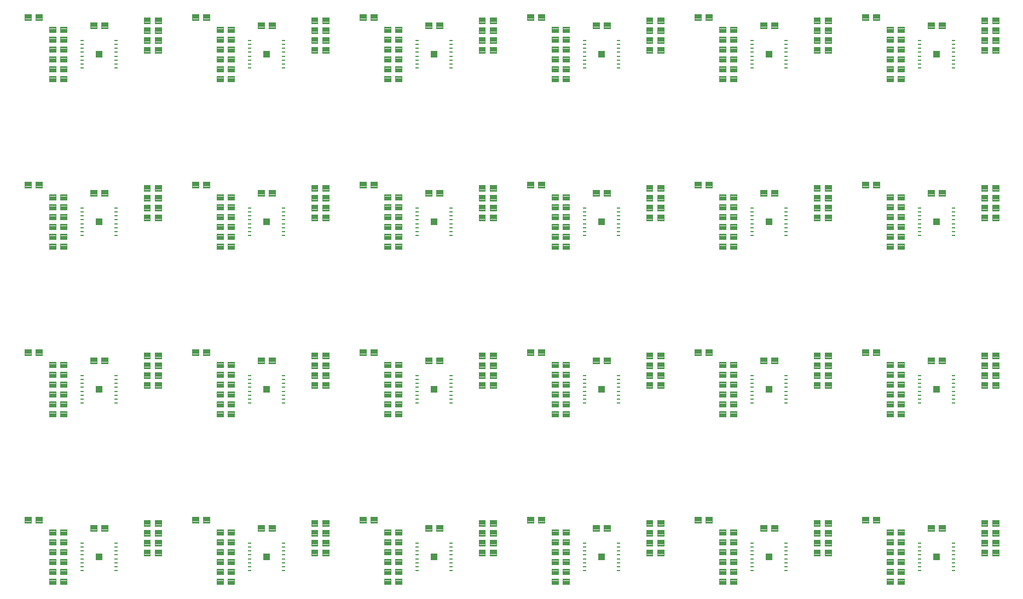
<source format=gbp>
G04 EAGLE Gerber RS-274X export*
G75*
%MOMM*%
%FSLAX34Y34*%
%LPD*%
%INSolderpaste Bottom*%
%IPPOS*%
%AMOC8*
5,1,8,0,0,1.08239X$1,22.5*%
G01*
%ADD10R,1.000000X1.000000*%
%ADD11R,0.630000X0.250000*%
%ADD12C,0.100000*%


D10*
X127000Y127000D03*
D11*
X153350Y148000D03*
X153350Y142000D03*
X153350Y136000D03*
X153350Y130000D03*
X153350Y124000D03*
X153350Y118000D03*
X153350Y112000D03*
X153350Y106000D03*
X100650Y106000D03*
X100650Y112000D03*
X100650Y118000D03*
X100650Y124000D03*
X100650Y130000D03*
X100650Y136000D03*
X100650Y142000D03*
X100650Y148000D03*
D12*
X21900Y179650D02*
X11900Y179650D01*
X11900Y188650D01*
X21900Y188650D01*
X21900Y179650D01*
X21900Y180600D02*
X11900Y180600D01*
X11900Y181550D02*
X21900Y181550D01*
X21900Y182500D02*
X11900Y182500D01*
X11900Y183450D02*
X21900Y183450D01*
X21900Y184400D02*
X11900Y184400D01*
X11900Y185350D02*
X21900Y185350D01*
X21900Y186300D02*
X11900Y186300D01*
X11900Y187250D02*
X21900Y187250D01*
X21900Y188200D02*
X11900Y188200D01*
X28900Y179650D02*
X38900Y179650D01*
X28900Y179650D02*
X28900Y188650D01*
X38900Y188650D01*
X38900Y179650D01*
X38900Y180600D02*
X28900Y180600D01*
X28900Y181550D02*
X38900Y181550D01*
X38900Y182500D02*
X28900Y182500D01*
X28900Y183450D02*
X38900Y183450D01*
X38900Y184400D02*
X28900Y184400D01*
X28900Y185350D02*
X38900Y185350D01*
X38900Y186300D02*
X28900Y186300D01*
X28900Y187250D02*
X38900Y187250D01*
X38900Y188200D02*
X28900Y188200D01*
X130500Y175950D02*
X140500Y175950D01*
X140500Y166950D01*
X130500Y166950D01*
X130500Y175950D01*
X130500Y167900D02*
X140500Y167900D01*
X140500Y168850D02*
X130500Y168850D01*
X130500Y169800D02*
X140500Y169800D01*
X140500Y170750D02*
X130500Y170750D01*
X130500Y171700D02*
X140500Y171700D01*
X140500Y172650D02*
X130500Y172650D01*
X130500Y173600D02*
X140500Y173600D01*
X140500Y174550D02*
X130500Y174550D01*
X130500Y175500D02*
X140500Y175500D01*
X123500Y175950D02*
X113500Y175950D01*
X123500Y175950D02*
X123500Y166950D01*
X113500Y166950D01*
X113500Y175950D01*
X113500Y167900D02*
X123500Y167900D01*
X123500Y168850D02*
X113500Y168850D01*
X113500Y169800D02*
X123500Y169800D01*
X123500Y170750D02*
X113500Y170750D01*
X113500Y171700D02*
X123500Y171700D01*
X123500Y172650D02*
X113500Y172650D01*
X113500Y173600D02*
X123500Y173600D01*
X123500Y174550D02*
X113500Y174550D01*
X113500Y175500D02*
X123500Y175500D01*
X77000Y154360D02*
X67000Y154360D01*
X77000Y154360D02*
X77000Y145360D01*
X67000Y145360D01*
X67000Y154360D01*
X67000Y146310D02*
X77000Y146310D01*
X77000Y147260D02*
X67000Y147260D01*
X67000Y148210D02*
X77000Y148210D01*
X77000Y149160D02*
X67000Y149160D01*
X67000Y150110D02*
X77000Y150110D01*
X77000Y151060D02*
X67000Y151060D01*
X67000Y152010D02*
X77000Y152010D01*
X77000Y152960D02*
X67000Y152960D01*
X67000Y153910D02*
X77000Y153910D01*
X60000Y154360D02*
X50000Y154360D01*
X60000Y154360D02*
X60000Y145360D01*
X50000Y145360D01*
X50000Y154360D01*
X50000Y146310D02*
X60000Y146310D01*
X60000Y147260D02*
X50000Y147260D01*
X50000Y148210D02*
X60000Y148210D01*
X60000Y149160D02*
X50000Y149160D01*
X50000Y150110D02*
X60000Y150110D01*
X60000Y151060D02*
X50000Y151060D01*
X50000Y152010D02*
X60000Y152010D01*
X60000Y152960D02*
X50000Y152960D01*
X50000Y153910D02*
X60000Y153910D01*
X67000Y139120D02*
X77000Y139120D01*
X77000Y130120D01*
X67000Y130120D01*
X67000Y139120D01*
X67000Y131070D02*
X77000Y131070D01*
X77000Y132020D02*
X67000Y132020D01*
X67000Y132970D02*
X77000Y132970D01*
X77000Y133920D02*
X67000Y133920D01*
X67000Y134870D02*
X77000Y134870D01*
X77000Y135820D02*
X67000Y135820D01*
X67000Y136770D02*
X77000Y136770D01*
X77000Y137720D02*
X67000Y137720D01*
X67000Y138670D02*
X77000Y138670D01*
X60000Y139120D02*
X50000Y139120D01*
X60000Y139120D02*
X60000Y130120D01*
X50000Y130120D01*
X50000Y139120D01*
X50000Y131070D02*
X60000Y131070D01*
X60000Y132020D02*
X50000Y132020D01*
X50000Y132970D02*
X60000Y132970D01*
X60000Y133920D02*
X50000Y133920D01*
X50000Y134870D02*
X60000Y134870D01*
X60000Y135820D02*
X50000Y135820D01*
X50000Y136770D02*
X60000Y136770D01*
X60000Y137720D02*
X50000Y137720D01*
X50000Y138670D02*
X60000Y138670D01*
X196050Y174570D02*
X206050Y174570D01*
X196050Y174570D02*
X196050Y183570D01*
X206050Y183570D01*
X206050Y174570D01*
X206050Y175520D02*
X196050Y175520D01*
X196050Y176470D02*
X206050Y176470D01*
X206050Y177420D02*
X196050Y177420D01*
X196050Y178370D02*
X206050Y178370D01*
X206050Y179320D02*
X196050Y179320D01*
X196050Y180270D02*
X206050Y180270D01*
X206050Y181220D02*
X196050Y181220D01*
X196050Y182170D02*
X206050Y182170D01*
X206050Y183120D02*
X196050Y183120D01*
X213050Y174570D02*
X223050Y174570D01*
X213050Y174570D02*
X213050Y183570D01*
X223050Y183570D01*
X223050Y174570D01*
X223050Y175520D02*
X213050Y175520D01*
X213050Y176470D02*
X223050Y176470D01*
X223050Y177420D02*
X213050Y177420D01*
X213050Y178370D02*
X223050Y178370D01*
X223050Y179320D02*
X213050Y179320D01*
X213050Y180270D02*
X223050Y180270D01*
X223050Y181220D02*
X213050Y181220D01*
X213050Y182170D02*
X223050Y182170D01*
X223050Y183120D02*
X213050Y183120D01*
X206050Y159330D02*
X196050Y159330D01*
X196050Y168330D01*
X206050Y168330D01*
X206050Y159330D01*
X206050Y160280D02*
X196050Y160280D01*
X196050Y161230D02*
X206050Y161230D01*
X206050Y162180D02*
X196050Y162180D01*
X196050Y163130D02*
X206050Y163130D01*
X206050Y164080D02*
X196050Y164080D01*
X196050Y165030D02*
X206050Y165030D01*
X206050Y165980D02*
X196050Y165980D01*
X196050Y166930D02*
X206050Y166930D01*
X206050Y167880D02*
X196050Y167880D01*
X213050Y159330D02*
X223050Y159330D01*
X213050Y159330D02*
X213050Y168330D01*
X223050Y168330D01*
X223050Y159330D01*
X223050Y160280D02*
X213050Y160280D01*
X213050Y161230D02*
X223050Y161230D01*
X223050Y162180D02*
X213050Y162180D01*
X213050Y163130D02*
X223050Y163130D01*
X223050Y164080D02*
X213050Y164080D01*
X213050Y165030D02*
X223050Y165030D01*
X223050Y165980D02*
X213050Y165980D01*
X213050Y166930D02*
X223050Y166930D01*
X223050Y167880D02*
X213050Y167880D01*
X213050Y153090D02*
X223050Y153090D01*
X223050Y144090D01*
X213050Y144090D01*
X213050Y153090D01*
X213050Y145040D02*
X223050Y145040D01*
X223050Y145990D02*
X213050Y145990D01*
X213050Y146940D02*
X223050Y146940D01*
X223050Y147890D02*
X213050Y147890D01*
X213050Y148840D02*
X223050Y148840D01*
X223050Y149790D02*
X213050Y149790D01*
X213050Y150740D02*
X223050Y150740D01*
X223050Y151690D02*
X213050Y151690D01*
X213050Y152640D02*
X223050Y152640D01*
X206050Y153090D02*
X196050Y153090D01*
X206050Y153090D02*
X206050Y144090D01*
X196050Y144090D01*
X196050Y153090D01*
X196050Y145040D02*
X206050Y145040D01*
X206050Y145990D02*
X196050Y145990D01*
X196050Y146940D02*
X206050Y146940D01*
X206050Y147890D02*
X196050Y147890D01*
X196050Y148840D02*
X206050Y148840D01*
X206050Y149790D02*
X196050Y149790D01*
X196050Y150740D02*
X206050Y150740D01*
X206050Y151690D02*
X196050Y151690D01*
X196050Y152640D02*
X206050Y152640D01*
X213050Y137850D02*
X223050Y137850D01*
X223050Y128850D01*
X213050Y128850D01*
X213050Y137850D01*
X213050Y129800D02*
X223050Y129800D01*
X223050Y130750D02*
X213050Y130750D01*
X213050Y131700D02*
X223050Y131700D01*
X223050Y132650D02*
X213050Y132650D01*
X213050Y133600D02*
X223050Y133600D01*
X223050Y134550D02*
X213050Y134550D01*
X213050Y135500D02*
X223050Y135500D01*
X223050Y136450D02*
X213050Y136450D01*
X213050Y137400D02*
X223050Y137400D01*
X206050Y137850D02*
X196050Y137850D01*
X206050Y137850D02*
X206050Y128850D01*
X196050Y128850D01*
X196050Y137850D01*
X196050Y129800D02*
X206050Y129800D01*
X206050Y130750D02*
X196050Y130750D01*
X196050Y131700D02*
X206050Y131700D01*
X206050Y132650D02*
X196050Y132650D01*
X196050Y133600D02*
X206050Y133600D01*
X206050Y134550D02*
X196050Y134550D01*
X196050Y135500D02*
X206050Y135500D01*
X206050Y136450D02*
X196050Y136450D01*
X196050Y137400D02*
X206050Y137400D01*
X77000Y123880D02*
X67000Y123880D01*
X77000Y123880D02*
X77000Y114880D01*
X67000Y114880D01*
X67000Y123880D01*
X67000Y115830D02*
X77000Y115830D01*
X77000Y116780D02*
X67000Y116780D01*
X67000Y117730D02*
X77000Y117730D01*
X77000Y118680D02*
X67000Y118680D01*
X67000Y119630D02*
X77000Y119630D01*
X77000Y120580D02*
X67000Y120580D01*
X67000Y121530D02*
X77000Y121530D01*
X77000Y122480D02*
X67000Y122480D01*
X67000Y123430D02*
X77000Y123430D01*
X60000Y123880D02*
X50000Y123880D01*
X60000Y123880D02*
X60000Y114880D01*
X50000Y114880D01*
X50000Y123880D01*
X50000Y115830D02*
X60000Y115830D01*
X60000Y116780D02*
X50000Y116780D01*
X50000Y117730D02*
X60000Y117730D01*
X60000Y118680D02*
X50000Y118680D01*
X50000Y119630D02*
X60000Y119630D01*
X60000Y120580D02*
X50000Y120580D01*
X50000Y121530D02*
X60000Y121530D01*
X60000Y122480D02*
X50000Y122480D01*
X50000Y123430D02*
X60000Y123430D01*
X67000Y169600D02*
X77000Y169600D01*
X77000Y160600D01*
X67000Y160600D01*
X67000Y169600D01*
X67000Y161550D02*
X77000Y161550D01*
X77000Y162500D02*
X67000Y162500D01*
X67000Y163450D02*
X77000Y163450D01*
X77000Y164400D02*
X67000Y164400D01*
X67000Y165350D02*
X77000Y165350D01*
X77000Y166300D02*
X67000Y166300D01*
X67000Y167250D02*
X77000Y167250D01*
X77000Y168200D02*
X67000Y168200D01*
X67000Y169150D02*
X77000Y169150D01*
X60000Y169600D02*
X50000Y169600D01*
X60000Y169600D02*
X60000Y160600D01*
X50000Y160600D01*
X50000Y169600D01*
X50000Y161550D02*
X60000Y161550D01*
X60000Y162500D02*
X50000Y162500D01*
X50000Y163450D02*
X60000Y163450D01*
X60000Y164400D02*
X50000Y164400D01*
X50000Y165350D02*
X60000Y165350D01*
X60000Y166300D02*
X50000Y166300D01*
X50000Y167250D02*
X60000Y167250D01*
X60000Y168200D02*
X50000Y168200D01*
X50000Y169150D02*
X60000Y169150D01*
X67000Y93400D02*
X77000Y93400D01*
X77000Y84400D01*
X67000Y84400D01*
X67000Y93400D01*
X67000Y85350D02*
X77000Y85350D01*
X77000Y86300D02*
X67000Y86300D01*
X67000Y87250D02*
X77000Y87250D01*
X77000Y88200D02*
X67000Y88200D01*
X67000Y89150D02*
X77000Y89150D01*
X77000Y90100D02*
X67000Y90100D01*
X67000Y91050D02*
X77000Y91050D01*
X77000Y92000D02*
X67000Y92000D01*
X67000Y92950D02*
X77000Y92950D01*
X60000Y93400D02*
X50000Y93400D01*
X60000Y93400D02*
X60000Y84400D01*
X50000Y84400D01*
X50000Y93400D01*
X50000Y85350D02*
X60000Y85350D01*
X60000Y86300D02*
X50000Y86300D01*
X50000Y87250D02*
X60000Y87250D01*
X60000Y88200D02*
X50000Y88200D01*
X50000Y89150D02*
X60000Y89150D01*
X60000Y90100D02*
X50000Y90100D01*
X50000Y91050D02*
X60000Y91050D01*
X60000Y92000D02*
X50000Y92000D01*
X50000Y92950D02*
X60000Y92950D01*
X67000Y108640D02*
X77000Y108640D01*
X77000Y99640D01*
X67000Y99640D01*
X67000Y108640D01*
X67000Y100590D02*
X77000Y100590D01*
X77000Y101540D02*
X67000Y101540D01*
X67000Y102490D02*
X77000Y102490D01*
X77000Y103440D02*
X67000Y103440D01*
X67000Y104390D02*
X77000Y104390D01*
X77000Y105340D02*
X67000Y105340D01*
X67000Y106290D02*
X77000Y106290D01*
X77000Y107240D02*
X67000Y107240D01*
X67000Y108190D02*
X77000Y108190D01*
X60000Y108640D02*
X50000Y108640D01*
X60000Y108640D02*
X60000Y99640D01*
X50000Y99640D01*
X50000Y108640D01*
X50000Y100590D02*
X60000Y100590D01*
X60000Y101540D02*
X50000Y101540D01*
X50000Y102490D02*
X60000Y102490D01*
X60000Y103440D02*
X50000Y103440D01*
X50000Y104390D02*
X60000Y104390D01*
X60000Y105340D02*
X50000Y105340D01*
X50000Y106290D02*
X60000Y106290D01*
X60000Y107240D02*
X50000Y107240D01*
X50000Y108190D02*
X60000Y108190D01*
D10*
X386080Y127000D03*
D11*
X412430Y148000D03*
X412430Y142000D03*
X412430Y136000D03*
X412430Y130000D03*
X412430Y124000D03*
X412430Y118000D03*
X412430Y112000D03*
X412430Y106000D03*
X359730Y106000D03*
X359730Y112000D03*
X359730Y118000D03*
X359730Y124000D03*
X359730Y130000D03*
X359730Y136000D03*
X359730Y142000D03*
X359730Y148000D03*
D12*
X280980Y179650D02*
X270980Y179650D01*
X270980Y188650D01*
X280980Y188650D01*
X280980Y179650D01*
X280980Y180600D02*
X270980Y180600D01*
X270980Y181550D02*
X280980Y181550D01*
X280980Y182500D02*
X270980Y182500D01*
X270980Y183450D02*
X280980Y183450D01*
X280980Y184400D02*
X270980Y184400D01*
X270980Y185350D02*
X280980Y185350D01*
X280980Y186300D02*
X270980Y186300D01*
X270980Y187250D02*
X280980Y187250D01*
X280980Y188200D02*
X270980Y188200D01*
X287980Y179650D02*
X297980Y179650D01*
X287980Y179650D02*
X287980Y188650D01*
X297980Y188650D01*
X297980Y179650D01*
X297980Y180600D02*
X287980Y180600D01*
X287980Y181550D02*
X297980Y181550D01*
X297980Y182500D02*
X287980Y182500D01*
X287980Y183450D02*
X297980Y183450D01*
X297980Y184400D02*
X287980Y184400D01*
X287980Y185350D02*
X297980Y185350D01*
X297980Y186300D02*
X287980Y186300D01*
X287980Y187250D02*
X297980Y187250D01*
X297980Y188200D02*
X287980Y188200D01*
X389580Y175950D02*
X399580Y175950D01*
X399580Y166950D01*
X389580Y166950D01*
X389580Y175950D01*
X389580Y167900D02*
X399580Y167900D01*
X399580Y168850D02*
X389580Y168850D01*
X389580Y169800D02*
X399580Y169800D01*
X399580Y170750D02*
X389580Y170750D01*
X389580Y171700D02*
X399580Y171700D01*
X399580Y172650D02*
X389580Y172650D01*
X389580Y173600D02*
X399580Y173600D01*
X399580Y174550D02*
X389580Y174550D01*
X389580Y175500D02*
X399580Y175500D01*
X382580Y175950D02*
X372580Y175950D01*
X382580Y175950D02*
X382580Y166950D01*
X372580Y166950D01*
X372580Y175950D01*
X372580Y167900D02*
X382580Y167900D01*
X382580Y168850D02*
X372580Y168850D01*
X372580Y169800D02*
X382580Y169800D01*
X382580Y170750D02*
X372580Y170750D01*
X372580Y171700D02*
X382580Y171700D01*
X382580Y172650D02*
X372580Y172650D01*
X372580Y173600D02*
X382580Y173600D01*
X382580Y174550D02*
X372580Y174550D01*
X372580Y175500D02*
X382580Y175500D01*
X336080Y154360D02*
X326080Y154360D01*
X336080Y154360D02*
X336080Y145360D01*
X326080Y145360D01*
X326080Y154360D01*
X326080Y146310D02*
X336080Y146310D01*
X336080Y147260D02*
X326080Y147260D01*
X326080Y148210D02*
X336080Y148210D01*
X336080Y149160D02*
X326080Y149160D01*
X326080Y150110D02*
X336080Y150110D01*
X336080Y151060D02*
X326080Y151060D01*
X326080Y152010D02*
X336080Y152010D01*
X336080Y152960D02*
X326080Y152960D01*
X326080Y153910D02*
X336080Y153910D01*
X319080Y154360D02*
X309080Y154360D01*
X319080Y154360D02*
X319080Y145360D01*
X309080Y145360D01*
X309080Y154360D01*
X309080Y146310D02*
X319080Y146310D01*
X319080Y147260D02*
X309080Y147260D01*
X309080Y148210D02*
X319080Y148210D01*
X319080Y149160D02*
X309080Y149160D01*
X309080Y150110D02*
X319080Y150110D01*
X319080Y151060D02*
X309080Y151060D01*
X309080Y152010D02*
X319080Y152010D01*
X319080Y152960D02*
X309080Y152960D01*
X309080Y153910D02*
X319080Y153910D01*
X326080Y139120D02*
X336080Y139120D01*
X336080Y130120D01*
X326080Y130120D01*
X326080Y139120D01*
X326080Y131070D02*
X336080Y131070D01*
X336080Y132020D02*
X326080Y132020D01*
X326080Y132970D02*
X336080Y132970D01*
X336080Y133920D02*
X326080Y133920D01*
X326080Y134870D02*
X336080Y134870D01*
X336080Y135820D02*
X326080Y135820D01*
X326080Y136770D02*
X336080Y136770D01*
X336080Y137720D02*
X326080Y137720D01*
X326080Y138670D02*
X336080Y138670D01*
X319080Y139120D02*
X309080Y139120D01*
X319080Y139120D02*
X319080Y130120D01*
X309080Y130120D01*
X309080Y139120D01*
X309080Y131070D02*
X319080Y131070D01*
X319080Y132020D02*
X309080Y132020D01*
X309080Y132970D02*
X319080Y132970D01*
X319080Y133920D02*
X309080Y133920D01*
X309080Y134870D02*
X319080Y134870D01*
X319080Y135820D02*
X309080Y135820D01*
X309080Y136770D02*
X319080Y136770D01*
X319080Y137720D02*
X309080Y137720D01*
X309080Y138670D02*
X319080Y138670D01*
X455130Y174570D02*
X465130Y174570D01*
X455130Y174570D02*
X455130Y183570D01*
X465130Y183570D01*
X465130Y174570D01*
X465130Y175520D02*
X455130Y175520D01*
X455130Y176470D02*
X465130Y176470D01*
X465130Y177420D02*
X455130Y177420D01*
X455130Y178370D02*
X465130Y178370D01*
X465130Y179320D02*
X455130Y179320D01*
X455130Y180270D02*
X465130Y180270D01*
X465130Y181220D02*
X455130Y181220D01*
X455130Y182170D02*
X465130Y182170D01*
X465130Y183120D02*
X455130Y183120D01*
X472130Y174570D02*
X482130Y174570D01*
X472130Y174570D02*
X472130Y183570D01*
X482130Y183570D01*
X482130Y174570D01*
X482130Y175520D02*
X472130Y175520D01*
X472130Y176470D02*
X482130Y176470D01*
X482130Y177420D02*
X472130Y177420D01*
X472130Y178370D02*
X482130Y178370D01*
X482130Y179320D02*
X472130Y179320D01*
X472130Y180270D02*
X482130Y180270D01*
X482130Y181220D02*
X472130Y181220D01*
X472130Y182170D02*
X482130Y182170D01*
X482130Y183120D02*
X472130Y183120D01*
X465130Y159330D02*
X455130Y159330D01*
X455130Y168330D01*
X465130Y168330D01*
X465130Y159330D01*
X465130Y160280D02*
X455130Y160280D01*
X455130Y161230D02*
X465130Y161230D01*
X465130Y162180D02*
X455130Y162180D01*
X455130Y163130D02*
X465130Y163130D01*
X465130Y164080D02*
X455130Y164080D01*
X455130Y165030D02*
X465130Y165030D01*
X465130Y165980D02*
X455130Y165980D01*
X455130Y166930D02*
X465130Y166930D01*
X465130Y167880D02*
X455130Y167880D01*
X472130Y159330D02*
X482130Y159330D01*
X472130Y159330D02*
X472130Y168330D01*
X482130Y168330D01*
X482130Y159330D01*
X482130Y160280D02*
X472130Y160280D01*
X472130Y161230D02*
X482130Y161230D01*
X482130Y162180D02*
X472130Y162180D01*
X472130Y163130D02*
X482130Y163130D01*
X482130Y164080D02*
X472130Y164080D01*
X472130Y165030D02*
X482130Y165030D01*
X482130Y165980D02*
X472130Y165980D01*
X472130Y166930D02*
X482130Y166930D01*
X482130Y167880D02*
X472130Y167880D01*
X472130Y153090D02*
X482130Y153090D01*
X482130Y144090D01*
X472130Y144090D01*
X472130Y153090D01*
X472130Y145040D02*
X482130Y145040D01*
X482130Y145990D02*
X472130Y145990D01*
X472130Y146940D02*
X482130Y146940D01*
X482130Y147890D02*
X472130Y147890D01*
X472130Y148840D02*
X482130Y148840D01*
X482130Y149790D02*
X472130Y149790D01*
X472130Y150740D02*
X482130Y150740D01*
X482130Y151690D02*
X472130Y151690D01*
X472130Y152640D02*
X482130Y152640D01*
X465130Y153090D02*
X455130Y153090D01*
X465130Y153090D02*
X465130Y144090D01*
X455130Y144090D01*
X455130Y153090D01*
X455130Y145040D02*
X465130Y145040D01*
X465130Y145990D02*
X455130Y145990D01*
X455130Y146940D02*
X465130Y146940D01*
X465130Y147890D02*
X455130Y147890D01*
X455130Y148840D02*
X465130Y148840D01*
X465130Y149790D02*
X455130Y149790D01*
X455130Y150740D02*
X465130Y150740D01*
X465130Y151690D02*
X455130Y151690D01*
X455130Y152640D02*
X465130Y152640D01*
X472130Y137850D02*
X482130Y137850D01*
X482130Y128850D01*
X472130Y128850D01*
X472130Y137850D01*
X472130Y129800D02*
X482130Y129800D01*
X482130Y130750D02*
X472130Y130750D01*
X472130Y131700D02*
X482130Y131700D01*
X482130Y132650D02*
X472130Y132650D01*
X472130Y133600D02*
X482130Y133600D01*
X482130Y134550D02*
X472130Y134550D01*
X472130Y135500D02*
X482130Y135500D01*
X482130Y136450D02*
X472130Y136450D01*
X472130Y137400D02*
X482130Y137400D01*
X465130Y137850D02*
X455130Y137850D01*
X465130Y137850D02*
X465130Y128850D01*
X455130Y128850D01*
X455130Y137850D01*
X455130Y129800D02*
X465130Y129800D01*
X465130Y130750D02*
X455130Y130750D01*
X455130Y131700D02*
X465130Y131700D01*
X465130Y132650D02*
X455130Y132650D01*
X455130Y133600D02*
X465130Y133600D01*
X465130Y134550D02*
X455130Y134550D01*
X455130Y135500D02*
X465130Y135500D01*
X465130Y136450D02*
X455130Y136450D01*
X455130Y137400D02*
X465130Y137400D01*
X336080Y123880D02*
X326080Y123880D01*
X336080Y123880D02*
X336080Y114880D01*
X326080Y114880D01*
X326080Y123880D01*
X326080Y115830D02*
X336080Y115830D01*
X336080Y116780D02*
X326080Y116780D01*
X326080Y117730D02*
X336080Y117730D01*
X336080Y118680D02*
X326080Y118680D01*
X326080Y119630D02*
X336080Y119630D01*
X336080Y120580D02*
X326080Y120580D01*
X326080Y121530D02*
X336080Y121530D01*
X336080Y122480D02*
X326080Y122480D01*
X326080Y123430D02*
X336080Y123430D01*
X319080Y123880D02*
X309080Y123880D01*
X319080Y123880D02*
X319080Y114880D01*
X309080Y114880D01*
X309080Y123880D01*
X309080Y115830D02*
X319080Y115830D01*
X319080Y116780D02*
X309080Y116780D01*
X309080Y117730D02*
X319080Y117730D01*
X319080Y118680D02*
X309080Y118680D01*
X309080Y119630D02*
X319080Y119630D01*
X319080Y120580D02*
X309080Y120580D01*
X309080Y121530D02*
X319080Y121530D01*
X319080Y122480D02*
X309080Y122480D01*
X309080Y123430D02*
X319080Y123430D01*
X326080Y169600D02*
X336080Y169600D01*
X336080Y160600D01*
X326080Y160600D01*
X326080Y169600D01*
X326080Y161550D02*
X336080Y161550D01*
X336080Y162500D02*
X326080Y162500D01*
X326080Y163450D02*
X336080Y163450D01*
X336080Y164400D02*
X326080Y164400D01*
X326080Y165350D02*
X336080Y165350D01*
X336080Y166300D02*
X326080Y166300D01*
X326080Y167250D02*
X336080Y167250D01*
X336080Y168200D02*
X326080Y168200D01*
X326080Y169150D02*
X336080Y169150D01*
X319080Y169600D02*
X309080Y169600D01*
X319080Y169600D02*
X319080Y160600D01*
X309080Y160600D01*
X309080Y169600D01*
X309080Y161550D02*
X319080Y161550D01*
X319080Y162500D02*
X309080Y162500D01*
X309080Y163450D02*
X319080Y163450D01*
X319080Y164400D02*
X309080Y164400D01*
X309080Y165350D02*
X319080Y165350D01*
X319080Y166300D02*
X309080Y166300D01*
X309080Y167250D02*
X319080Y167250D01*
X319080Y168200D02*
X309080Y168200D01*
X309080Y169150D02*
X319080Y169150D01*
X326080Y93400D02*
X336080Y93400D01*
X336080Y84400D01*
X326080Y84400D01*
X326080Y93400D01*
X326080Y85350D02*
X336080Y85350D01*
X336080Y86300D02*
X326080Y86300D01*
X326080Y87250D02*
X336080Y87250D01*
X336080Y88200D02*
X326080Y88200D01*
X326080Y89150D02*
X336080Y89150D01*
X336080Y90100D02*
X326080Y90100D01*
X326080Y91050D02*
X336080Y91050D01*
X336080Y92000D02*
X326080Y92000D01*
X326080Y92950D02*
X336080Y92950D01*
X319080Y93400D02*
X309080Y93400D01*
X319080Y93400D02*
X319080Y84400D01*
X309080Y84400D01*
X309080Y93400D01*
X309080Y85350D02*
X319080Y85350D01*
X319080Y86300D02*
X309080Y86300D01*
X309080Y87250D02*
X319080Y87250D01*
X319080Y88200D02*
X309080Y88200D01*
X309080Y89150D02*
X319080Y89150D01*
X319080Y90100D02*
X309080Y90100D01*
X309080Y91050D02*
X319080Y91050D01*
X319080Y92000D02*
X309080Y92000D01*
X309080Y92950D02*
X319080Y92950D01*
X326080Y108640D02*
X336080Y108640D01*
X336080Y99640D01*
X326080Y99640D01*
X326080Y108640D01*
X326080Y100590D02*
X336080Y100590D01*
X336080Y101540D02*
X326080Y101540D01*
X326080Y102490D02*
X336080Y102490D01*
X336080Y103440D02*
X326080Y103440D01*
X326080Y104390D02*
X336080Y104390D01*
X336080Y105340D02*
X326080Y105340D01*
X326080Y106290D02*
X336080Y106290D01*
X336080Y107240D02*
X326080Y107240D01*
X326080Y108190D02*
X336080Y108190D01*
X319080Y108640D02*
X309080Y108640D01*
X319080Y108640D02*
X319080Y99640D01*
X309080Y99640D01*
X309080Y108640D01*
X309080Y100590D02*
X319080Y100590D01*
X319080Y101540D02*
X309080Y101540D01*
X309080Y102490D02*
X319080Y102490D01*
X319080Y103440D02*
X309080Y103440D01*
X309080Y104390D02*
X319080Y104390D01*
X319080Y105340D02*
X309080Y105340D01*
X309080Y106290D02*
X319080Y106290D01*
X319080Y107240D02*
X309080Y107240D01*
X309080Y108190D02*
X319080Y108190D01*
D10*
X645160Y127000D03*
D11*
X671510Y148000D03*
X671510Y142000D03*
X671510Y136000D03*
X671510Y130000D03*
X671510Y124000D03*
X671510Y118000D03*
X671510Y112000D03*
X671510Y106000D03*
X618810Y106000D03*
X618810Y112000D03*
X618810Y118000D03*
X618810Y124000D03*
X618810Y130000D03*
X618810Y136000D03*
X618810Y142000D03*
X618810Y148000D03*
D12*
X540060Y179650D02*
X530060Y179650D01*
X530060Y188650D01*
X540060Y188650D01*
X540060Y179650D01*
X540060Y180600D02*
X530060Y180600D01*
X530060Y181550D02*
X540060Y181550D01*
X540060Y182500D02*
X530060Y182500D01*
X530060Y183450D02*
X540060Y183450D01*
X540060Y184400D02*
X530060Y184400D01*
X530060Y185350D02*
X540060Y185350D01*
X540060Y186300D02*
X530060Y186300D01*
X530060Y187250D02*
X540060Y187250D01*
X540060Y188200D02*
X530060Y188200D01*
X547060Y179650D02*
X557060Y179650D01*
X547060Y179650D02*
X547060Y188650D01*
X557060Y188650D01*
X557060Y179650D01*
X557060Y180600D02*
X547060Y180600D01*
X547060Y181550D02*
X557060Y181550D01*
X557060Y182500D02*
X547060Y182500D01*
X547060Y183450D02*
X557060Y183450D01*
X557060Y184400D02*
X547060Y184400D01*
X547060Y185350D02*
X557060Y185350D01*
X557060Y186300D02*
X547060Y186300D01*
X547060Y187250D02*
X557060Y187250D01*
X557060Y188200D02*
X547060Y188200D01*
X648660Y175950D02*
X658660Y175950D01*
X658660Y166950D01*
X648660Y166950D01*
X648660Y175950D01*
X648660Y167900D02*
X658660Y167900D01*
X658660Y168850D02*
X648660Y168850D01*
X648660Y169800D02*
X658660Y169800D01*
X658660Y170750D02*
X648660Y170750D01*
X648660Y171700D02*
X658660Y171700D01*
X658660Y172650D02*
X648660Y172650D01*
X648660Y173600D02*
X658660Y173600D01*
X658660Y174550D02*
X648660Y174550D01*
X648660Y175500D02*
X658660Y175500D01*
X641660Y175950D02*
X631660Y175950D01*
X641660Y175950D02*
X641660Y166950D01*
X631660Y166950D01*
X631660Y175950D01*
X631660Y167900D02*
X641660Y167900D01*
X641660Y168850D02*
X631660Y168850D01*
X631660Y169800D02*
X641660Y169800D01*
X641660Y170750D02*
X631660Y170750D01*
X631660Y171700D02*
X641660Y171700D01*
X641660Y172650D02*
X631660Y172650D01*
X631660Y173600D02*
X641660Y173600D01*
X641660Y174550D02*
X631660Y174550D01*
X631660Y175500D02*
X641660Y175500D01*
X595160Y154360D02*
X585160Y154360D01*
X595160Y154360D02*
X595160Y145360D01*
X585160Y145360D01*
X585160Y154360D01*
X585160Y146310D02*
X595160Y146310D01*
X595160Y147260D02*
X585160Y147260D01*
X585160Y148210D02*
X595160Y148210D01*
X595160Y149160D02*
X585160Y149160D01*
X585160Y150110D02*
X595160Y150110D01*
X595160Y151060D02*
X585160Y151060D01*
X585160Y152010D02*
X595160Y152010D01*
X595160Y152960D02*
X585160Y152960D01*
X585160Y153910D02*
X595160Y153910D01*
X578160Y154360D02*
X568160Y154360D01*
X578160Y154360D02*
X578160Y145360D01*
X568160Y145360D01*
X568160Y154360D01*
X568160Y146310D02*
X578160Y146310D01*
X578160Y147260D02*
X568160Y147260D01*
X568160Y148210D02*
X578160Y148210D01*
X578160Y149160D02*
X568160Y149160D01*
X568160Y150110D02*
X578160Y150110D01*
X578160Y151060D02*
X568160Y151060D01*
X568160Y152010D02*
X578160Y152010D01*
X578160Y152960D02*
X568160Y152960D01*
X568160Y153910D02*
X578160Y153910D01*
X585160Y139120D02*
X595160Y139120D01*
X595160Y130120D01*
X585160Y130120D01*
X585160Y139120D01*
X585160Y131070D02*
X595160Y131070D01*
X595160Y132020D02*
X585160Y132020D01*
X585160Y132970D02*
X595160Y132970D01*
X595160Y133920D02*
X585160Y133920D01*
X585160Y134870D02*
X595160Y134870D01*
X595160Y135820D02*
X585160Y135820D01*
X585160Y136770D02*
X595160Y136770D01*
X595160Y137720D02*
X585160Y137720D01*
X585160Y138670D02*
X595160Y138670D01*
X578160Y139120D02*
X568160Y139120D01*
X578160Y139120D02*
X578160Y130120D01*
X568160Y130120D01*
X568160Y139120D01*
X568160Y131070D02*
X578160Y131070D01*
X578160Y132020D02*
X568160Y132020D01*
X568160Y132970D02*
X578160Y132970D01*
X578160Y133920D02*
X568160Y133920D01*
X568160Y134870D02*
X578160Y134870D01*
X578160Y135820D02*
X568160Y135820D01*
X568160Y136770D02*
X578160Y136770D01*
X578160Y137720D02*
X568160Y137720D01*
X568160Y138670D02*
X578160Y138670D01*
X714210Y174570D02*
X724210Y174570D01*
X714210Y174570D02*
X714210Y183570D01*
X724210Y183570D01*
X724210Y174570D01*
X724210Y175520D02*
X714210Y175520D01*
X714210Y176470D02*
X724210Y176470D01*
X724210Y177420D02*
X714210Y177420D01*
X714210Y178370D02*
X724210Y178370D01*
X724210Y179320D02*
X714210Y179320D01*
X714210Y180270D02*
X724210Y180270D01*
X724210Y181220D02*
X714210Y181220D01*
X714210Y182170D02*
X724210Y182170D01*
X724210Y183120D02*
X714210Y183120D01*
X731210Y174570D02*
X741210Y174570D01*
X731210Y174570D02*
X731210Y183570D01*
X741210Y183570D01*
X741210Y174570D01*
X741210Y175520D02*
X731210Y175520D01*
X731210Y176470D02*
X741210Y176470D01*
X741210Y177420D02*
X731210Y177420D01*
X731210Y178370D02*
X741210Y178370D01*
X741210Y179320D02*
X731210Y179320D01*
X731210Y180270D02*
X741210Y180270D01*
X741210Y181220D02*
X731210Y181220D01*
X731210Y182170D02*
X741210Y182170D01*
X741210Y183120D02*
X731210Y183120D01*
X724210Y159330D02*
X714210Y159330D01*
X714210Y168330D01*
X724210Y168330D01*
X724210Y159330D01*
X724210Y160280D02*
X714210Y160280D01*
X714210Y161230D02*
X724210Y161230D01*
X724210Y162180D02*
X714210Y162180D01*
X714210Y163130D02*
X724210Y163130D01*
X724210Y164080D02*
X714210Y164080D01*
X714210Y165030D02*
X724210Y165030D01*
X724210Y165980D02*
X714210Y165980D01*
X714210Y166930D02*
X724210Y166930D01*
X724210Y167880D02*
X714210Y167880D01*
X731210Y159330D02*
X741210Y159330D01*
X731210Y159330D02*
X731210Y168330D01*
X741210Y168330D01*
X741210Y159330D01*
X741210Y160280D02*
X731210Y160280D01*
X731210Y161230D02*
X741210Y161230D01*
X741210Y162180D02*
X731210Y162180D01*
X731210Y163130D02*
X741210Y163130D01*
X741210Y164080D02*
X731210Y164080D01*
X731210Y165030D02*
X741210Y165030D01*
X741210Y165980D02*
X731210Y165980D01*
X731210Y166930D02*
X741210Y166930D01*
X741210Y167880D02*
X731210Y167880D01*
X731210Y153090D02*
X741210Y153090D01*
X741210Y144090D01*
X731210Y144090D01*
X731210Y153090D01*
X731210Y145040D02*
X741210Y145040D01*
X741210Y145990D02*
X731210Y145990D01*
X731210Y146940D02*
X741210Y146940D01*
X741210Y147890D02*
X731210Y147890D01*
X731210Y148840D02*
X741210Y148840D01*
X741210Y149790D02*
X731210Y149790D01*
X731210Y150740D02*
X741210Y150740D01*
X741210Y151690D02*
X731210Y151690D01*
X731210Y152640D02*
X741210Y152640D01*
X724210Y153090D02*
X714210Y153090D01*
X724210Y153090D02*
X724210Y144090D01*
X714210Y144090D01*
X714210Y153090D01*
X714210Y145040D02*
X724210Y145040D01*
X724210Y145990D02*
X714210Y145990D01*
X714210Y146940D02*
X724210Y146940D01*
X724210Y147890D02*
X714210Y147890D01*
X714210Y148840D02*
X724210Y148840D01*
X724210Y149790D02*
X714210Y149790D01*
X714210Y150740D02*
X724210Y150740D01*
X724210Y151690D02*
X714210Y151690D01*
X714210Y152640D02*
X724210Y152640D01*
X731210Y137850D02*
X741210Y137850D01*
X741210Y128850D01*
X731210Y128850D01*
X731210Y137850D01*
X731210Y129800D02*
X741210Y129800D01*
X741210Y130750D02*
X731210Y130750D01*
X731210Y131700D02*
X741210Y131700D01*
X741210Y132650D02*
X731210Y132650D01*
X731210Y133600D02*
X741210Y133600D01*
X741210Y134550D02*
X731210Y134550D01*
X731210Y135500D02*
X741210Y135500D01*
X741210Y136450D02*
X731210Y136450D01*
X731210Y137400D02*
X741210Y137400D01*
X724210Y137850D02*
X714210Y137850D01*
X724210Y137850D02*
X724210Y128850D01*
X714210Y128850D01*
X714210Y137850D01*
X714210Y129800D02*
X724210Y129800D01*
X724210Y130750D02*
X714210Y130750D01*
X714210Y131700D02*
X724210Y131700D01*
X724210Y132650D02*
X714210Y132650D01*
X714210Y133600D02*
X724210Y133600D01*
X724210Y134550D02*
X714210Y134550D01*
X714210Y135500D02*
X724210Y135500D01*
X724210Y136450D02*
X714210Y136450D01*
X714210Y137400D02*
X724210Y137400D01*
X595160Y123880D02*
X585160Y123880D01*
X595160Y123880D02*
X595160Y114880D01*
X585160Y114880D01*
X585160Y123880D01*
X585160Y115830D02*
X595160Y115830D01*
X595160Y116780D02*
X585160Y116780D01*
X585160Y117730D02*
X595160Y117730D01*
X595160Y118680D02*
X585160Y118680D01*
X585160Y119630D02*
X595160Y119630D01*
X595160Y120580D02*
X585160Y120580D01*
X585160Y121530D02*
X595160Y121530D01*
X595160Y122480D02*
X585160Y122480D01*
X585160Y123430D02*
X595160Y123430D01*
X578160Y123880D02*
X568160Y123880D01*
X578160Y123880D02*
X578160Y114880D01*
X568160Y114880D01*
X568160Y123880D01*
X568160Y115830D02*
X578160Y115830D01*
X578160Y116780D02*
X568160Y116780D01*
X568160Y117730D02*
X578160Y117730D01*
X578160Y118680D02*
X568160Y118680D01*
X568160Y119630D02*
X578160Y119630D01*
X578160Y120580D02*
X568160Y120580D01*
X568160Y121530D02*
X578160Y121530D01*
X578160Y122480D02*
X568160Y122480D01*
X568160Y123430D02*
X578160Y123430D01*
X585160Y169600D02*
X595160Y169600D01*
X595160Y160600D01*
X585160Y160600D01*
X585160Y169600D01*
X585160Y161550D02*
X595160Y161550D01*
X595160Y162500D02*
X585160Y162500D01*
X585160Y163450D02*
X595160Y163450D01*
X595160Y164400D02*
X585160Y164400D01*
X585160Y165350D02*
X595160Y165350D01*
X595160Y166300D02*
X585160Y166300D01*
X585160Y167250D02*
X595160Y167250D01*
X595160Y168200D02*
X585160Y168200D01*
X585160Y169150D02*
X595160Y169150D01*
X578160Y169600D02*
X568160Y169600D01*
X578160Y169600D02*
X578160Y160600D01*
X568160Y160600D01*
X568160Y169600D01*
X568160Y161550D02*
X578160Y161550D01*
X578160Y162500D02*
X568160Y162500D01*
X568160Y163450D02*
X578160Y163450D01*
X578160Y164400D02*
X568160Y164400D01*
X568160Y165350D02*
X578160Y165350D01*
X578160Y166300D02*
X568160Y166300D01*
X568160Y167250D02*
X578160Y167250D01*
X578160Y168200D02*
X568160Y168200D01*
X568160Y169150D02*
X578160Y169150D01*
X585160Y93400D02*
X595160Y93400D01*
X595160Y84400D01*
X585160Y84400D01*
X585160Y93400D01*
X585160Y85350D02*
X595160Y85350D01*
X595160Y86300D02*
X585160Y86300D01*
X585160Y87250D02*
X595160Y87250D01*
X595160Y88200D02*
X585160Y88200D01*
X585160Y89150D02*
X595160Y89150D01*
X595160Y90100D02*
X585160Y90100D01*
X585160Y91050D02*
X595160Y91050D01*
X595160Y92000D02*
X585160Y92000D01*
X585160Y92950D02*
X595160Y92950D01*
X578160Y93400D02*
X568160Y93400D01*
X578160Y93400D02*
X578160Y84400D01*
X568160Y84400D01*
X568160Y93400D01*
X568160Y85350D02*
X578160Y85350D01*
X578160Y86300D02*
X568160Y86300D01*
X568160Y87250D02*
X578160Y87250D01*
X578160Y88200D02*
X568160Y88200D01*
X568160Y89150D02*
X578160Y89150D01*
X578160Y90100D02*
X568160Y90100D01*
X568160Y91050D02*
X578160Y91050D01*
X578160Y92000D02*
X568160Y92000D01*
X568160Y92950D02*
X578160Y92950D01*
X585160Y108640D02*
X595160Y108640D01*
X595160Y99640D01*
X585160Y99640D01*
X585160Y108640D01*
X585160Y100590D02*
X595160Y100590D01*
X595160Y101540D02*
X585160Y101540D01*
X585160Y102490D02*
X595160Y102490D01*
X595160Y103440D02*
X585160Y103440D01*
X585160Y104390D02*
X595160Y104390D01*
X595160Y105340D02*
X585160Y105340D01*
X585160Y106290D02*
X595160Y106290D01*
X595160Y107240D02*
X585160Y107240D01*
X585160Y108190D02*
X595160Y108190D01*
X578160Y108640D02*
X568160Y108640D01*
X578160Y108640D02*
X578160Y99640D01*
X568160Y99640D01*
X568160Y108640D01*
X568160Y100590D02*
X578160Y100590D01*
X578160Y101540D02*
X568160Y101540D01*
X568160Y102490D02*
X578160Y102490D01*
X578160Y103440D02*
X568160Y103440D01*
X568160Y104390D02*
X578160Y104390D01*
X578160Y105340D02*
X568160Y105340D01*
X568160Y106290D02*
X578160Y106290D01*
X578160Y107240D02*
X568160Y107240D01*
X568160Y108190D02*
X578160Y108190D01*
D10*
X904240Y127000D03*
D11*
X930590Y148000D03*
X930590Y142000D03*
X930590Y136000D03*
X930590Y130000D03*
X930590Y124000D03*
X930590Y118000D03*
X930590Y112000D03*
X930590Y106000D03*
X877890Y106000D03*
X877890Y112000D03*
X877890Y118000D03*
X877890Y124000D03*
X877890Y130000D03*
X877890Y136000D03*
X877890Y142000D03*
X877890Y148000D03*
D12*
X799140Y179650D02*
X789140Y179650D01*
X789140Y188650D01*
X799140Y188650D01*
X799140Y179650D01*
X799140Y180600D02*
X789140Y180600D01*
X789140Y181550D02*
X799140Y181550D01*
X799140Y182500D02*
X789140Y182500D01*
X789140Y183450D02*
X799140Y183450D01*
X799140Y184400D02*
X789140Y184400D01*
X789140Y185350D02*
X799140Y185350D01*
X799140Y186300D02*
X789140Y186300D01*
X789140Y187250D02*
X799140Y187250D01*
X799140Y188200D02*
X789140Y188200D01*
X806140Y179650D02*
X816140Y179650D01*
X806140Y179650D02*
X806140Y188650D01*
X816140Y188650D01*
X816140Y179650D01*
X816140Y180600D02*
X806140Y180600D01*
X806140Y181550D02*
X816140Y181550D01*
X816140Y182500D02*
X806140Y182500D01*
X806140Y183450D02*
X816140Y183450D01*
X816140Y184400D02*
X806140Y184400D01*
X806140Y185350D02*
X816140Y185350D01*
X816140Y186300D02*
X806140Y186300D01*
X806140Y187250D02*
X816140Y187250D01*
X816140Y188200D02*
X806140Y188200D01*
X907740Y175950D02*
X917740Y175950D01*
X917740Y166950D01*
X907740Y166950D01*
X907740Y175950D01*
X907740Y167900D02*
X917740Y167900D01*
X917740Y168850D02*
X907740Y168850D01*
X907740Y169800D02*
X917740Y169800D01*
X917740Y170750D02*
X907740Y170750D01*
X907740Y171700D02*
X917740Y171700D01*
X917740Y172650D02*
X907740Y172650D01*
X907740Y173600D02*
X917740Y173600D01*
X917740Y174550D02*
X907740Y174550D01*
X907740Y175500D02*
X917740Y175500D01*
X900740Y175950D02*
X890740Y175950D01*
X900740Y175950D02*
X900740Y166950D01*
X890740Y166950D01*
X890740Y175950D01*
X890740Y167900D02*
X900740Y167900D01*
X900740Y168850D02*
X890740Y168850D01*
X890740Y169800D02*
X900740Y169800D01*
X900740Y170750D02*
X890740Y170750D01*
X890740Y171700D02*
X900740Y171700D01*
X900740Y172650D02*
X890740Y172650D01*
X890740Y173600D02*
X900740Y173600D01*
X900740Y174550D02*
X890740Y174550D01*
X890740Y175500D02*
X900740Y175500D01*
X854240Y154360D02*
X844240Y154360D01*
X854240Y154360D02*
X854240Y145360D01*
X844240Y145360D01*
X844240Y154360D01*
X844240Y146310D02*
X854240Y146310D01*
X854240Y147260D02*
X844240Y147260D01*
X844240Y148210D02*
X854240Y148210D01*
X854240Y149160D02*
X844240Y149160D01*
X844240Y150110D02*
X854240Y150110D01*
X854240Y151060D02*
X844240Y151060D01*
X844240Y152010D02*
X854240Y152010D01*
X854240Y152960D02*
X844240Y152960D01*
X844240Y153910D02*
X854240Y153910D01*
X837240Y154360D02*
X827240Y154360D01*
X837240Y154360D02*
X837240Y145360D01*
X827240Y145360D01*
X827240Y154360D01*
X827240Y146310D02*
X837240Y146310D01*
X837240Y147260D02*
X827240Y147260D01*
X827240Y148210D02*
X837240Y148210D01*
X837240Y149160D02*
X827240Y149160D01*
X827240Y150110D02*
X837240Y150110D01*
X837240Y151060D02*
X827240Y151060D01*
X827240Y152010D02*
X837240Y152010D01*
X837240Y152960D02*
X827240Y152960D01*
X827240Y153910D02*
X837240Y153910D01*
X844240Y139120D02*
X854240Y139120D01*
X854240Y130120D01*
X844240Y130120D01*
X844240Y139120D01*
X844240Y131070D02*
X854240Y131070D01*
X854240Y132020D02*
X844240Y132020D01*
X844240Y132970D02*
X854240Y132970D01*
X854240Y133920D02*
X844240Y133920D01*
X844240Y134870D02*
X854240Y134870D01*
X854240Y135820D02*
X844240Y135820D01*
X844240Y136770D02*
X854240Y136770D01*
X854240Y137720D02*
X844240Y137720D01*
X844240Y138670D02*
X854240Y138670D01*
X837240Y139120D02*
X827240Y139120D01*
X837240Y139120D02*
X837240Y130120D01*
X827240Y130120D01*
X827240Y139120D01*
X827240Y131070D02*
X837240Y131070D01*
X837240Y132020D02*
X827240Y132020D01*
X827240Y132970D02*
X837240Y132970D01*
X837240Y133920D02*
X827240Y133920D01*
X827240Y134870D02*
X837240Y134870D01*
X837240Y135820D02*
X827240Y135820D01*
X827240Y136770D02*
X837240Y136770D01*
X837240Y137720D02*
X827240Y137720D01*
X827240Y138670D02*
X837240Y138670D01*
X973290Y174570D02*
X983290Y174570D01*
X973290Y174570D02*
X973290Y183570D01*
X983290Y183570D01*
X983290Y174570D01*
X983290Y175520D02*
X973290Y175520D01*
X973290Y176470D02*
X983290Y176470D01*
X983290Y177420D02*
X973290Y177420D01*
X973290Y178370D02*
X983290Y178370D01*
X983290Y179320D02*
X973290Y179320D01*
X973290Y180270D02*
X983290Y180270D01*
X983290Y181220D02*
X973290Y181220D01*
X973290Y182170D02*
X983290Y182170D01*
X983290Y183120D02*
X973290Y183120D01*
X990290Y174570D02*
X1000290Y174570D01*
X990290Y174570D02*
X990290Y183570D01*
X1000290Y183570D01*
X1000290Y174570D01*
X1000290Y175520D02*
X990290Y175520D01*
X990290Y176470D02*
X1000290Y176470D01*
X1000290Y177420D02*
X990290Y177420D01*
X990290Y178370D02*
X1000290Y178370D01*
X1000290Y179320D02*
X990290Y179320D01*
X990290Y180270D02*
X1000290Y180270D01*
X1000290Y181220D02*
X990290Y181220D01*
X990290Y182170D02*
X1000290Y182170D01*
X1000290Y183120D02*
X990290Y183120D01*
X983290Y159330D02*
X973290Y159330D01*
X973290Y168330D01*
X983290Y168330D01*
X983290Y159330D01*
X983290Y160280D02*
X973290Y160280D01*
X973290Y161230D02*
X983290Y161230D01*
X983290Y162180D02*
X973290Y162180D01*
X973290Y163130D02*
X983290Y163130D01*
X983290Y164080D02*
X973290Y164080D01*
X973290Y165030D02*
X983290Y165030D01*
X983290Y165980D02*
X973290Y165980D01*
X973290Y166930D02*
X983290Y166930D01*
X983290Y167880D02*
X973290Y167880D01*
X990290Y159330D02*
X1000290Y159330D01*
X990290Y159330D02*
X990290Y168330D01*
X1000290Y168330D01*
X1000290Y159330D01*
X1000290Y160280D02*
X990290Y160280D01*
X990290Y161230D02*
X1000290Y161230D01*
X1000290Y162180D02*
X990290Y162180D01*
X990290Y163130D02*
X1000290Y163130D01*
X1000290Y164080D02*
X990290Y164080D01*
X990290Y165030D02*
X1000290Y165030D01*
X1000290Y165980D02*
X990290Y165980D01*
X990290Y166930D02*
X1000290Y166930D01*
X1000290Y167880D02*
X990290Y167880D01*
X990290Y153090D02*
X1000290Y153090D01*
X1000290Y144090D01*
X990290Y144090D01*
X990290Y153090D01*
X990290Y145040D02*
X1000290Y145040D01*
X1000290Y145990D02*
X990290Y145990D01*
X990290Y146940D02*
X1000290Y146940D01*
X1000290Y147890D02*
X990290Y147890D01*
X990290Y148840D02*
X1000290Y148840D01*
X1000290Y149790D02*
X990290Y149790D01*
X990290Y150740D02*
X1000290Y150740D01*
X1000290Y151690D02*
X990290Y151690D01*
X990290Y152640D02*
X1000290Y152640D01*
X983290Y153090D02*
X973290Y153090D01*
X983290Y153090D02*
X983290Y144090D01*
X973290Y144090D01*
X973290Y153090D01*
X973290Y145040D02*
X983290Y145040D01*
X983290Y145990D02*
X973290Y145990D01*
X973290Y146940D02*
X983290Y146940D01*
X983290Y147890D02*
X973290Y147890D01*
X973290Y148840D02*
X983290Y148840D01*
X983290Y149790D02*
X973290Y149790D01*
X973290Y150740D02*
X983290Y150740D01*
X983290Y151690D02*
X973290Y151690D01*
X973290Y152640D02*
X983290Y152640D01*
X990290Y137850D02*
X1000290Y137850D01*
X1000290Y128850D01*
X990290Y128850D01*
X990290Y137850D01*
X990290Y129800D02*
X1000290Y129800D01*
X1000290Y130750D02*
X990290Y130750D01*
X990290Y131700D02*
X1000290Y131700D01*
X1000290Y132650D02*
X990290Y132650D01*
X990290Y133600D02*
X1000290Y133600D01*
X1000290Y134550D02*
X990290Y134550D01*
X990290Y135500D02*
X1000290Y135500D01*
X1000290Y136450D02*
X990290Y136450D01*
X990290Y137400D02*
X1000290Y137400D01*
X983290Y137850D02*
X973290Y137850D01*
X983290Y137850D02*
X983290Y128850D01*
X973290Y128850D01*
X973290Y137850D01*
X973290Y129800D02*
X983290Y129800D01*
X983290Y130750D02*
X973290Y130750D01*
X973290Y131700D02*
X983290Y131700D01*
X983290Y132650D02*
X973290Y132650D01*
X973290Y133600D02*
X983290Y133600D01*
X983290Y134550D02*
X973290Y134550D01*
X973290Y135500D02*
X983290Y135500D01*
X983290Y136450D02*
X973290Y136450D01*
X973290Y137400D02*
X983290Y137400D01*
X854240Y123880D02*
X844240Y123880D01*
X854240Y123880D02*
X854240Y114880D01*
X844240Y114880D01*
X844240Y123880D01*
X844240Y115830D02*
X854240Y115830D01*
X854240Y116780D02*
X844240Y116780D01*
X844240Y117730D02*
X854240Y117730D01*
X854240Y118680D02*
X844240Y118680D01*
X844240Y119630D02*
X854240Y119630D01*
X854240Y120580D02*
X844240Y120580D01*
X844240Y121530D02*
X854240Y121530D01*
X854240Y122480D02*
X844240Y122480D01*
X844240Y123430D02*
X854240Y123430D01*
X837240Y123880D02*
X827240Y123880D01*
X837240Y123880D02*
X837240Y114880D01*
X827240Y114880D01*
X827240Y123880D01*
X827240Y115830D02*
X837240Y115830D01*
X837240Y116780D02*
X827240Y116780D01*
X827240Y117730D02*
X837240Y117730D01*
X837240Y118680D02*
X827240Y118680D01*
X827240Y119630D02*
X837240Y119630D01*
X837240Y120580D02*
X827240Y120580D01*
X827240Y121530D02*
X837240Y121530D01*
X837240Y122480D02*
X827240Y122480D01*
X827240Y123430D02*
X837240Y123430D01*
X844240Y169600D02*
X854240Y169600D01*
X854240Y160600D01*
X844240Y160600D01*
X844240Y169600D01*
X844240Y161550D02*
X854240Y161550D01*
X854240Y162500D02*
X844240Y162500D01*
X844240Y163450D02*
X854240Y163450D01*
X854240Y164400D02*
X844240Y164400D01*
X844240Y165350D02*
X854240Y165350D01*
X854240Y166300D02*
X844240Y166300D01*
X844240Y167250D02*
X854240Y167250D01*
X854240Y168200D02*
X844240Y168200D01*
X844240Y169150D02*
X854240Y169150D01*
X837240Y169600D02*
X827240Y169600D01*
X837240Y169600D02*
X837240Y160600D01*
X827240Y160600D01*
X827240Y169600D01*
X827240Y161550D02*
X837240Y161550D01*
X837240Y162500D02*
X827240Y162500D01*
X827240Y163450D02*
X837240Y163450D01*
X837240Y164400D02*
X827240Y164400D01*
X827240Y165350D02*
X837240Y165350D01*
X837240Y166300D02*
X827240Y166300D01*
X827240Y167250D02*
X837240Y167250D01*
X837240Y168200D02*
X827240Y168200D01*
X827240Y169150D02*
X837240Y169150D01*
X844240Y93400D02*
X854240Y93400D01*
X854240Y84400D01*
X844240Y84400D01*
X844240Y93400D01*
X844240Y85350D02*
X854240Y85350D01*
X854240Y86300D02*
X844240Y86300D01*
X844240Y87250D02*
X854240Y87250D01*
X854240Y88200D02*
X844240Y88200D01*
X844240Y89150D02*
X854240Y89150D01*
X854240Y90100D02*
X844240Y90100D01*
X844240Y91050D02*
X854240Y91050D01*
X854240Y92000D02*
X844240Y92000D01*
X844240Y92950D02*
X854240Y92950D01*
X837240Y93400D02*
X827240Y93400D01*
X837240Y93400D02*
X837240Y84400D01*
X827240Y84400D01*
X827240Y93400D01*
X827240Y85350D02*
X837240Y85350D01*
X837240Y86300D02*
X827240Y86300D01*
X827240Y87250D02*
X837240Y87250D01*
X837240Y88200D02*
X827240Y88200D01*
X827240Y89150D02*
X837240Y89150D01*
X837240Y90100D02*
X827240Y90100D01*
X827240Y91050D02*
X837240Y91050D01*
X837240Y92000D02*
X827240Y92000D01*
X827240Y92950D02*
X837240Y92950D01*
X844240Y108640D02*
X854240Y108640D01*
X854240Y99640D01*
X844240Y99640D01*
X844240Y108640D01*
X844240Y100590D02*
X854240Y100590D01*
X854240Y101540D02*
X844240Y101540D01*
X844240Y102490D02*
X854240Y102490D01*
X854240Y103440D02*
X844240Y103440D01*
X844240Y104390D02*
X854240Y104390D01*
X854240Y105340D02*
X844240Y105340D01*
X844240Y106290D02*
X854240Y106290D01*
X854240Y107240D02*
X844240Y107240D01*
X844240Y108190D02*
X854240Y108190D01*
X837240Y108640D02*
X827240Y108640D01*
X837240Y108640D02*
X837240Y99640D01*
X827240Y99640D01*
X827240Y108640D01*
X827240Y100590D02*
X837240Y100590D01*
X837240Y101540D02*
X827240Y101540D01*
X827240Y102490D02*
X837240Y102490D01*
X837240Y103440D02*
X827240Y103440D01*
X827240Y104390D02*
X837240Y104390D01*
X837240Y105340D02*
X827240Y105340D01*
X827240Y106290D02*
X837240Y106290D01*
X837240Y107240D02*
X827240Y107240D01*
X827240Y108190D02*
X837240Y108190D01*
D10*
X1163320Y127000D03*
D11*
X1189670Y148000D03*
X1189670Y142000D03*
X1189670Y136000D03*
X1189670Y130000D03*
X1189670Y124000D03*
X1189670Y118000D03*
X1189670Y112000D03*
X1189670Y106000D03*
X1136970Y106000D03*
X1136970Y112000D03*
X1136970Y118000D03*
X1136970Y124000D03*
X1136970Y130000D03*
X1136970Y136000D03*
X1136970Y142000D03*
X1136970Y148000D03*
D12*
X1058220Y179650D02*
X1048220Y179650D01*
X1048220Y188650D01*
X1058220Y188650D01*
X1058220Y179650D01*
X1058220Y180600D02*
X1048220Y180600D01*
X1048220Y181550D02*
X1058220Y181550D01*
X1058220Y182500D02*
X1048220Y182500D01*
X1048220Y183450D02*
X1058220Y183450D01*
X1058220Y184400D02*
X1048220Y184400D01*
X1048220Y185350D02*
X1058220Y185350D01*
X1058220Y186300D02*
X1048220Y186300D01*
X1048220Y187250D02*
X1058220Y187250D01*
X1058220Y188200D02*
X1048220Y188200D01*
X1065220Y179650D02*
X1075220Y179650D01*
X1065220Y179650D02*
X1065220Y188650D01*
X1075220Y188650D01*
X1075220Y179650D01*
X1075220Y180600D02*
X1065220Y180600D01*
X1065220Y181550D02*
X1075220Y181550D01*
X1075220Y182500D02*
X1065220Y182500D01*
X1065220Y183450D02*
X1075220Y183450D01*
X1075220Y184400D02*
X1065220Y184400D01*
X1065220Y185350D02*
X1075220Y185350D01*
X1075220Y186300D02*
X1065220Y186300D01*
X1065220Y187250D02*
X1075220Y187250D01*
X1075220Y188200D02*
X1065220Y188200D01*
X1166820Y175950D02*
X1176820Y175950D01*
X1176820Y166950D01*
X1166820Y166950D01*
X1166820Y175950D01*
X1166820Y167900D02*
X1176820Y167900D01*
X1176820Y168850D02*
X1166820Y168850D01*
X1166820Y169800D02*
X1176820Y169800D01*
X1176820Y170750D02*
X1166820Y170750D01*
X1166820Y171700D02*
X1176820Y171700D01*
X1176820Y172650D02*
X1166820Y172650D01*
X1166820Y173600D02*
X1176820Y173600D01*
X1176820Y174550D02*
X1166820Y174550D01*
X1166820Y175500D02*
X1176820Y175500D01*
X1159820Y175950D02*
X1149820Y175950D01*
X1159820Y175950D02*
X1159820Y166950D01*
X1149820Y166950D01*
X1149820Y175950D01*
X1149820Y167900D02*
X1159820Y167900D01*
X1159820Y168850D02*
X1149820Y168850D01*
X1149820Y169800D02*
X1159820Y169800D01*
X1159820Y170750D02*
X1149820Y170750D01*
X1149820Y171700D02*
X1159820Y171700D01*
X1159820Y172650D02*
X1149820Y172650D01*
X1149820Y173600D02*
X1159820Y173600D01*
X1159820Y174550D02*
X1149820Y174550D01*
X1149820Y175500D02*
X1159820Y175500D01*
X1113320Y154360D02*
X1103320Y154360D01*
X1113320Y154360D02*
X1113320Y145360D01*
X1103320Y145360D01*
X1103320Y154360D01*
X1103320Y146310D02*
X1113320Y146310D01*
X1113320Y147260D02*
X1103320Y147260D01*
X1103320Y148210D02*
X1113320Y148210D01*
X1113320Y149160D02*
X1103320Y149160D01*
X1103320Y150110D02*
X1113320Y150110D01*
X1113320Y151060D02*
X1103320Y151060D01*
X1103320Y152010D02*
X1113320Y152010D01*
X1113320Y152960D02*
X1103320Y152960D01*
X1103320Y153910D02*
X1113320Y153910D01*
X1096320Y154360D02*
X1086320Y154360D01*
X1096320Y154360D02*
X1096320Y145360D01*
X1086320Y145360D01*
X1086320Y154360D01*
X1086320Y146310D02*
X1096320Y146310D01*
X1096320Y147260D02*
X1086320Y147260D01*
X1086320Y148210D02*
X1096320Y148210D01*
X1096320Y149160D02*
X1086320Y149160D01*
X1086320Y150110D02*
X1096320Y150110D01*
X1096320Y151060D02*
X1086320Y151060D01*
X1086320Y152010D02*
X1096320Y152010D01*
X1096320Y152960D02*
X1086320Y152960D01*
X1086320Y153910D02*
X1096320Y153910D01*
X1103320Y139120D02*
X1113320Y139120D01*
X1113320Y130120D01*
X1103320Y130120D01*
X1103320Y139120D01*
X1103320Y131070D02*
X1113320Y131070D01*
X1113320Y132020D02*
X1103320Y132020D01*
X1103320Y132970D02*
X1113320Y132970D01*
X1113320Y133920D02*
X1103320Y133920D01*
X1103320Y134870D02*
X1113320Y134870D01*
X1113320Y135820D02*
X1103320Y135820D01*
X1103320Y136770D02*
X1113320Y136770D01*
X1113320Y137720D02*
X1103320Y137720D01*
X1103320Y138670D02*
X1113320Y138670D01*
X1096320Y139120D02*
X1086320Y139120D01*
X1096320Y139120D02*
X1096320Y130120D01*
X1086320Y130120D01*
X1086320Y139120D01*
X1086320Y131070D02*
X1096320Y131070D01*
X1096320Y132020D02*
X1086320Y132020D01*
X1086320Y132970D02*
X1096320Y132970D01*
X1096320Y133920D02*
X1086320Y133920D01*
X1086320Y134870D02*
X1096320Y134870D01*
X1096320Y135820D02*
X1086320Y135820D01*
X1086320Y136770D02*
X1096320Y136770D01*
X1096320Y137720D02*
X1086320Y137720D01*
X1086320Y138670D02*
X1096320Y138670D01*
X1232370Y174570D02*
X1242370Y174570D01*
X1232370Y174570D02*
X1232370Y183570D01*
X1242370Y183570D01*
X1242370Y174570D01*
X1242370Y175520D02*
X1232370Y175520D01*
X1232370Y176470D02*
X1242370Y176470D01*
X1242370Y177420D02*
X1232370Y177420D01*
X1232370Y178370D02*
X1242370Y178370D01*
X1242370Y179320D02*
X1232370Y179320D01*
X1232370Y180270D02*
X1242370Y180270D01*
X1242370Y181220D02*
X1232370Y181220D01*
X1232370Y182170D02*
X1242370Y182170D01*
X1242370Y183120D02*
X1232370Y183120D01*
X1249370Y174570D02*
X1259370Y174570D01*
X1249370Y174570D02*
X1249370Y183570D01*
X1259370Y183570D01*
X1259370Y174570D01*
X1259370Y175520D02*
X1249370Y175520D01*
X1249370Y176470D02*
X1259370Y176470D01*
X1259370Y177420D02*
X1249370Y177420D01*
X1249370Y178370D02*
X1259370Y178370D01*
X1259370Y179320D02*
X1249370Y179320D01*
X1249370Y180270D02*
X1259370Y180270D01*
X1259370Y181220D02*
X1249370Y181220D01*
X1249370Y182170D02*
X1259370Y182170D01*
X1259370Y183120D02*
X1249370Y183120D01*
X1242370Y159330D02*
X1232370Y159330D01*
X1232370Y168330D01*
X1242370Y168330D01*
X1242370Y159330D01*
X1242370Y160280D02*
X1232370Y160280D01*
X1232370Y161230D02*
X1242370Y161230D01*
X1242370Y162180D02*
X1232370Y162180D01*
X1232370Y163130D02*
X1242370Y163130D01*
X1242370Y164080D02*
X1232370Y164080D01*
X1232370Y165030D02*
X1242370Y165030D01*
X1242370Y165980D02*
X1232370Y165980D01*
X1232370Y166930D02*
X1242370Y166930D01*
X1242370Y167880D02*
X1232370Y167880D01*
X1249370Y159330D02*
X1259370Y159330D01*
X1249370Y159330D02*
X1249370Y168330D01*
X1259370Y168330D01*
X1259370Y159330D01*
X1259370Y160280D02*
X1249370Y160280D01*
X1249370Y161230D02*
X1259370Y161230D01*
X1259370Y162180D02*
X1249370Y162180D01*
X1249370Y163130D02*
X1259370Y163130D01*
X1259370Y164080D02*
X1249370Y164080D01*
X1249370Y165030D02*
X1259370Y165030D01*
X1259370Y165980D02*
X1249370Y165980D01*
X1249370Y166930D02*
X1259370Y166930D01*
X1259370Y167880D02*
X1249370Y167880D01*
X1249370Y153090D02*
X1259370Y153090D01*
X1259370Y144090D01*
X1249370Y144090D01*
X1249370Y153090D01*
X1249370Y145040D02*
X1259370Y145040D01*
X1259370Y145990D02*
X1249370Y145990D01*
X1249370Y146940D02*
X1259370Y146940D01*
X1259370Y147890D02*
X1249370Y147890D01*
X1249370Y148840D02*
X1259370Y148840D01*
X1259370Y149790D02*
X1249370Y149790D01*
X1249370Y150740D02*
X1259370Y150740D01*
X1259370Y151690D02*
X1249370Y151690D01*
X1249370Y152640D02*
X1259370Y152640D01*
X1242370Y153090D02*
X1232370Y153090D01*
X1242370Y153090D02*
X1242370Y144090D01*
X1232370Y144090D01*
X1232370Y153090D01*
X1232370Y145040D02*
X1242370Y145040D01*
X1242370Y145990D02*
X1232370Y145990D01*
X1232370Y146940D02*
X1242370Y146940D01*
X1242370Y147890D02*
X1232370Y147890D01*
X1232370Y148840D02*
X1242370Y148840D01*
X1242370Y149790D02*
X1232370Y149790D01*
X1232370Y150740D02*
X1242370Y150740D01*
X1242370Y151690D02*
X1232370Y151690D01*
X1232370Y152640D02*
X1242370Y152640D01*
X1249370Y137850D02*
X1259370Y137850D01*
X1259370Y128850D01*
X1249370Y128850D01*
X1249370Y137850D01*
X1249370Y129800D02*
X1259370Y129800D01*
X1259370Y130750D02*
X1249370Y130750D01*
X1249370Y131700D02*
X1259370Y131700D01*
X1259370Y132650D02*
X1249370Y132650D01*
X1249370Y133600D02*
X1259370Y133600D01*
X1259370Y134550D02*
X1249370Y134550D01*
X1249370Y135500D02*
X1259370Y135500D01*
X1259370Y136450D02*
X1249370Y136450D01*
X1249370Y137400D02*
X1259370Y137400D01*
X1242370Y137850D02*
X1232370Y137850D01*
X1242370Y137850D02*
X1242370Y128850D01*
X1232370Y128850D01*
X1232370Y137850D01*
X1232370Y129800D02*
X1242370Y129800D01*
X1242370Y130750D02*
X1232370Y130750D01*
X1232370Y131700D02*
X1242370Y131700D01*
X1242370Y132650D02*
X1232370Y132650D01*
X1232370Y133600D02*
X1242370Y133600D01*
X1242370Y134550D02*
X1232370Y134550D01*
X1232370Y135500D02*
X1242370Y135500D01*
X1242370Y136450D02*
X1232370Y136450D01*
X1232370Y137400D02*
X1242370Y137400D01*
X1113320Y123880D02*
X1103320Y123880D01*
X1113320Y123880D02*
X1113320Y114880D01*
X1103320Y114880D01*
X1103320Y123880D01*
X1103320Y115830D02*
X1113320Y115830D01*
X1113320Y116780D02*
X1103320Y116780D01*
X1103320Y117730D02*
X1113320Y117730D01*
X1113320Y118680D02*
X1103320Y118680D01*
X1103320Y119630D02*
X1113320Y119630D01*
X1113320Y120580D02*
X1103320Y120580D01*
X1103320Y121530D02*
X1113320Y121530D01*
X1113320Y122480D02*
X1103320Y122480D01*
X1103320Y123430D02*
X1113320Y123430D01*
X1096320Y123880D02*
X1086320Y123880D01*
X1096320Y123880D02*
X1096320Y114880D01*
X1086320Y114880D01*
X1086320Y123880D01*
X1086320Y115830D02*
X1096320Y115830D01*
X1096320Y116780D02*
X1086320Y116780D01*
X1086320Y117730D02*
X1096320Y117730D01*
X1096320Y118680D02*
X1086320Y118680D01*
X1086320Y119630D02*
X1096320Y119630D01*
X1096320Y120580D02*
X1086320Y120580D01*
X1086320Y121530D02*
X1096320Y121530D01*
X1096320Y122480D02*
X1086320Y122480D01*
X1086320Y123430D02*
X1096320Y123430D01*
X1103320Y169600D02*
X1113320Y169600D01*
X1113320Y160600D01*
X1103320Y160600D01*
X1103320Y169600D01*
X1103320Y161550D02*
X1113320Y161550D01*
X1113320Y162500D02*
X1103320Y162500D01*
X1103320Y163450D02*
X1113320Y163450D01*
X1113320Y164400D02*
X1103320Y164400D01*
X1103320Y165350D02*
X1113320Y165350D01*
X1113320Y166300D02*
X1103320Y166300D01*
X1103320Y167250D02*
X1113320Y167250D01*
X1113320Y168200D02*
X1103320Y168200D01*
X1103320Y169150D02*
X1113320Y169150D01*
X1096320Y169600D02*
X1086320Y169600D01*
X1096320Y169600D02*
X1096320Y160600D01*
X1086320Y160600D01*
X1086320Y169600D01*
X1086320Y161550D02*
X1096320Y161550D01*
X1096320Y162500D02*
X1086320Y162500D01*
X1086320Y163450D02*
X1096320Y163450D01*
X1096320Y164400D02*
X1086320Y164400D01*
X1086320Y165350D02*
X1096320Y165350D01*
X1096320Y166300D02*
X1086320Y166300D01*
X1086320Y167250D02*
X1096320Y167250D01*
X1096320Y168200D02*
X1086320Y168200D01*
X1086320Y169150D02*
X1096320Y169150D01*
X1103320Y93400D02*
X1113320Y93400D01*
X1113320Y84400D01*
X1103320Y84400D01*
X1103320Y93400D01*
X1103320Y85350D02*
X1113320Y85350D01*
X1113320Y86300D02*
X1103320Y86300D01*
X1103320Y87250D02*
X1113320Y87250D01*
X1113320Y88200D02*
X1103320Y88200D01*
X1103320Y89150D02*
X1113320Y89150D01*
X1113320Y90100D02*
X1103320Y90100D01*
X1103320Y91050D02*
X1113320Y91050D01*
X1113320Y92000D02*
X1103320Y92000D01*
X1103320Y92950D02*
X1113320Y92950D01*
X1096320Y93400D02*
X1086320Y93400D01*
X1096320Y93400D02*
X1096320Y84400D01*
X1086320Y84400D01*
X1086320Y93400D01*
X1086320Y85350D02*
X1096320Y85350D01*
X1096320Y86300D02*
X1086320Y86300D01*
X1086320Y87250D02*
X1096320Y87250D01*
X1096320Y88200D02*
X1086320Y88200D01*
X1086320Y89150D02*
X1096320Y89150D01*
X1096320Y90100D02*
X1086320Y90100D01*
X1086320Y91050D02*
X1096320Y91050D01*
X1096320Y92000D02*
X1086320Y92000D01*
X1086320Y92950D02*
X1096320Y92950D01*
X1103320Y108640D02*
X1113320Y108640D01*
X1113320Y99640D01*
X1103320Y99640D01*
X1103320Y108640D01*
X1103320Y100590D02*
X1113320Y100590D01*
X1113320Y101540D02*
X1103320Y101540D01*
X1103320Y102490D02*
X1113320Y102490D01*
X1113320Y103440D02*
X1103320Y103440D01*
X1103320Y104390D02*
X1113320Y104390D01*
X1113320Y105340D02*
X1103320Y105340D01*
X1103320Y106290D02*
X1113320Y106290D01*
X1113320Y107240D02*
X1103320Y107240D01*
X1103320Y108190D02*
X1113320Y108190D01*
X1096320Y108640D02*
X1086320Y108640D01*
X1096320Y108640D02*
X1096320Y99640D01*
X1086320Y99640D01*
X1086320Y108640D01*
X1086320Y100590D02*
X1096320Y100590D01*
X1096320Y101540D02*
X1086320Y101540D01*
X1086320Y102490D02*
X1096320Y102490D01*
X1096320Y103440D02*
X1086320Y103440D01*
X1086320Y104390D02*
X1096320Y104390D01*
X1096320Y105340D02*
X1086320Y105340D01*
X1086320Y106290D02*
X1096320Y106290D01*
X1096320Y107240D02*
X1086320Y107240D01*
X1086320Y108190D02*
X1096320Y108190D01*
D10*
X1422400Y127000D03*
D11*
X1448750Y148000D03*
X1448750Y142000D03*
X1448750Y136000D03*
X1448750Y130000D03*
X1448750Y124000D03*
X1448750Y118000D03*
X1448750Y112000D03*
X1448750Y106000D03*
X1396050Y106000D03*
X1396050Y112000D03*
X1396050Y118000D03*
X1396050Y124000D03*
X1396050Y130000D03*
X1396050Y136000D03*
X1396050Y142000D03*
X1396050Y148000D03*
D12*
X1317300Y179650D02*
X1307300Y179650D01*
X1307300Y188650D01*
X1317300Y188650D01*
X1317300Y179650D01*
X1317300Y180600D02*
X1307300Y180600D01*
X1307300Y181550D02*
X1317300Y181550D01*
X1317300Y182500D02*
X1307300Y182500D01*
X1307300Y183450D02*
X1317300Y183450D01*
X1317300Y184400D02*
X1307300Y184400D01*
X1307300Y185350D02*
X1317300Y185350D01*
X1317300Y186300D02*
X1307300Y186300D01*
X1307300Y187250D02*
X1317300Y187250D01*
X1317300Y188200D02*
X1307300Y188200D01*
X1324300Y179650D02*
X1334300Y179650D01*
X1324300Y179650D02*
X1324300Y188650D01*
X1334300Y188650D01*
X1334300Y179650D01*
X1334300Y180600D02*
X1324300Y180600D01*
X1324300Y181550D02*
X1334300Y181550D01*
X1334300Y182500D02*
X1324300Y182500D01*
X1324300Y183450D02*
X1334300Y183450D01*
X1334300Y184400D02*
X1324300Y184400D01*
X1324300Y185350D02*
X1334300Y185350D01*
X1334300Y186300D02*
X1324300Y186300D01*
X1324300Y187250D02*
X1334300Y187250D01*
X1334300Y188200D02*
X1324300Y188200D01*
X1425900Y175950D02*
X1435900Y175950D01*
X1435900Y166950D01*
X1425900Y166950D01*
X1425900Y175950D01*
X1425900Y167900D02*
X1435900Y167900D01*
X1435900Y168850D02*
X1425900Y168850D01*
X1425900Y169800D02*
X1435900Y169800D01*
X1435900Y170750D02*
X1425900Y170750D01*
X1425900Y171700D02*
X1435900Y171700D01*
X1435900Y172650D02*
X1425900Y172650D01*
X1425900Y173600D02*
X1435900Y173600D01*
X1435900Y174550D02*
X1425900Y174550D01*
X1425900Y175500D02*
X1435900Y175500D01*
X1418900Y175950D02*
X1408900Y175950D01*
X1418900Y175950D02*
X1418900Y166950D01*
X1408900Y166950D01*
X1408900Y175950D01*
X1408900Y167900D02*
X1418900Y167900D01*
X1418900Y168850D02*
X1408900Y168850D01*
X1408900Y169800D02*
X1418900Y169800D01*
X1418900Y170750D02*
X1408900Y170750D01*
X1408900Y171700D02*
X1418900Y171700D01*
X1418900Y172650D02*
X1408900Y172650D01*
X1408900Y173600D02*
X1418900Y173600D01*
X1418900Y174550D02*
X1408900Y174550D01*
X1408900Y175500D02*
X1418900Y175500D01*
X1372400Y154360D02*
X1362400Y154360D01*
X1372400Y154360D02*
X1372400Y145360D01*
X1362400Y145360D01*
X1362400Y154360D01*
X1362400Y146310D02*
X1372400Y146310D01*
X1372400Y147260D02*
X1362400Y147260D01*
X1362400Y148210D02*
X1372400Y148210D01*
X1372400Y149160D02*
X1362400Y149160D01*
X1362400Y150110D02*
X1372400Y150110D01*
X1372400Y151060D02*
X1362400Y151060D01*
X1362400Y152010D02*
X1372400Y152010D01*
X1372400Y152960D02*
X1362400Y152960D01*
X1362400Y153910D02*
X1372400Y153910D01*
X1355400Y154360D02*
X1345400Y154360D01*
X1355400Y154360D02*
X1355400Y145360D01*
X1345400Y145360D01*
X1345400Y154360D01*
X1345400Y146310D02*
X1355400Y146310D01*
X1355400Y147260D02*
X1345400Y147260D01*
X1345400Y148210D02*
X1355400Y148210D01*
X1355400Y149160D02*
X1345400Y149160D01*
X1345400Y150110D02*
X1355400Y150110D01*
X1355400Y151060D02*
X1345400Y151060D01*
X1345400Y152010D02*
X1355400Y152010D01*
X1355400Y152960D02*
X1345400Y152960D01*
X1345400Y153910D02*
X1355400Y153910D01*
X1362400Y139120D02*
X1372400Y139120D01*
X1372400Y130120D01*
X1362400Y130120D01*
X1362400Y139120D01*
X1362400Y131070D02*
X1372400Y131070D01*
X1372400Y132020D02*
X1362400Y132020D01*
X1362400Y132970D02*
X1372400Y132970D01*
X1372400Y133920D02*
X1362400Y133920D01*
X1362400Y134870D02*
X1372400Y134870D01*
X1372400Y135820D02*
X1362400Y135820D01*
X1362400Y136770D02*
X1372400Y136770D01*
X1372400Y137720D02*
X1362400Y137720D01*
X1362400Y138670D02*
X1372400Y138670D01*
X1355400Y139120D02*
X1345400Y139120D01*
X1355400Y139120D02*
X1355400Y130120D01*
X1345400Y130120D01*
X1345400Y139120D01*
X1345400Y131070D02*
X1355400Y131070D01*
X1355400Y132020D02*
X1345400Y132020D01*
X1345400Y132970D02*
X1355400Y132970D01*
X1355400Y133920D02*
X1345400Y133920D01*
X1345400Y134870D02*
X1355400Y134870D01*
X1355400Y135820D02*
X1345400Y135820D01*
X1345400Y136770D02*
X1355400Y136770D01*
X1355400Y137720D02*
X1345400Y137720D01*
X1345400Y138670D02*
X1355400Y138670D01*
X1491450Y174570D02*
X1501450Y174570D01*
X1491450Y174570D02*
X1491450Y183570D01*
X1501450Y183570D01*
X1501450Y174570D01*
X1501450Y175520D02*
X1491450Y175520D01*
X1491450Y176470D02*
X1501450Y176470D01*
X1501450Y177420D02*
X1491450Y177420D01*
X1491450Y178370D02*
X1501450Y178370D01*
X1501450Y179320D02*
X1491450Y179320D01*
X1491450Y180270D02*
X1501450Y180270D01*
X1501450Y181220D02*
X1491450Y181220D01*
X1491450Y182170D02*
X1501450Y182170D01*
X1501450Y183120D02*
X1491450Y183120D01*
X1508450Y174570D02*
X1518450Y174570D01*
X1508450Y174570D02*
X1508450Y183570D01*
X1518450Y183570D01*
X1518450Y174570D01*
X1518450Y175520D02*
X1508450Y175520D01*
X1508450Y176470D02*
X1518450Y176470D01*
X1518450Y177420D02*
X1508450Y177420D01*
X1508450Y178370D02*
X1518450Y178370D01*
X1518450Y179320D02*
X1508450Y179320D01*
X1508450Y180270D02*
X1518450Y180270D01*
X1518450Y181220D02*
X1508450Y181220D01*
X1508450Y182170D02*
X1518450Y182170D01*
X1518450Y183120D02*
X1508450Y183120D01*
X1501450Y159330D02*
X1491450Y159330D01*
X1491450Y168330D01*
X1501450Y168330D01*
X1501450Y159330D01*
X1501450Y160280D02*
X1491450Y160280D01*
X1491450Y161230D02*
X1501450Y161230D01*
X1501450Y162180D02*
X1491450Y162180D01*
X1491450Y163130D02*
X1501450Y163130D01*
X1501450Y164080D02*
X1491450Y164080D01*
X1491450Y165030D02*
X1501450Y165030D01*
X1501450Y165980D02*
X1491450Y165980D01*
X1491450Y166930D02*
X1501450Y166930D01*
X1501450Y167880D02*
X1491450Y167880D01*
X1508450Y159330D02*
X1518450Y159330D01*
X1508450Y159330D02*
X1508450Y168330D01*
X1518450Y168330D01*
X1518450Y159330D01*
X1518450Y160280D02*
X1508450Y160280D01*
X1508450Y161230D02*
X1518450Y161230D01*
X1518450Y162180D02*
X1508450Y162180D01*
X1508450Y163130D02*
X1518450Y163130D01*
X1518450Y164080D02*
X1508450Y164080D01*
X1508450Y165030D02*
X1518450Y165030D01*
X1518450Y165980D02*
X1508450Y165980D01*
X1508450Y166930D02*
X1518450Y166930D01*
X1518450Y167880D02*
X1508450Y167880D01*
X1508450Y153090D02*
X1518450Y153090D01*
X1518450Y144090D01*
X1508450Y144090D01*
X1508450Y153090D01*
X1508450Y145040D02*
X1518450Y145040D01*
X1518450Y145990D02*
X1508450Y145990D01*
X1508450Y146940D02*
X1518450Y146940D01*
X1518450Y147890D02*
X1508450Y147890D01*
X1508450Y148840D02*
X1518450Y148840D01*
X1518450Y149790D02*
X1508450Y149790D01*
X1508450Y150740D02*
X1518450Y150740D01*
X1518450Y151690D02*
X1508450Y151690D01*
X1508450Y152640D02*
X1518450Y152640D01*
X1501450Y153090D02*
X1491450Y153090D01*
X1501450Y153090D02*
X1501450Y144090D01*
X1491450Y144090D01*
X1491450Y153090D01*
X1491450Y145040D02*
X1501450Y145040D01*
X1501450Y145990D02*
X1491450Y145990D01*
X1491450Y146940D02*
X1501450Y146940D01*
X1501450Y147890D02*
X1491450Y147890D01*
X1491450Y148840D02*
X1501450Y148840D01*
X1501450Y149790D02*
X1491450Y149790D01*
X1491450Y150740D02*
X1501450Y150740D01*
X1501450Y151690D02*
X1491450Y151690D01*
X1491450Y152640D02*
X1501450Y152640D01*
X1508450Y137850D02*
X1518450Y137850D01*
X1518450Y128850D01*
X1508450Y128850D01*
X1508450Y137850D01*
X1508450Y129800D02*
X1518450Y129800D01*
X1518450Y130750D02*
X1508450Y130750D01*
X1508450Y131700D02*
X1518450Y131700D01*
X1518450Y132650D02*
X1508450Y132650D01*
X1508450Y133600D02*
X1518450Y133600D01*
X1518450Y134550D02*
X1508450Y134550D01*
X1508450Y135500D02*
X1518450Y135500D01*
X1518450Y136450D02*
X1508450Y136450D01*
X1508450Y137400D02*
X1518450Y137400D01*
X1501450Y137850D02*
X1491450Y137850D01*
X1501450Y137850D02*
X1501450Y128850D01*
X1491450Y128850D01*
X1491450Y137850D01*
X1491450Y129800D02*
X1501450Y129800D01*
X1501450Y130750D02*
X1491450Y130750D01*
X1491450Y131700D02*
X1501450Y131700D01*
X1501450Y132650D02*
X1491450Y132650D01*
X1491450Y133600D02*
X1501450Y133600D01*
X1501450Y134550D02*
X1491450Y134550D01*
X1491450Y135500D02*
X1501450Y135500D01*
X1501450Y136450D02*
X1491450Y136450D01*
X1491450Y137400D02*
X1501450Y137400D01*
X1372400Y123880D02*
X1362400Y123880D01*
X1372400Y123880D02*
X1372400Y114880D01*
X1362400Y114880D01*
X1362400Y123880D01*
X1362400Y115830D02*
X1372400Y115830D01*
X1372400Y116780D02*
X1362400Y116780D01*
X1362400Y117730D02*
X1372400Y117730D01*
X1372400Y118680D02*
X1362400Y118680D01*
X1362400Y119630D02*
X1372400Y119630D01*
X1372400Y120580D02*
X1362400Y120580D01*
X1362400Y121530D02*
X1372400Y121530D01*
X1372400Y122480D02*
X1362400Y122480D01*
X1362400Y123430D02*
X1372400Y123430D01*
X1355400Y123880D02*
X1345400Y123880D01*
X1355400Y123880D02*
X1355400Y114880D01*
X1345400Y114880D01*
X1345400Y123880D01*
X1345400Y115830D02*
X1355400Y115830D01*
X1355400Y116780D02*
X1345400Y116780D01*
X1345400Y117730D02*
X1355400Y117730D01*
X1355400Y118680D02*
X1345400Y118680D01*
X1345400Y119630D02*
X1355400Y119630D01*
X1355400Y120580D02*
X1345400Y120580D01*
X1345400Y121530D02*
X1355400Y121530D01*
X1355400Y122480D02*
X1345400Y122480D01*
X1345400Y123430D02*
X1355400Y123430D01*
X1362400Y169600D02*
X1372400Y169600D01*
X1372400Y160600D01*
X1362400Y160600D01*
X1362400Y169600D01*
X1362400Y161550D02*
X1372400Y161550D01*
X1372400Y162500D02*
X1362400Y162500D01*
X1362400Y163450D02*
X1372400Y163450D01*
X1372400Y164400D02*
X1362400Y164400D01*
X1362400Y165350D02*
X1372400Y165350D01*
X1372400Y166300D02*
X1362400Y166300D01*
X1362400Y167250D02*
X1372400Y167250D01*
X1372400Y168200D02*
X1362400Y168200D01*
X1362400Y169150D02*
X1372400Y169150D01*
X1355400Y169600D02*
X1345400Y169600D01*
X1355400Y169600D02*
X1355400Y160600D01*
X1345400Y160600D01*
X1345400Y169600D01*
X1345400Y161550D02*
X1355400Y161550D01*
X1355400Y162500D02*
X1345400Y162500D01*
X1345400Y163450D02*
X1355400Y163450D01*
X1355400Y164400D02*
X1345400Y164400D01*
X1345400Y165350D02*
X1355400Y165350D01*
X1355400Y166300D02*
X1345400Y166300D01*
X1345400Y167250D02*
X1355400Y167250D01*
X1355400Y168200D02*
X1345400Y168200D01*
X1345400Y169150D02*
X1355400Y169150D01*
X1362400Y93400D02*
X1372400Y93400D01*
X1372400Y84400D01*
X1362400Y84400D01*
X1362400Y93400D01*
X1362400Y85350D02*
X1372400Y85350D01*
X1372400Y86300D02*
X1362400Y86300D01*
X1362400Y87250D02*
X1372400Y87250D01*
X1372400Y88200D02*
X1362400Y88200D01*
X1362400Y89150D02*
X1372400Y89150D01*
X1372400Y90100D02*
X1362400Y90100D01*
X1362400Y91050D02*
X1372400Y91050D01*
X1372400Y92000D02*
X1362400Y92000D01*
X1362400Y92950D02*
X1372400Y92950D01*
X1355400Y93400D02*
X1345400Y93400D01*
X1355400Y93400D02*
X1355400Y84400D01*
X1345400Y84400D01*
X1345400Y93400D01*
X1345400Y85350D02*
X1355400Y85350D01*
X1355400Y86300D02*
X1345400Y86300D01*
X1345400Y87250D02*
X1355400Y87250D01*
X1355400Y88200D02*
X1345400Y88200D01*
X1345400Y89150D02*
X1355400Y89150D01*
X1355400Y90100D02*
X1345400Y90100D01*
X1345400Y91050D02*
X1355400Y91050D01*
X1355400Y92000D02*
X1345400Y92000D01*
X1345400Y92950D02*
X1355400Y92950D01*
X1362400Y108640D02*
X1372400Y108640D01*
X1372400Y99640D01*
X1362400Y99640D01*
X1362400Y108640D01*
X1362400Y100590D02*
X1372400Y100590D01*
X1372400Y101540D02*
X1362400Y101540D01*
X1362400Y102490D02*
X1372400Y102490D01*
X1372400Y103440D02*
X1362400Y103440D01*
X1362400Y104390D02*
X1372400Y104390D01*
X1372400Y105340D02*
X1362400Y105340D01*
X1362400Y106290D02*
X1372400Y106290D01*
X1372400Y107240D02*
X1362400Y107240D01*
X1362400Y108190D02*
X1372400Y108190D01*
X1355400Y108640D02*
X1345400Y108640D01*
X1355400Y108640D02*
X1355400Y99640D01*
X1345400Y99640D01*
X1345400Y108640D01*
X1345400Y100590D02*
X1355400Y100590D01*
X1355400Y101540D02*
X1345400Y101540D01*
X1345400Y102490D02*
X1355400Y102490D01*
X1355400Y103440D02*
X1345400Y103440D01*
X1345400Y104390D02*
X1355400Y104390D01*
X1355400Y105340D02*
X1345400Y105340D01*
X1345400Y106290D02*
X1355400Y106290D01*
X1355400Y107240D02*
X1345400Y107240D01*
X1345400Y108190D02*
X1355400Y108190D01*
D10*
X127000Y386080D03*
D11*
X153350Y407080D03*
X153350Y401080D03*
X153350Y395080D03*
X153350Y389080D03*
X153350Y383080D03*
X153350Y377080D03*
X153350Y371080D03*
X153350Y365080D03*
X100650Y365080D03*
X100650Y371080D03*
X100650Y377080D03*
X100650Y383080D03*
X100650Y389080D03*
X100650Y395080D03*
X100650Y401080D03*
X100650Y407080D03*
D12*
X21900Y438730D02*
X11900Y438730D01*
X11900Y447730D01*
X21900Y447730D01*
X21900Y438730D01*
X21900Y439680D02*
X11900Y439680D01*
X11900Y440630D02*
X21900Y440630D01*
X21900Y441580D02*
X11900Y441580D01*
X11900Y442530D02*
X21900Y442530D01*
X21900Y443480D02*
X11900Y443480D01*
X11900Y444430D02*
X21900Y444430D01*
X21900Y445380D02*
X11900Y445380D01*
X11900Y446330D02*
X21900Y446330D01*
X21900Y447280D02*
X11900Y447280D01*
X28900Y438730D02*
X38900Y438730D01*
X28900Y438730D02*
X28900Y447730D01*
X38900Y447730D01*
X38900Y438730D01*
X38900Y439680D02*
X28900Y439680D01*
X28900Y440630D02*
X38900Y440630D01*
X38900Y441580D02*
X28900Y441580D01*
X28900Y442530D02*
X38900Y442530D01*
X38900Y443480D02*
X28900Y443480D01*
X28900Y444430D02*
X38900Y444430D01*
X38900Y445380D02*
X28900Y445380D01*
X28900Y446330D02*
X38900Y446330D01*
X38900Y447280D02*
X28900Y447280D01*
X130500Y435030D02*
X140500Y435030D01*
X140500Y426030D01*
X130500Y426030D01*
X130500Y435030D01*
X130500Y426980D02*
X140500Y426980D01*
X140500Y427930D02*
X130500Y427930D01*
X130500Y428880D02*
X140500Y428880D01*
X140500Y429830D02*
X130500Y429830D01*
X130500Y430780D02*
X140500Y430780D01*
X140500Y431730D02*
X130500Y431730D01*
X130500Y432680D02*
X140500Y432680D01*
X140500Y433630D02*
X130500Y433630D01*
X130500Y434580D02*
X140500Y434580D01*
X123500Y435030D02*
X113500Y435030D01*
X123500Y435030D02*
X123500Y426030D01*
X113500Y426030D01*
X113500Y435030D01*
X113500Y426980D02*
X123500Y426980D01*
X123500Y427930D02*
X113500Y427930D01*
X113500Y428880D02*
X123500Y428880D01*
X123500Y429830D02*
X113500Y429830D01*
X113500Y430780D02*
X123500Y430780D01*
X123500Y431730D02*
X113500Y431730D01*
X113500Y432680D02*
X123500Y432680D01*
X123500Y433630D02*
X113500Y433630D01*
X113500Y434580D02*
X123500Y434580D01*
X77000Y413440D02*
X67000Y413440D01*
X77000Y413440D02*
X77000Y404440D01*
X67000Y404440D01*
X67000Y413440D01*
X67000Y405390D02*
X77000Y405390D01*
X77000Y406340D02*
X67000Y406340D01*
X67000Y407290D02*
X77000Y407290D01*
X77000Y408240D02*
X67000Y408240D01*
X67000Y409190D02*
X77000Y409190D01*
X77000Y410140D02*
X67000Y410140D01*
X67000Y411090D02*
X77000Y411090D01*
X77000Y412040D02*
X67000Y412040D01*
X67000Y412990D02*
X77000Y412990D01*
X60000Y413440D02*
X50000Y413440D01*
X60000Y413440D02*
X60000Y404440D01*
X50000Y404440D01*
X50000Y413440D01*
X50000Y405390D02*
X60000Y405390D01*
X60000Y406340D02*
X50000Y406340D01*
X50000Y407290D02*
X60000Y407290D01*
X60000Y408240D02*
X50000Y408240D01*
X50000Y409190D02*
X60000Y409190D01*
X60000Y410140D02*
X50000Y410140D01*
X50000Y411090D02*
X60000Y411090D01*
X60000Y412040D02*
X50000Y412040D01*
X50000Y412990D02*
X60000Y412990D01*
X67000Y398200D02*
X77000Y398200D01*
X77000Y389200D01*
X67000Y389200D01*
X67000Y398200D01*
X67000Y390150D02*
X77000Y390150D01*
X77000Y391100D02*
X67000Y391100D01*
X67000Y392050D02*
X77000Y392050D01*
X77000Y393000D02*
X67000Y393000D01*
X67000Y393950D02*
X77000Y393950D01*
X77000Y394900D02*
X67000Y394900D01*
X67000Y395850D02*
X77000Y395850D01*
X77000Y396800D02*
X67000Y396800D01*
X67000Y397750D02*
X77000Y397750D01*
X60000Y398200D02*
X50000Y398200D01*
X60000Y398200D02*
X60000Y389200D01*
X50000Y389200D01*
X50000Y398200D01*
X50000Y390150D02*
X60000Y390150D01*
X60000Y391100D02*
X50000Y391100D01*
X50000Y392050D02*
X60000Y392050D01*
X60000Y393000D02*
X50000Y393000D01*
X50000Y393950D02*
X60000Y393950D01*
X60000Y394900D02*
X50000Y394900D01*
X50000Y395850D02*
X60000Y395850D01*
X60000Y396800D02*
X50000Y396800D01*
X50000Y397750D02*
X60000Y397750D01*
X196050Y433650D02*
X206050Y433650D01*
X196050Y433650D02*
X196050Y442650D01*
X206050Y442650D01*
X206050Y433650D01*
X206050Y434600D02*
X196050Y434600D01*
X196050Y435550D02*
X206050Y435550D01*
X206050Y436500D02*
X196050Y436500D01*
X196050Y437450D02*
X206050Y437450D01*
X206050Y438400D02*
X196050Y438400D01*
X196050Y439350D02*
X206050Y439350D01*
X206050Y440300D02*
X196050Y440300D01*
X196050Y441250D02*
X206050Y441250D01*
X206050Y442200D02*
X196050Y442200D01*
X213050Y433650D02*
X223050Y433650D01*
X213050Y433650D02*
X213050Y442650D01*
X223050Y442650D01*
X223050Y433650D01*
X223050Y434600D02*
X213050Y434600D01*
X213050Y435550D02*
X223050Y435550D01*
X223050Y436500D02*
X213050Y436500D01*
X213050Y437450D02*
X223050Y437450D01*
X223050Y438400D02*
X213050Y438400D01*
X213050Y439350D02*
X223050Y439350D01*
X223050Y440300D02*
X213050Y440300D01*
X213050Y441250D02*
X223050Y441250D01*
X223050Y442200D02*
X213050Y442200D01*
X206050Y418410D02*
X196050Y418410D01*
X196050Y427410D01*
X206050Y427410D01*
X206050Y418410D01*
X206050Y419360D02*
X196050Y419360D01*
X196050Y420310D02*
X206050Y420310D01*
X206050Y421260D02*
X196050Y421260D01*
X196050Y422210D02*
X206050Y422210D01*
X206050Y423160D02*
X196050Y423160D01*
X196050Y424110D02*
X206050Y424110D01*
X206050Y425060D02*
X196050Y425060D01*
X196050Y426010D02*
X206050Y426010D01*
X206050Y426960D02*
X196050Y426960D01*
X213050Y418410D02*
X223050Y418410D01*
X213050Y418410D02*
X213050Y427410D01*
X223050Y427410D01*
X223050Y418410D01*
X223050Y419360D02*
X213050Y419360D01*
X213050Y420310D02*
X223050Y420310D01*
X223050Y421260D02*
X213050Y421260D01*
X213050Y422210D02*
X223050Y422210D01*
X223050Y423160D02*
X213050Y423160D01*
X213050Y424110D02*
X223050Y424110D01*
X223050Y425060D02*
X213050Y425060D01*
X213050Y426010D02*
X223050Y426010D01*
X223050Y426960D02*
X213050Y426960D01*
X213050Y412170D02*
X223050Y412170D01*
X223050Y403170D01*
X213050Y403170D01*
X213050Y412170D01*
X213050Y404120D02*
X223050Y404120D01*
X223050Y405070D02*
X213050Y405070D01*
X213050Y406020D02*
X223050Y406020D01*
X223050Y406970D02*
X213050Y406970D01*
X213050Y407920D02*
X223050Y407920D01*
X223050Y408870D02*
X213050Y408870D01*
X213050Y409820D02*
X223050Y409820D01*
X223050Y410770D02*
X213050Y410770D01*
X213050Y411720D02*
X223050Y411720D01*
X206050Y412170D02*
X196050Y412170D01*
X206050Y412170D02*
X206050Y403170D01*
X196050Y403170D01*
X196050Y412170D01*
X196050Y404120D02*
X206050Y404120D01*
X206050Y405070D02*
X196050Y405070D01*
X196050Y406020D02*
X206050Y406020D01*
X206050Y406970D02*
X196050Y406970D01*
X196050Y407920D02*
X206050Y407920D01*
X206050Y408870D02*
X196050Y408870D01*
X196050Y409820D02*
X206050Y409820D01*
X206050Y410770D02*
X196050Y410770D01*
X196050Y411720D02*
X206050Y411720D01*
X213050Y396930D02*
X223050Y396930D01*
X223050Y387930D01*
X213050Y387930D01*
X213050Y396930D01*
X213050Y388880D02*
X223050Y388880D01*
X223050Y389830D02*
X213050Y389830D01*
X213050Y390780D02*
X223050Y390780D01*
X223050Y391730D02*
X213050Y391730D01*
X213050Y392680D02*
X223050Y392680D01*
X223050Y393630D02*
X213050Y393630D01*
X213050Y394580D02*
X223050Y394580D01*
X223050Y395530D02*
X213050Y395530D01*
X213050Y396480D02*
X223050Y396480D01*
X206050Y396930D02*
X196050Y396930D01*
X206050Y396930D02*
X206050Y387930D01*
X196050Y387930D01*
X196050Y396930D01*
X196050Y388880D02*
X206050Y388880D01*
X206050Y389830D02*
X196050Y389830D01*
X196050Y390780D02*
X206050Y390780D01*
X206050Y391730D02*
X196050Y391730D01*
X196050Y392680D02*
X206050Y392680D01*
X206050Y393630D02*
X196050Y393630D01*
X196050Y394580D02*
X206050Y394580D01*
X206050Y395530D02*
X196050Y395530D01*
X196050Y396480D02*
X206050Y396480D01*
X77000Y382960D02*
X67000Y382960D01*
X77000Y382960D02*
X77000Y373960D01*
X67000Y373960D01*
X67000Y382960D01*
X67000Y374910D02*
X77000Y374910D01*
X77000Y375860D02*
X67000Y375860D01*
X67000Y376810D02*
X77000Y376810D01*
X77000Y377760D02*
X67000Y377760D01*
X67000Y378710D02*
X77000Y378710D01*
X77000Y379660D02*
X67000Y379660D01*
X67000Y380610D02*
X77000Y380610D01*
X77000Y381560D02*
X67000Y381560D01*
X67000Y382510D02*
X77000Y382510D01*
X60000Y382960D02*
X50000Y382960D01*
X60000Y382960D02*
X60000Y373960D01*
X50000Y373960D01*
X50000Y382960D01*
X50000Y374910D02*
X60000Y374910D01*
X60000Y375860D02*
X50000Y375860D01*
X50000Y376810D02*
X60000Y376810D01*
X60000Y377760D02*
X50000Y377760D01*
X50000Y378710D02*
X60000Y378710D01*
X60000Y379660D02*
X50000Y379660D01*
X50000Y380610D02*
X60000Y380610D01*
X60000Y381560D02*
X50000Y381560D01*
X50000Y382510D02*
X60000Y382510D01*
X67000Y428680D02*
X77000Y428680D01*
X77000Y419680D01*
X67000Y419680D01*
X67000Y428680D01*
X67000Y420630D02*
X77000Y420630D01*
X77000Y421580D02*
X67000Y421580D01*
X67000Y422530D02*
X77000Y422530D01*
X77000Y423480D02*
X67000Y423480D01*
X67000Y424430D02*
X77000Y424430D01*
X77000Y425380D02*
X67000Y425380D01*
X67000Y426330D02*
X77000Y426330D01*
X77000Y427280D02*
X67000Y427280D01*
X67000Y428230D02*
X77000Y428230D01*
X60000Y428680D02*
X50000Y428680D01*
X60000Y428680D02*
X60000Y419680D01*
X50000Y419680D01*
X50000Y428680D01*
X50000Y420630D02*
X60000Y420630D01*
X60000Y421580D02*
X50000Y421580D01*
X50000Y422530D02*
X60000Y422530D01*
X60000Y423480D02*
X50000Y423480D01*
X50000Y424430D02*
X60000Y424430D01*
X60000Y425380D02*
X50000Y425380D01*
X50000Y426330D02*
X60000Y426330D01*
X60000Y427280D02*
X50000Y427280D01*
X50000Y428230D02*
X60000Y428230D01*
X67000Y352480D02*
X77000Y352480D01*
X77000Y343480D01*
X67000Y343480D01*
X67000Y352480D01*
X67000Y344430D02*
X77000Y344430D01*
X77000Y345380D02*
X67000Y345380D01*
X67000Y346330D02*
X77000Y346330D01*
X77000Y347280D02*
X67000Y347280D01*
X67000Y348230D02*
X77000Y348230D01*
X77000Y349180D02*
X67000Y349180D01*
X67000Y350130D02*
X77000Y350130D01*
X77000Y351080D02*
X67000Y351080D01*
X67000Y352030D02*
X77000Y352030D01*
X60000Y352480D02*
X50000Y352480D01*
X60000Y352480D02*
X60000Y343480D01*
X50000Y343480D01*
X50000Y352480D01*
X50000Y344430D02*
X60000Y344430D01*
X60000Y345380D02*
X50000Y345380D01*
X50000Y346330D02*
X60000Y346330D01*
X60000Y347280D02*
X50000Y347280D01*
X50000Y348230D02*
X60000Y348230D01*
X60000Y349180D02*
X50000Y349180D01*
X50000Y350130D02*
X60000Y350130D01*
X60000Y351080D02*
X50000Y351080D01*
X50000Y352030D02*
X60000Y352030D01*
X67000Y367720D02*
X77000Y367720D01*
X77000Y358720D01*
X67000Y358720D01*
X67000Y367720D01*
X67000Y359670D02*
X77000Y359670D01*
X77000Y360620D02*
X67000Y360620D01*
X67000Y361570D02*
X77000Y361570D01*
X77000Y362520D02*
X67000Y362520D01*
X67000Y363470D02*
X77000Y363470D01*
X77000Y364420D02*
X67000Y364420D01*
X67000Y365370D02*
X77000Y365370D01*
X77000Y366320D02*
X67000Y366320D01*
X67000Y367270D02*
X77000Y367270D01*
X60000Y367720D02*
X50000Y367720D01*
X60000Y367720D02*
X60000Y358720D01*
X50000Y358720D01*
X50000Y367720D01*
X50000Y359670D02*
X60000Y359670D01*
X60000Y360620D02*
X50000Y360620D01*
X50000Y361570D02*
X60000Y361570D01*
X60000Y362520D02*
X50000Y362520D01*
X50000Y363470D02*
X60000Y363470D01*
X60000Y364420D02*
X50000Y364420D01*
X50000Y365370D02*
X60000Y365370D01*
X60000Y366320D02*
X50000Y366320D01*
X50000Y367270D02*
X60000Y367270D01*
D10*
X386080Y386080D03*
D11*
X412430Y407080D03*
X412430Y401080D03*
X412430Y395080D03*
X412430Y389080D03*
X412430Y383080D03*
X412430Y377080D03*
X412430Y371080D03*
X412430Y365080D03*
X359730Y365080D03*
X359730Y371080D03*
X359730Y377080D03*
X359730Y383080D03*
X359730Y389080D03*
X359730Y395080D03*
X359730Y401080D03*
X359730Y407080D03*
D12*
X280980Y438730D02*
X270980Y438730D01*
X270980Y447730D01*
X280980Y447730D01*
X280980Y438730D01*
X280980Y439680D02*
X270980Y439680D01*
X270980Y440630D02*
X280980Y440630D01*
X280980Y441580D02*
X270980Y441580D01*
X270980Y442530D02*
X280980Y442530D01*
X280980Y443480D02*
X270980Y443480D01*
X270980Y444430D02*
X280980Y444430D01*
X280980Y445380D02*
X270980Y445380D01*
X270980Y446330D02*
X280980Y446330D01*
X280980Y447280D02*
X270980Y447280D01*
X287980Y438730D02*
X297980Y438730D01*
X287980Y438730D02*
X287980Y447730D01*
X297980Y447730D01*
X297980Y438730D01*
X297980Y439680D02*
X287980Y439680D01*
X287980Y440630D02*
X297980Y440630D01*
X297980Y441580D02*
X287980Y441580D01*
X287980Y442530D02*
X297980Y442530D01*
X297980Y443480D02*
X287980Y443480D01*
X287980Y444430D02*
X297980Y444430D01*
X297980Y445380D02*
X287980Y445380D01*
X287980Y446330D02*
X297980Y446330D01*
X297980Y447280D02*
X287980Y447280D01*
X389580Y435030D02*
X399580Y435030D01*
X399580Y426030D01*
X389580Y426030D01*
X389580Y435030D01*
X389580Y426980D02*
X399580Y426980D01*
X399580Y427930D02*
X389580Y427930D01*
X389580Y428880D02*
X399580Y428880D01*
X399580Y429830D02*
X389580Y429830D01*
X389580Y430780D02*
X399580Y430780D01*
X399580Y431730D02*
X389580Y431730D01*
X389580Y432680D02*
X399580Y432680D01*
X399580Y433630D02*
X389580Y433630D01*
X389580Y434580D02*
X399580Y434580D01*
X382580Y435030D02*
X372580Y435030D01*
X382580Y435030D02*
X382580Y426030D01*
X372580Y426030D01*
X372580Y435030D01*
X372580Y426980D02*
X382580Y426980D01*
X382580Y427930D02*
X372580Y427930D01*
X372580Y428880D02*
X382580Y428880D01*
X382580Y429830D02*
X372580Y429830D01*
X372580Y430780D02*
X382580Y430780D01*
X382580Y431730D02*
X372580Y431730D01*
X372580Y432680D02*
X382580Y432680D01*
X382580Y433630D02*
X372580Y433630D01*
X372580Y434580D02*
X382580Y434580D01*
X336080Y413440D02*
X326080Y413440D01*
X336080Y413440D02*
X336080Y404440D01*
X326080Y404440D01*
X326080Y413440D01*
X326080Y405390D02*
X336080Y405390D01*
X336080Y406340D02*
X326080Y406340D01*
X326080Y407290D02*
X336080Y407290D01*
X336080Y408240D02*
X326080Y408240D01*
X326080Y409190D02*
X336080Y409190D01*
X336080Y410140D02*
X326080Y410140D01*
X326080Y411090D02*
X336080Y411090D01*
X336080Y412040D02*
X326080Y412040D01*
X326080Y412990D02*
X336080Y412990D01*
X319080Y413440D02*
X309080Y413440D01*
X319080Y413440D02*
X319080Y404440D01*
X309080Y404440D01*
X309080Y413440D01*
X309080Y405390D02*
X319080Y405390D01*
X319080Y406340D02*
X309080Y406340D01*
X309080Y407290D02*
X319080Y407290D01*
X319080Y408240D02*
X309080Y408240D01*
X309080Y409190D02*
X319080Y409190D01*
X319080Y410140D02*
X309080Y410140D01*
X309080Y411090D02*
X319080Y411090D01*
X319080Y412040D02*
X309080Y412040D01*
X309080Y412990D02*
X319080Y412990D01*
X326080Y398200D02*
X336080Y398200D01*
X336080Y389200D01*
X326080Y389200D01*
X326080Y398200D01*
X326080Y390150D02*
X336080Y390150D01*
X336080Y391100D02*
X326080Y391100D01*
X326080Y392050D02*
X336080Y392050D01*
X336080Y393000D02*
X326080Y393000D01*
X326080Y393950D02*
X336080Y393950D01*
X336080Y394900D02*
X326080Y394900D01*
X326080Y395850D02*
X336080Y395850D01*
X336080Y396800D02*
X326080Y396800D01*
X326080Y397750D02*
X336080Y397750D01*
X319080Y398200D02*
X309080Y398200D01*
X319080Y398200D02*
X319080Y389200D01*
X309080Y389200D01*
X309080Y398200D01*
X309080Y390150D02*
X319080Y390150D01*
X319080Y391100D02*
X309080Y391100D01*
X309080Y392050D02*
X319080Y392050D01*
X319080Y393000D02*
X309080Y393000D01*
X309080Y393950D02*
X319080Y393950D01*
X319080Y394900D02*
X309080Y394900D01*
X309080Y395850D02*
X319080Y395850D01*
X319080Y396800D02*
X309080Y396800D01*
X309080Y397750D02*
X319080Y397750D01*
X455130Y433650D02*
X465130Y433650D01*
X455130Y433650D02*
X455130Y442650D01*
X465130Y442650D01*
X465130Y433650D01*
X465130Y434600D02*
X455130Y434600D01*
X455130Y435550D02*
X465130Y435550D01*
X465130Y436500D02*
X455130Y436500D01*
X455130Y437450D02*
X465130Y437450D01*
X465130Y438400D02*
X455130Y438400D01*
X455130Y439350D02*
X465130Y439350D01*
X465130Y440300D02*
X455130Y440300D01*
X455130Y441250D02*
X465130Y441250D01*
X465130Y442200D02*
X455130Y442200D01*
X472130Y433650D02*
X482130Y433650D01*
X472130Y433650D02*
X472130Y442650D01*
X482130Y442650D01*
X482130Y433650D01*
X482130Y434600D02*
X472130Y434600D01*
X472130Y435550D02*
X482130Y435550D01*
X482130Y436500D02*
X472130Y436500D01*
X472130Y437450D02*
X482130Y437450D01*
X482130Y438400D02*
X472130Y438400D01*
X472130Y439350D02*
X482130Y439350D01*
X482130Y440300D02*
X472130Y440300D01*
X472130Y441250D02*
X482130Y441250D01*
X482130Y442200D02*
X472130Y442200D01*
X465130Y418410D02*
X455130Y418410D01*
X455130Y427410D01*
X465130Y427410D01*
X465130Y418410D01*
X465130Y419360D02*
X455130Y419360D01*
X455130Y420310D02*
X465130Y420310D01*
X465130Y421260D02*
X455130Y421260D01*
X455130Y422210D02*
X465130Y422210D01*
X465130Y423160D02*
X455130Y423160D01*
X455130Y424110D02*
X465130Y424110D01*
X465130Y425060D02*
X455130Y425060D01*
X455130Y426010D02*
X465130Y426010D01*
X465130Y426960D02*
X455130Y426960D01*
X472130Y418410D02*
X482130Y418410D01*
X472130Y418410D02*
X472130Y427410D01*
X482130Y427410D01*
X482130Y418410D01*
X482130Y419360D02*
X472130Y419360D01*
X472130Y420310D02*
X482130Y420310D01*
X482130Y421260D02*
X472130Y421260D01*
X472130Y422210D02*
X482130Y422210D01*
X482130Y423160D02*
X472130Y423160D01*
X472130Y424110D02*
X482130Y424110D01*
X482130Y425060D02*
X472130Y425060D01*
X472130Y426010D02*
X482130Y426010D01*
X482130Y426960D02*
X472130Y426960D01*
X472130Y412170D02*
X482130Y412170D01*
X482130Y403170D01*
X472130Y403170D01*
X472130Y412170D01*
X472130Y404120D02*
X482130Y404120D01*
X482130Y405070D02*
X472130Y405070D01*
X472130Y406020D02*
X482130Y406020D01*
X482130Y406970D02*
X472130Y406970D01*
X472130Y407920D02*
X482130Y407920D01*
X482130Y408870D02*
X472130Y408870D01*
X472130Y409820D02*
X482130Y409820D01*
X482130Y410770D02*
X472130Y410770D01*
X472130Y411720D02*
X482130Y411720D01*
X465130Y412170D02*
X455130Y412170D01*
X465130Y412170D02*
X465130Y403170D01*
X455130Y403170D01*
X455130Y412170D01*
X455130Y404120D02*
X465130Y404120D01*
X465130Y405070D02*
X455130Y405070D01*
X455130Y406020D02*
X465130Y406020D01*
X465130Y406970D02*
X455130Y406970D01*
X455130Y407920D02*
X465130Y407920D01*
X465130Y408870D02*
X455130Y408870D01*
X455130Y409820D02*
X465130Y409820D01*
X465130Y410770D02*
X455130Y410770D01*
X455130Y411720D02*
X465130Y411720D01*
X472130Y396930D02*
X482130Y396930D01*
X482130Y387930D01*
X472130Y387930D01*
X472130Y396930D01*
X472130Y388880D02*
X482130Y388880D01*
X482130Y389830D02*
X472130Y389830D01*
X472130Y390780D02*
X482130Y390780D01*
X482130Y391730D02*
X472130Y391730D01*
X472130Y392680D02*
X482130Y392680D01*
X482130Y393630D02*
X472130Y393630D01*
X472130Y394580D02*
X482130Y394580D01*
X482130Y395530D02*
X472130Y395530D01*
X472130Y396480D02*
X482130Y396480D01*
X465130Y396930D02*
X455130Y396930D01*
X465130Y396930D02*
X465130Y387930D01*
X455130Y387930D01*
X455130Y396930D01*
X455130Y388880D02*
X465130Y388880D01*
X465130Y389830D02*
X455130Y389830D01*
X455130Y390780D02*
X465130Y390780D01*
X465130Y391730D02*
X455130Y391730D01*
X455130Y392680D02*
X465130Y392680D01*
X465130Y393630D02*
X455130Y393630D01*
X455130Y394580D02*
X465130Y394580D01*
X465130Y395530D02*
X455130Y395530D01*
X455130Y396480D02*
X465130Y396480D01*
X336080Y382960D02*
X326080Y382960D01*
X336080Y382960D02*
X336080Y373960D01*
X326080Y373960D01*
X326080Y382960D01*
X326080Y374910D02*
X336080Y374910D01*
X336080Y375860D02*
X326080Y375860D01*
X326080Y376810D02*
X336080Y376810D01*
X336080Y377760D02*
X326080Y377760D01*
X326080Y378710D02*
X336080Y378710D01*
X336080Y379660D02*
X326080Y379660D01*
X326080Y380610D02*
X336080Y380610D01*
X336080Y381560D02*
X326080Y381560D01*
X326080Y382510D02*
X336080Y382510D01*
X319080Y382960D02*
X309080Y382960D01*
X319080Y382960D02*
X319080Y373960D01*
X309080Y373960D01*
X309080Y382960D01*
X309080Y374910D02*
X319080Y374910D01*
X319080Y375860D02*
X309080Y375860D01*
X309080Y376810D02*
X319080Y376810D01*
X319080Y377760D02*
X309080Y377760D01*
X309080Y378710D02*
X319080Y378710D01*
X319080Y379660D02*
X309080Y379660D01*
X309080Y380610D02*
X319080Y380610D01*
X319080Y381560D02*
X309080Y381560D01*
X309080Y382510D02*
X319080Y382510D01*
X326080Y428680D02*
X336080Y428680D01*
X336080Y419680D01*
X326080Y419680D01*
X326080Y428680D01*
X326080Y420630D02*
X336080Y420630D01*
X336080Y421580D02*
X326080Y421580D01*
X326080Y422530D02*
X336080Y422530D01*
X336080Y423480D02*
X326080Y423480D01*
X326080Y424430D02*
X336080Y424430D01*
X336080Y425380D02*
X326080Y425380D01*
X326080Y426330D02*
X336080Y426330D01*
X336080Y427280D02*
X326080Y427280D01*
X326080Y428230D02*
X336080Y428230D01*
X319080Y428680D02*
X309080Y428680D01*
X319080Y428680D02*
X319080Y419680D01*
X309080Y419680D01*
X309080Y428680D01*
X309080Y420630D02*
X319080Y420630D01*
X319080Y421580D02*
X309080Y421580D01*
X309080Y422530D02*
X319080Y422530D01*
X319080Y423480D02*
X309080Y423480D01*
X309080Y424430D02*
X319080Y424430D01*
X319080Y425380D02*
X309080Y425380D01*
X309080Y426330D02*
X319080Y426330D01*
X319080Y427280D02*
X309080Y427280D01*
X309080Y428230D02*
X319080Y428230D01*
X326080Y352480D02*
X336080Y352480D01*
X336080Y343480D01*
X326080Y343480D01*
X326080Y352480D01*
X326080Y344430D02*
X336080Y344430D01*
X336080Y345380D02*
X326080Y345380D01*
X326080Y346330D02*
X336080Y346330D01*
X336080Y347280D02*
X326080Y347280D01*
X326080Y348230D02*
X336080Y348230D01*
X336080Y349180D02*
X326080Y349180D01*
X326080Y350130D02*
X336080Y350130D01*
X336080Y351080D02*
X326080Y351080D01*
X326080Y352030D02*
X336080Y352030D01*
X319080Y352480D02*
X309080Y352480D01*
X319080Y352480D02*
X319080Y343480D01*
X309080Y343480D01*
X309080Y352480D01*
X309080Y344430D02*
X319080Y344430D01*
X319080Y345380D02*
X309080Y345380D01*
X309080Y346330D02*
X319080Y346330D01*
X319080Y347280D02*
X309080Y347280D01*
X309080Y348230D02*
X319080Y348230D01*
X319080Y349180D02*
X309080Y349180D01*
X309080Y350130D02*
X319080Y350130D01*
X319080Y351080D02*
X309080Y351080D01*
X309080Y352030D02*
X319080Y352030D01*
X326080Y367720D02*
X336080Y367720D01*
X336080Y358720D01*
X326080Y358720D01*
X326080Y367720D01*
X326080Y359670D02*
X336080Y359670D01*
X336080Y360620D02*
X326080Y360620D01*
X326080Y361570D02*
X336080Y361570D01*
X336080Y362520D02*
X326080Y362520D01*
X326080Y363470D02*
X336080Y363470D01*
X336080Y364420D02*
X326080Y364420D01*
X326080Y365370D02*
X336080Y365370D01*
X336080Y366320D02*
X326080Y366320D01*
X326080Y367270D02*
X336080Y367270D01*
X319080Y367720D02*
X309080Y367720D01*
X319080Y367720D02*
X319080Y358720D01*
X309080Y358720D01*
X309080Y367720D01*
X309080Y359670D02*
X319080Y359670D01*
X319080Y360620D02*
X309080Y360620D01*
X309080Y361570D02*
X319080Y361570D01*
X319080Y362520D02*
X309080Y362520D01*
X309080Y363470D02*
X319080Y363470D01*
X319080Y364420D02*
X309080Y364420D01*
X309080Y365370D02*
X319080Y365370D01*
X319080Y366320D02*
X309080Y366320D01*
X309080Y367270D02*
X319080Y367270D01*
D10*
X645160Y386080D03*
D11*
X671510Y407080D03*
X671510Y401080D03*
X671510Y395080D03*
X671510Y389080D03*
X671510Y383080D03*
X671510Y377080D03*
X671510Y371080D03*
X671510Y365080D03*
X618810Y365080D03*
X618810Y371080D03*
X618810Y377080D03*
X618810Y383080D03*
X618810Y389080D03*
X618810Y395080D03*
X618810Y401080D03*
X618810Y407080D03*
D12*
X540060Y438730D02*
X530060Y438730D01*
X530060Y447730D01*
X540060Y447730D01*
X540060Y438730D01*
X540060Y439680D02*
X530060Y439680D01*
X530060Y440630D02*
X540060Y440630D01*
X540060Y441580D02*
X530060Y441580D01*
X530060Y442530D02*
X540060Y442530D01*
X540060Y443480D02*
X530060Y443480D01*
X530060Y444430D02*
X540060Y444430D01*
X540060Y445380D02*
X530060Y445380D01*
X530060Y446330D02*
X540060Y446330D01*
X540060Y447280D02*
X530060Y447280D01*
X547060Y438730D02*
X557060Y438730D01*
X547060Y438730D02*
X547060Y447730D01*
X557060Y447730D01*
X557060Y438730D01*
X557060Y439680D02*
X547060Y439680D01*
X547060Y440630D02*
X557060Y440630D01*
X557060Y441580D02*
X547060Y441580D01*
X547060Y442530D02*
X557060Y442530D01*
X557060Y443480D02*
X547060Y443480D01*
X547060Y444430D02*
X557060Y444430D01*
X557060Y445380D02*
X547060Y445380D01*
X547060Y446330D02*
X557060Y446330D01*
X557060Y447280D02*
X547060Y447280D01*
X648660Y435030D02*
X658660Y435030D01*
X658660Y426030D01*
X648660Y426030D01*
X648660Y435030D01*
X648660Y426980D02*
X658660Y426980D01*
X658660Y427930D02*
X648660Y427930D01*
X648660Y428880D02*
X658660Y428880D01*
X658660Y429830D02*
X648660Y429830D01*
X648660Y430780D02*
X658660Y430780D01*
X658660Y431730D02*
X648660Y431730D01*
X648660Y432680D02*
X658660Y432680D01*
X658660Y433630D02*
X648660Y433630D01*
X648660Y434580D02*
X658660Y434580D01*
X641660Y435030D02*
X631660Y435030D01*
X641660Y435030D02*
X641660Y426030D01*
X631660Y426030D01*
X631660Y435030D01*
X631660Y426980D02*
X641660Y426980D01*
X641660Y427930D02*
X631660Y427930D01*
X631660Y428880D02*
X641660Y428880D01*
X641660Y429830D02*
X631660Y429830D01*
X631660Y430780D02*
X641660Y430780D01*
X641660Y431730D02*
X631660Y431730D01*
X631660Y432680D02*
X641660Y432680D01*
X641660Y433630D02*
X631660Y433630D01*
X631660Y434580D02*
X641660Y434580D01*
X595160Y413440D02*
X585160Y413440D01*
X595160Y413440D02*
X595160Y404440D01*
X585160Y404440D01*
X585160Y413440D01*
X585160Y405390D02*
X595160Y405390D01*
X595160Y406340D02*
X585160Y406340D01*
X585160Y407290D02*
X595160Y407290D01*
X595160Y408240D02*
X585160Y408240D01*
X585160Y409190D02*
X595160Y409190D01*
X595160Y410140D02*
X585160Y410140D01*
X585160Y411090D02*
X595160Y411090D01*
X595160Y412040D02*
X585160Y412040D01*
X585160Y412990D02*
X595160Y412990D01*
X578160Y413440D02*
X568160Y413440D01*
X578160Y413440D02*
X578160Y404440D01*
X568160Y404440D01*
X568160Y413440D01*
X568160Y405390D02*
X578160Y405390D01*
X578160Y406340D02*
X568160Y406340D01*
X568160Y407290D02*
X578160Y407290D01*
X578160Y408240D02*
X568160Y408240D01*
X568160Y409190D02*
X578160Y409190D01*
X578160Y410140D02*
X568160Y410140D01*
X568160Y411090D02*
X578160Y411090D01*
X578160Y412040D02*
X568160Y412040D01*
X568160Y412990D02*
X578160Y412990D01*
X585160Y398200D02*
X595160Y398200D01*
X595160Y389200D01*
X585160Y389200D01*
X585160Y398200D01*
X585160Y390150D02*
X595160Y390150D01*
X595160Y391100D02*
X585160Y391100D01*
X585160Y392050D02*
X595160Y392050D01*
X595160Y393000D02*
X585160Y393000D01*
X585160Y393950D02*
X595160Y393950D01*
X595160Y394900D02*
X585160Y394900D01*
X585160Y395850D02*
X595160Y395850D01*
X595160Y396800D02*
X585160Y396800D01*
X585160Y397750D02*
X595160Y397750D01*
X578160Y398200D02*
X568160Y398200D01*
X578160Y398200D02*
X578160Y389200D01*
X568160Y389200D01*
X568160Y398200D01*
X568160Y390150D02*
X578160Y390150D01*
X578160Y391100D02*
X568160Y391100D01*
X568160Y392050D02*
X578160Y392050D01*
X578160Y393000D02*
X568160Y393000D01*
X568160Y393950D02*
X578160Y393950D01*
X578160Y394900D02*
X568160Y394900D01*
X568160Y395850D02*
X578160Y395850D01*
X578160Y396800D02*
X568160Y396800D01*
X568160Y397750D02*
X578160Y397750D01*
X714210Y433650D02*
X724210Y433650D01*
X714210Y433650D02*
X714210Y442650D01*
X724210Y442650D01*
X724210Y433650D01*
X724210Y434600D02*
X714210Y434600D01*
X714210Y435550D02*
X724210Y435550D01*
X724210Y436500D02*
X714210Y436500D01*
X714210Y437450D02*
X724210Y437450D01*
X724210Y438400D02*
X714210Y438400D01*
X714210Y439350D02*
X724210Y439350D01*
X724210Y440300D02*
X714210Y440300D01*
X714210Y441250D02*
X724210Y441250D01*
X724210Y442200D02*
X714210Y442200D01*
X731210Y433650D02*
X741210Y433650D01*
X731210Y433650D02*
X731210Y442650D01*
X741210Y442650D01*
X741210Y433650D01*
X741210Y434600D02*
X731210Y434600D01*
X731210Y435550D02*
X741210Y435550D01*
X741210Y436500D02*
X731210Y436500D01*
X731210Y437450D02*
X741210Y437450D01*
X741210Y438400D02*
X731210Y438400D01*
X731210Y439350D02*
X741210Y439350D01*
X741210Y440300D02*
X731210Y440300D01*
X731210Y441250D02*
X741210Y441250D01*
X741210Y442200D02*
X731210Y442200D01*
X724210Y418410D02*
X714210Y418410D01*
X714210Y427410D01*
X724210Y427410D01*
X724210Y418410D01*
X724210Y419360D02*
X714210Y419360D01*
X714210Y420310D02*
X724210Y420310D01*
X724210Y421260D02*
X714210Y421260D01*
X714210Y422210D02*
X724210Y422210D01*
X724210Y423160D02*
X714210Y423160D01*
X714210Y424110D02*
X724210Y424110D01*
X724210Y425060D02*
X714210Y425060D01*
X714210Y426010D02*
X724210Y426010D01*
X724210Y426960D02*
X714210Y426960D01*
X731210Y418410D02*
X741210Y418410D01*
X731210Y418410D02*
X731210Y427410D01*
X741210Y427410D01*
X741210Y418410D01*
X741210Y419360D02*
X731210Y419360D01*
X731210Y420310D02*
X741210Y420310D01*
X741210Y421260D02*
X731210Y421260D01*
X731210Y422210D02*
X741210Y422210D01*
X741210Y423160D02*
X731210Y423160D01*
X731210Y424110D02*
X741210Y424110D01*
X741210Y425060D02*
X731210Y425060D01*
X731210Y426010D02*
X741210Y426010D01*
X741210Y426960D02*
X731210Y426960D01*
X731210Y412170D02*
X741210Y412170D01*
X741210Y403170D01*
X731210Y403170D01*
X731210Y412170D01*
X731210Y404120D02*
X741210Y404120D01*
X741210Y405070D02*
X731210Y405070D01*
X731210Y406020D02*
X741210Y406020D01*
X741210Y406970D02*
X731210Y406970D01*
X731210Y407920D02*
X741210Y407920D01*
X741210Y408870D02*
X731210Y408870D01*
X731210Y409820D02*
X741210Y409820D01*
X741210Y410770D02*
X731210Y410770D01*
X731210Y411720D02*
X741210Y411720D01*
X724210Y412170D02*
X714210Y412170D01*
X724210Y412170D02*
X724210Y403170D01*
X714210Y403170D01*
X714210Y412170D01*
X714210Y404120D02*
X724210Y404120D01*
X724210Y405070D02*
X714210Y405070D01*
X714210Y406020D02*
X724210Y406020D01*
X724210Y406970D02*
X714210Y406970D01*
X714210Y407920D02*
X724210Y407920D01*
X724210Y408870D02*
X714210Y408870D01*
X714210Y409820D02*
X724210Y409820D01*
X724210Y410770D02*
X714210Y410770D01*
X714210Y411720D02*
X724210Y411720D01*
X731210Y396930D02*
X741210Y396930D01*
X741210Y387930D01*
X731210Y387930D01*
X731210Y396930D01*
X731210Y388880D02*
X741210Y388880D01*
X741210Y389830D02*
X731210Y389830D01*
X731210Y390780D02*
X741210Y390780D01*
X741210Y391730D02*
X731210Y391730D01*
X731210Y392680D02*
X741210Y392680D01*
X741210Y393630D02*
X731210Y393630D01*
X731210Y394580D02*
X741210Y394580D01*
X741210Y395530D02*
X731210Y395530D01*
X731210Y396480D02*
X741210Y396480D01*
X724210Y396930D02*
X714210Y396930D01*
X724210Y396930D02*
X724210Y387930D01*
X714210Y387930D01*
X714210Y396930D01*
X714210Y388880D02*
X724210Y388880D01*
X724210Y389830D02*
X714210Y389830D01*
X714210Y390780D02*
X724210Y390780D01*
X724210Y391730D02*
X714210Y391730D01*
X714210Y392680D02*
X724210Y392680D01*
X724210Y393630D02*
X714210Y393630D01*
X714210Y394580D02*
X724210Y394580D01*
X724210Y395530D02*
X714210Y395530D01*
X714210Y396480D02*
X724210Y396480D01*
X595160Y382960D02*
X585160Y382960D01*
X595160Y382960D02*
X595160Y373960D01*
X585160Y373960D01*
X585160Y382960D01*
X585160Y374910D02*
X595160Y374910D01*
X595160Y375860D02*
X585160Y375860D01*
X585160Y376810D02*
X595160Y376810D01*
X595160Y377760D02*
X585160Y377760D01*
X585160Y378710D02*
X595160Y378710D01*
X595160Y379660D02*
X585160Y379660D01*
X585160Y380610D02*
X595160Y380610D01*
X595160Y381560D02*
X585160Y381560D01*
X585160Y382510D02*
X595160Y382510D01*
X578160Y382960D02*
X568160Y382960D01*
X578160Y382960D02*
X578160Y373960D01*
X568160Y373960D01*
X568160Y382960D01*
X568160Y374910D02*
X578160Y374910D01*
X578160Y375860D02*
X568160Y375860D01*
X568160Y376810D02*
X578160Y376810D01*
X578160Y377760D02*
X568160Y377760D01*
X568160Y378710D02*
X578160Y378710D01*
X578160Y379660D02*
X568160Y379660D01*
X568160Y380610D02*
X578160Y380610D01*
X578160Y381560D02*
X568160Y381560D01*
X568160Y382510D02*
X578160Y382510D01*
X585160Y428680D02*
X595160Y428680D01*
X595160Y419680D01*
X585160Y419680D01*
X585160Y428680D01*
X585160Y420630D02*
X595160Y420630D01*
X595160Y421580D02*
X585160Y421580D01*
X585160Y422530D02*
X595160Y422530D01*
X595160Y423480D02*
X585160Y423480D01*
X585160Y424430D02*
X595160Y424430D01*
X595160Y425380D02*
X585160Y425380D01*
X585160Y426330D02*
X595160Y426330D01*
X595160Y427280D02*
X585160Y427280D01*
X585160Y428230D02*
X595160Y428230D01*
X578160Y428680D02*
X568160Y428680D01*
X578160Y428680D02*
X578160Y419680D01*
X568160Y419680D01*
X568160Y428680D01*
X568160Y420630D02*
X578160Y420630D01*
X578160Y421580D02*
X568160Y421580D01*
X568160Y422530D02*
X578160Y422530D01*
X578160Y423480D02*
X568160Y423480D01*
X568160Y424430D02*
X578160Y424430D01*
X578160Y425380D02*
X568160Y425380D01*
X568160Y426330D02*
X578160Y426330D01*
X578160Y427280D02*
X568160Y427280D01*
X568160Y428230D02*
X578160Y428230D01*
X585160Y352480D02*
X595160Y352480D01*
X595160Y343480D01*
X585160Y343480D01*
X585160Y352480D01*
X585160Y344430D02*
X595160Y344430D01*
X595160Y345380D02*
X585160Y345380D01*
X585160Y346330D02*
X595160Y346330D01*
X595160Y347280D02*
X585160Y347280D01*
X585160Y348230D02*
X595160Y348230D01*
X595160Y349180D02*
X585160Y349180D01*
X585160Y350130D02*
X595160Y350130D01*
X595160Y351080D02*
X585160Y351080D01*
X585160Y352030D02*
X595160Y352030D01*
X578160Y352480D02*
X568160Y352480D01*
X578160Y352480D02*
X578160Y343480D01*
X568160Y343480D01*
X568160Y352480D01*
X568160Y344430D02*
X578160Y344430D01*
X578160Y345380D02*
X568160Y345380D01*
X568160Y346330D02*
X578160Y346330D01*
X578160Y347280D02*
X568160Y347280D01*
X568160Y348230D02*
X578160Y348230D01*
X578160Y349180D02*
X568160Y349180D01*
X568160Y350130D02*
X578160Y350130D01*
X578160Y351080D02*
X568160Y351080D01*
X568160Y352030D02*
X578160Y352030D01*
X585160Y367720D02*
X595160Y367720D01*
X595160Y358720D01*
X585160Y358720D01*
X585160Y367720D01*
X585160Y359670D02*
X595160Y359670D01*
X595160Y360620D02*
X585160Y360620D01*
X585160Y361570D02*
X595160Y361570D01*
X595160Y362520D02*
X585160Y362520D01*
X585160Y363470D02*
X595160Y363470D01*
X595160Y364420D02*
X585160Y364420D01*
X585160Y365370D02*
X595160Y365370D01*
X595160Y366320D02*
X585160Y366320D01*
X585160Y367270D02*
X595160Y367270D01*
X578160Y367720D02*
X568160Y367720D01*
X578160Y367720D02*
X578160Y358720D01*
X568160Y358720D01*
X568160Y367720D01*
X568160Y359670D02*
X578160Y359670D01*
X578160Y360620D02*
X568160Y360620D01*
X568160Y361570D02*
X578160Y361570D01*
X578160Y362520D02*
X568160Y362520D01*
X568160Y363470D02*
X578160Y363470D01*
X578160Y364420D02*
X568160Y364420D01*
X568160Y365370D02*
X578160Y365370D01*
X578160Y366320D02*
X568160Y366320D01*
X568160Y367270D02*
X578160Y367270D01*
D10*
X904240Y386080D03*
D11*
X930590Y407080D03*
X930590Y401080D03*
X930590Y395080D03*
X930590Y389080D03*
X930590Y383080D03*
X930590Y377080D03*
X930590Y371080D03*
X930590Y365080D03*
X877890Y365080D03*
X877890Y371080D03*
X877890Y377080D03*
X877890Y383080D03*
X877890Y389080D03*
X877890Y395080D03*
X877890Y401080D03*
X877890Y407080D03*
D12*
X799140Y438730D02*
X789140Y438730D01*
X789140Y447730D01*
X799140Y447730D01*
X799140Y438730D01*
X799140Y439680D02*
X789140Y439680D01*
X789140Y440630D02*
X799140Y440630D01*
X799140Y441580D02*
X789140Y441580D01*
X789140Y442530D02*
X799140Y442530D01*
X799140Y443480D02*
X789140Y443480D01*
X789140Y444430D02*
X799140Y444430D01*
X799140Y445380D02*
X789140Y445380D01*
X789140Y446330D02*
X799140Y446330D01*
X799140Y447280D02*
X789140Y447280D01*
X806140Y438730D02*
X816140Y438730D01*
X806140Y438730D02*
X806140Y447730D01*
X816140Y447730D01*
X816140Y438730D01*
X816140Y439680D02*
X806140Y439680D01*
X806140Y440630D02*
X816140Y440630D01*
X816140Y441580D02*
X806140Y441580D01*
X806140Y442530D02*
X816140Y442530D01*
X816140Y443480D02*
X806140Y443480D01*
X806140Y444430D02*
X816140Y444430D01*
X816140Y445380D02*
X806140Y445380D01*
X806140Y446330D02*
X816140Y446330D01*
X816140Y447280D02*
X806140Y447280D01*
X907740Y435030D02*
X917740Y435030D01*
X917740Y426030D01*
X907740Y426030D01*
X907740Y435030D01*
X907740Y426980D02*
X917740Y426980D01*
X917740Y427930D02*
X907740Y427930D01*
X907740Y428880D02*
X917740Y428880D01*
X917740Y429830D02*
X907740Y429830D01*
X907740Y430780D02*
X917740Y430780D01*
X917740Y431730D02*
X907740Y431730D01*
X907740Y432680D02*
X917740Y432680D01*
X917740Y433630D02*
X907740Y433630D01*
X907740Y434580D02*
X917740Y434580D01*
X900740Y435030D02*
X890740Y435030D01*
X900740Y435030D02*
X900740Y426030D01*
X890740Y426030D01*
X890740Y435030D01*
X890740Y426980D02*
X900740Y426980D01*
X900740Y427930D02*
X890740Y427930D01*
X890740Y428880D02*
X900740Y428880D01*
X900740Y429830D02*
X890740Y429830D01*
X890740Y430780D02*
X900740Y430780D01*
X900740Y431730D02*
X890740Y431730D01*
X890740Y432680D02*
X900740Y432680D01*
X900740Y433630D02*
X890740Y433630D01*
X890740Y434580D02*
X900740Y434580D01*
X854240Y413440D02*
X844240Y413440D01*
X854240Y413440D02*
X854240Y404440D01*
X844240Y404440D01*
X844240Y413440D01*
X844240Y405390D02*
X854240Y405390D01*
X854240Y406340D02*
X844240Y406340D01*
X844240Y407290D02*
X854240Y407290D01*
X854240Y408240D02*
X844240Y408240D01*
X844240Y409190D02*
X854240Y409190D01*
X854240Y410140D02*
X844240Y410140D01*
X844240Y411090D02*
X854240Y411090D01*
X854240Y412040D02*
X844240Y412040D01*
X844240Y412990D02*
X854240Y412990D01*
X837240Y413440D02*
X827240Y413440D01*
X837240Y413440D02*
X837240Y404440D01*
X827240Y404440D01*
X827240Y413440D01*
X827240Y405390D02*
X837240Y405390D01*
X837240Y406340D02*
X827240Y406340D01*
X827240Y407290D02*
X837240Y407290D01*
X837240Y408240D02*
X827240Y408240D01*
X827240Y409190D02*
X837240Y409190D01*
X837240Y410140D02*
X827240Y410140D01*
X827240Y411090D02*
X837240Y411090D01*
X837240Y412040D02*
X827240Y412040D01*
X827240Y412990D02*
X837240Y412990D01*
X844240Y398200D02*
X854240Y398200D01*
X854240Y389200D01*
X844240Y389200D01*
X844240Y398200D01*
X844240Y390150D02*
X854240Y390150D01*
X854240Y391100D02*
X844240Y391100D01*
X844240Y392050D02*
X854240Y392050D01*
X854240Y393000D02*
X844240Y393000D01*
X844240Y393950D02*
X854240Y393950D01*
X854240Y394900D02*
X844240Y394900D01*
X844240Y395850D02*
X854240Y395850D01*
X854240Y396800D02*
X844240Y396800D01*
X844240Y397750D02*
X854240Y397750D01*
X837240Y398200D02*
X827240Y398200D01*
X837240Y398200D02*
X837240Y389200D01*
X827240Y389200D01*
X827240Y398200D01*
X827240Y390150D02*
X837240Y390150D01*
X837240Y391100D02*
X827240Y391100D01*
X827240Y392050D02*
X837240Y392050D01*
X837240Y393000D02*
X827240Y393000D01*
X827240Y393950D02*
X837240Y393950D01*
X837240Y394900D02*
X827240Y394900D01*
X827240Y395850D02*
X837240Y395850D01*
X837240Y396800D02*
X827240Y396800D01*
X827240Y397750D02*
X837240Y397750D01*
X973290Y433650D02*
X983290Y433650D01*
X973290Y433650D02*
X973290Y442650D01*
X983290Y442650D01*
X983290Y433650D01*
X983290Y434600D02*
X973290Y434600D01*
X973290Y435550D02*
X983290Y435550D01*
X983290Y436500D02*
X973290Y436500D01*
X973290Y437450D02*
X983290Y437450D01*
X983290Y438400D02*
X973290Y438400D01*
X973290Y439350D02*
X983290Y439350D01*
X983290Y440300D02*
X973290Y440300D01*
X973290Y441250D02*
X983290Y441250D01*
X983290Y442200D02*
X973290Y442200D01*
X990290Y433650D02*
X1000290Y433650D01*
X990290Y433650D02*
X990290Y442650D01*
X1000290Y442650D01*
X1000290Y433650D01*
X1000290Y434600D02*
X990290Y434600D01*
X990290Y435550D02*
X1000290Y435550D01*
X1000290Y436500D02*
X990290Y436500D01*
X990290Y437450D02*
X1000290Y437450D01*
X1000290Y438400D02*
X990290Y438400D01*
X990290Y439350D02*
X1000290Y439350D01*
X1000290Y440300D02*
X990290Y440300D01*
X990290Y441250D02*
X1000290Y441250D01*
X1000290Y442200D02*
X990290Y442200D01*
X983290Y418410D02*
X973290Y418410D01*
X973290Y427410D01*
X983290Y427410D01*
X983290Y418410D01*
X983290Y419360D02*
X973290Y419360D01*
X973290Y420310D02*
X983290Y420310D01*
X983290Y421260D02*
X973290Y421260D01*
X973290Y422210D02*
X983290Y422210D01*
X983290Y423160D02*
X973290Y423160D01*
X973290Y424110D02*
X983290Y424110D01*
X983290Y425060D02*
X973290Y425060D01*
X973290Y426010D02*
X983290Y426010D01*
X983290Y426960D02*
X973290Y426960D01*
X990290Y418410D02*
X1000290Y418410D01*
X990290Y418410D02*
X990290Y427410D01*
X1000290Y427410D01*
X1000290Y418410D01*
X1000290Y419360D02*
X990290Y419360D01*
X990290Y420310D02*
X1000290Y420310D01*
X1000290Y421260D02*
X990290Y421260D01*
X990290Y422210D02*
X1000290Y422210D01*
X1000290Y423160D02*
X990290Y423160D01*
X990290Y424110D02*
X1000290Y424110D01*
X1000290Y425060D02*
X990290Y425060D01*
X990290Y426010D02*
X1000290Y426010D01*
X1000290Y426960D02*
X990290Y426960D01*
X990290Y412170D02*
X1000290Y412170D01*
X1000290Y403170D01*
X990290Y403170D01*
X990290Y412170D01*
X990290Y404120D02*
X1000290Y404120D01*
X1000290Y405070D02*
X990290Y405070D01*
X990290Y406020D02*
X1000290Y406020D01*
X1000290Y406970D02*
X990290Y406970D01*
X990290Y407920D02*
X1000290Y407920D01*
X1000290Y408870D02*
X990290Y408870D01*
X990290Y409820D02*
X1000290Y409820D01*
X1000290Y410770D02*
X990290Y410770D01*
X990290Y411720D02*
X1000290Y411720D01*
X983290Y412170D02*
X973290Y412170D01*
X983290Y412170D02*
X983290Y403170D01*
X973290Y403170D01*
X973290Y412170D01*
X973290Y404120D02*
X983290Y404120D01*
X983290Y405070D02*
X973290Y405070D01*
X973290Y406020D02*
X983290Y406020D01*
X983290Y406970D02*
X973290Y406970D01*
X973290Y407920D02*
X983290Y407920D01*
X983290Y408870D02*
X973290Y408870D01*
X973290Y409820D02*
X983290Y409820D01*
X983290Y410770D02*
X973290Y410770D01*
X973290Y411720D02*
X983290Y411720D01*
X990290Y396930D02*
X1000290Y396930D01*
X1000290Y387930D01*
X990290Y387930D01*
X990290Y396930D01*
X990290Y388880D02*
X1000290Y388880D01*
X1000290Y389830D02*
X990290Y389830D01*
X990290Y390780D02*
X1000290Y390780D01*
X1000290Y391730D02*
X990290Y391730D01*
X990290Y392680D02*
X1000290Y392680D01*
X1000290Y393630D02*
X990290Y393630D01*
X990290Y394580D02*
X1000290Y394580D01*
X1000290Y395530D02*
X990290Y395530D01*
X990290Y396480D02*
X1000290Y396480D01*
X983290Y396930D02*
X973290Y396930D01*
X983290Y396930D02*
X983290Y387930D01*
X973290Y387930D01*
X973290Y396930D01*
X973290Y388880D02*
X983290Y388880D01*
X983290Y389830D02*
X973290Y389830D01*
X973290Y390780D02*
X983290Y390780D01*
X983290Y391730D02*
X973290Y391730D01*
X973290Y392680D02*
X983290Y392680D01*
X983290Y393630D02*
X973290Y393630D01*
X973290Y394580D02*
X983290Y394580D01*
X983290Y395530D02*
X973290Y395530D01*
X973290Y396480D02*
X983290Y396480D01*
X854240Y382960D02*
X844240Y382960D01*
X854240Y382960D02*
X854240Y373960D01*
X844240Y373960D01*
X844240Y382960D01*
X844240Y374910D02*
X854240Y374910D01*
X854240Y375860D02*
X844240Y375860D01*
X844240Y376810D02*
X854240Y376810D01*
X854240Y377760D02*
X844240Y377760D01*
X844240Y378710D02*
X854240Y378710D01*
X854240Y379660D02*
X844240Y379660D01*
X844240Y380610D02*
X854240Y380610D01*
X854240Y381560D02*
X844240Y381560D01*
X844240Y382510D02*
X854240Y382510D01*
X837240Y382960D02*
X827240Y382960D01*
X837240Y382960D02*
X837240Y373960D01*
X827240Y373960D01*
X827240Y382960D01*
X827240Y374910D02*
X837240Y374910D01*
X837240Y375860D02*
X827240Y375860D01*
X827240Y376810D02*
X837240Y376810D01*
X837240Y377760D02*
X827240Y377760D01*
X827240Y378710D02*
X837240Y378710D01*
X837240Y379660D02*
X827240Y379660D01*
X827240Y380610D02*
X837240Y380610D01*
X837240Y381560D02*
X827240Y381560D01*
X827240Y382510D02*
X837240Y382510D01*
X844240Y428680D02*
X854240Y428680D01*
X854240Y419680D01*
X844240Y419680D01*
X844240Y428680D01*
X844240Y420630D02*
X854240Y420630D01*
X854240Y421580D02*
X844240Y421580D01*
X844240Y422530D02*
X854240Y422530D01*
X854240Y423480D02*
X844240Y423480D01*
X844240Y424430D02*
X854240Y424430D01*
X854240Y425380D02*
X844240Y425380D01*
X844240Y426330D02*
X854240Y426330D01*
X854240Y427280D02*
X844240Y427280D01*
X844240Y428230D02*
X854240Y428230D01*
X837240Y428680D02*
X827240Y428680D01*
X837240Y428680D02*
X837240Y419680D01*
X827240Y419680D01*
X827240Y428680D01*
X827240Y420630D02*
X837240Y420630D01*
X837240Y421580D02*
X827240Y421580D01*
X827240Y422530D02*
X837240Y422530D01*
X837240Y423480D02*
X827240Y423480D01*
X827240Y424430D02*
X837240Y424430D01*
X837240Y425380D02*
X827240Y425380D01*
X827240Y426330D02*
X837240Y426330D01*
X837240Y427280D02*
X827240Y427280D01*
X827240Y428230D02*
X837240Y428230D01*
X844240Y352480D02*
X854240Y352480D01*
X854240Y343480D01*
X844240Y343480D01*
X844240Y352480D01*
X844240Y344430D02*
X854240Y344430D01*
X854240Y345380D02*
X844240Y345380D01*
X844240Y346330D02*
X854240Y346330D01*
X854240Y347280D02*
X844240Y347280D01*
X844240Y348230D02*
X854240Y348230D01*
X854240Y349180D02*
X844240Y349180D01*
X844240Y350130D02*
X854240Y350130D01*
X854240Y351080D02*
X844240Y351080D01*
X844240Y352030D02*
X854240Y352030D01*
X837240Y352480D02*
X827240Y352480D01*
X837240Y352480D02*
X837240Y343480D01*
X827240Y343480D01*
X827240Y352480D01*
X827240Y344430D02*
X837240Y344430D01*
X837240Y345380D02*
X827240Y345380D01*
X827240Y346330D02*
X837240Y346330D01*
X837240Y347280D02*
X827240Y347280D01*
X827240Y348230D02*
X837240Y348230D01*
X837240Y349180D02*
X827240Y349180D01*
X827240Y350130D02*
X837240Y350130D01*
X837240Y351080D02*
X827240Y351080D01*
X827240Y352030D02*
X837240Y352030D01*
X844240Y367720D02*
X854240Y367720D01*
X854240Y358720D01*
X844240Y358720D01*
X844240Y367720D01*
X844240Y359670D02*
X854240Y359670D01*
X854240Y360620D02*
X844240Y360620D01*
X844240Y361570D02*
X854240Y361570D01*
X854240Y362520D02*
X844240Y362520D01*
X844240Y363470D02*
X854240Y363470D01*
X854240Y364420D02*
X844240Y364420D01*
X844240Y365370D02*
X854240Y365370D01*
X854240Y366320D02*
X844240Y366320D01*
X844240Y367270D02*
X854240Y367270D01*
X837240Y367720D02*
X827240Y367720D01*
X837240Y367720D02*
X837240Y358720D01*
X827240Y358720D01*
X827240Y367720D01*
X827240Y359670D02*
X837240Y359670D01*
X837240Y360620D02*
X827240Y360620D01*
X827240Y361570D02*
X837240Y361570D01*
X837240Y362520D02*
X827240Y362520D01*
X827240Y363470D02*
X837240Y363470D01*
X837240Y364420D02*
X827240Y364420D01*
X827240Y365370D02*
X837240Y365370D01*
X837240Y366320D02*
X827240Y366320D01*
X827240Y367270D02*
X837240Y367270D01*
D10*
X1163320Y386080D03*
D11*
X1189670Y407080D03*
X1189670Y401080D03*
X1189670Y395080D03*
X1189670Y389080D03*
X1189670Y383080D03*
X1189670Y377080D03*
X1189670Y371080D03*
X1189670Y365080D03*
X1136970Y365080D03*
X1136970Y371080D03*
X1136970Y377080D03*
X1136970Y383080D03*
X1136970Y389080D03*
X1136970Y395080D03*
X1136970Y401080D03*
X1136970Y407080D03*
D12*
X1058220Y438730D02*
X1048220Y438730D01*
X1048220Y447730D01*
X1058220Y447730D01*
X1058220Y438730D01*
X1058220Y439680D02*
X1048220Y439680D01*
X1048220Y440630D02*
X1058220Y440630D01*
X1058220Y441580D02*
X1048220Y441580D01*
X1048220Y442530D02*
X1058220Y442530D01*
X1058220Y443480D02*
X1048220Y443480D01*
X1048220Y444430D02*
X1058220Y444430D01*
X1058220Y445380D02*
X1048220Y445380D01*
X1048220Y446330D02*
X1058220Y446330D01*
X1058220Y447280D02*
X1048220Y447280D01*
X1065220Y438730D02*
X1075220Y438730D01*
X1065220Y438730D02*
X1065220Y447730D01*
X1075220Y447730D01*
X1075220Y438730D01*
X1075220Y439680D02*
X1065220Y439680D01*
X1065220Y440630D02*
X1075220Y440630D01*
X1075220Y441580D02*
X1065220Y441580D01*
X1065220Y442530D02*
X1075220Y442530D01*
X1075220Y443480D02*
X1065220Y443480D01*
X1065220Y444430D02*
X1075220Y444430D01*
X1075220Y445380D02*
X1065220Y445380D01*
X1065220Y446330D02*
X1075220Y446330D01*
X1075220Y447280D02*
X1065220Y447280D01*
X1166820Y435030D02*
X1176820Y435030D01*
X1176820Y426030D01*
X1166820Y426030D01*
X1166820Y435030D01*
X1166820Y426980D02*
X1176820Y426980D01*
X1176820Y427930D02*
X1166820Y427930D01*
X1166820Y428880D02*
X1176820Y428880D01*
X1176820Y429830D02*
X1166820Y429830D01*
X1166820Y430780D02*
X1176820Y430780D01*
X1176820Y431730D02*
X1166820Y431730D01*
X1166820Y432680D02*
X1176820Y432680D01*
X1176820Y433630D02*
X1166820Y433630D01*
X1166820Y434580D02*
X1176820Y434580D01*
X1159820Y435030D02*
X1149820Y435030D01*
X1159820Y435030D02*
X1159820Y426030D01*
X1149820Y426030D01*
X1149820Y435030D01*
X1149820Y426980D02*
X1159820Y426980D01*
X1159820Y427930D02*
X1149820Y427930D01*
X1149820Y428880D02*
X1159820Y428880D01*
X1159820Y429830D02*
X1149820Y429830D01*
X1149820Y430780D02*
X1159820Y430780D01*
X1159820Y431730D02*
X1149820Y431730D01*
X1149820Y432680D02*
X1159820Y432680D01*
X1159820Y433630D02*
X1149820Y433630D01*
X1149820Y434580D02*
X1159820Y434580D01*
X1113320Y413440D02*
X1103320Y413440D01*
X1113320Y413440D02*
X1113320Y404440D01*
X1103320Y404440D01*
X1103320Y413440D01*
X1103320Y405390D02*
X1113320Y405390D01*
X1113320Y406340D02*
X1103320Y406340D01*
X1103320Y407290D02*
X1113320Y407290D01*
X1113320Y408240D02*
X1103320Y408240D01*
X1103320Y409190D02*
X1113320Y409190D01*
X1113320Y410140D02*
X1103320Y410140D01*
X1103320Y411090D02*
X1113320Y411090D01*
X1113320Y412040D02*
X1103320Y412040D01*
X1103320Y412990D02*
X1113320Y412990D01*
X1096320Y413440D02*
X1086320Y413440D01*
X1096320Y413440D02*
X1096320Y404440D01*
X1086320Y404440D01*
X1086320Y413440D01*
X1086320Y405390D02*
X1096320Y405390D01*
X1096320Y406340D02*
X1086320Y406340D01*
X1086320Y407290D02*
X1096320Y407290D01*
X1096320Y408240D02*
X1086320Y408240D01*
X1086320Y409190D02*
X1096320Y409190D01*
X1096320Y410140D02*
X1086320Y410140D01*
X1086320Y411090D02*
X1096320Y411090D01*
X1096320Y412040D02*
X1086320Y412040D01*
X1086320Y412990D02*
X1096320Y412990D01*
X1103320Y398200D02*
X1113320Y398200D01*
X1113320Y389200D01*
X1103320Y389200D01*
X1103320Y398200D01*
X1103320Y390150D02*
X1113320Y390150D01*
X1113320Y391100D02*
X1103320Y391100D01*
X1103320Y392050D02*
X1113320Y392050D01*
X1113320Y393000D02*
X1103320Y393000D01*
X1103320Y393950D02*
X1113320Y393950D01*
X1113320Y394900D02*
X1103320Y394900D01*
X1103320Y395850D02*
X1113320Y395850D01*
X1113320Y396800D02*
X1103320Y396800D01*
X1103320Y397750D02*
X1113320Y397750D01*
X1096320Y398200D02*
X1086320Y398200D01*
X1096320Y398200D02*
X1096320Y389200D01*
X1086320Y389200D01*
X1086320Y398200D01*
X1086320Y390150D02*
X1096320Y390150D01*
X1096320Y391100D02*
X1086320Y391100D01*
X1086320Y392050D02*
X1096320Y392050D01*
X1096320Y393000D02*
X1086320Y393000D01*
X1086320Y393950D02*
X1096320Y393950D01*
X1096320Y394900D02*
X1086320Y394900D01*
X1086320Y395850D02*
X1096320Y395850D01*
X1096320Y396800D02*
X1086320Y396800D01*
X1086320Y397750D02*
X1096320Y397750D01*
X1232370Y433650D02*
X1242370Y433650D01*
X1232370Y433650D02*
X1232370Y442650D01*
X1242370Y442650D01*
X1242370Y433650D01*
X1242370Y434600D02*
X1232370Y434600D01*
X1232370Y435550D02*
X1242370Y435550D01*
X1242370Y436500D02*
X1232370Y436500D01*
X1232370Y437450D02*
X1242370Y437450D01*
X1242370Y438400D02*
X1232370Y438400D01*
X1232370Y439350D02*
X1242370Y439350D01*
X1242370Y440300D02*
X1232370Y440300D01*
X1232370Y441250D02*
X1242370Y441250D01*
X1242370Y442200D02*
X1232370Y442200D01*
X1249370Y433650D02*
X1259370Y433650D01*
X1249370Y433650D02*
X1249370Y442650D01*
X1259370Y442650D01*
X1259370Y433650D01*
X1259370Y434600D02*
X1249370Y434600D01*
X1249370Y435550D02*
X1259370Y435550D01*
X1259370Y436500D02*
X1249370Y436500D01*
X1249370Y437450D02*
X1259370Y437450D01*
X1259370Y438400D02*
X1249370Y438400D01*
X1249370Y439350D02*
X1259370Y439350D01*
X1259370Y440300D02*
X1249370Y440300D01*
X1249370Y441250D02*
X1259370Y441250D01*
X1259370Y442200D02*
X1249370Y442200D01*
X1242370Y418410D02*
X1232370Y418410D01*
X1232370Y427410D01*
X1242370Y427410D01*
X1242370Y418410D01*
X1242370Y419360D02*
X1232370Y419360D01*
X1232370Y420310D02*
X1242370Y420310D01*
X1242370Y421260D02*
X1232370Y421260D01*
X1232370Y422210D02*
X1242370Y422210D01*
X1242370Y423160D02*
X1232370Y423160D01*
X1232370Y424110D02*
X1242370Y424110D01*
X1242370Y425060D02*
X1232370Y425060D01*
X1232370Y426010D02*
X1242370Y426010D01*
X1242370Y426960D02*
X1232370Y426960D01*
X1249370Y418410D02*
X1259370Y418410D01*
X1249370Y418410D02*
X1249370Y427410D01*
X1259370Y427410D01*
X1259370Y418410D01*
X1259370Y419360D02*
X1249370Y419360D01*
X1249370Y420310D02*
X1259370Y420310D01*
X1259370Y421260D02*
X1249370Y421260D01*
X1249370Y422210D02*
X1259370Y422210D01*
X1259370Y423160D02*
X1249370Y423160D01*
X1249370Y424110D02*
X1259370Y424110D01*
X1259370Y425060D02*
X1249370Y425060D01*
X1249370Y426010D02*
X1259370Y426010D01*
X1259370Y426960D02*
X1249370Y426960D01*
X1249370Y412170D02*
X1259370Y412170D01*
X1259370Y403170D01*
X1249370Y403170D01*
X1249370Y412170D01*
X1249370Y404120D02*
X1259370Y404120D01*
X1259370Y405070D02*
X1249370Y405070D01*
X1249370Y406020D02*
X1259370Y406020D01*
X1259370Y406970D02*
X1249370Y406970D01*
X1249370Y407920D02*
X1259370Y407920D01*
X1259370Y408870D02*
X1249370Y408870D01*
X1249370Y409820D02*
X1259370Y409820D01*
X1259370Y410770D02*
X1249370Y410770D01*
X1249370Y411720D02*
X1259370Y411720D01*
X1242370Y412170D02*
X1232370Y412170D01*
X1242370Y412170D02*
X1242370Y403170D01*
X1232370Y403170D01*
X1232370Y412170D01*
X1232370Y404120D02*
X1242370Y404120D01*
X1242370Y405070D02*
X1232370Y405070D01*
X1232370Y406020D02*
X1242370Y406020D01*
X1242370Y406970D02*
X1232370Y406970D01*
X1232370Y407920D02*
X1242370Y407920D01*
X1242370Y408870D02*
X1232370Y408870D01*
X1232370Y409820D02*
X1242370Y409820D01*
X1242370Y410770D02*
X1232370Y410770D01*
X1232370Y411720D02*
X1242370Y411720D01*
X1249370Y396930D02*
X1259370Y396930D01*
X1259370Y387930D01*
X1249370Y387930D01*
X1249370Y396930D01*
X1249370Y388880D02*
X1259370Y388880D01*
X1259370Y389830D02*
X1249370Y389830D01*
X1249370Y390780D02*
X1259370Y390780D01*
X1259370Y391730D02*
X1249370Y391730D01*
X1249370Y392680D02*
X1259370Y392680D01*
X1259370Y393630D02*
X1249370Y393630D01*
X1249370Y394580D02*
X1259370Y394580D01*
X1259370Y395530D02*
X1249370Y395530D01*
X1249370Y396480D02*
X1259370Y396480D01*
X1242370Y396930D02*
X1232370Y396930D01*
X1242370Y396930D02*
X1242370Y387930D01*
X1232370Y387930D01*
X1232370Y396930D01*
X1232370Y388880D02*
X1242370Y388880D01*
X1242370Y389830D02*
X1232370Y389830D01*
X1232370Y390780D02*
X1242370Y390780D01*
X1242370Y391730D02*
X1232370Y391730D01*
X1232370Y392680D02*
X1242370Y392680D01*
X1242370Y393630D02*
X1232370Y393630D01*
X1232370Y394580D02*
X1242370Y394580D01*
X1242370Y395530D02*
X1232370Y395530D01*
X1232370Y396480D02*
X1242370Y396480D01*
X1113320Y382960D02*
X1103320Y382960D01*
X1113320Y382960D02*
X1113320Y373960D01*
X1103320Y373960D01*
X1103320Y382960D01*
X1103320Y374910D02*
X1113320Y374910D01*
X1113320Y375860D02*
X1103320Y375860D01*
X1103320Y376810D02*
X1113320Y376810D01*
X1113320Y377760D02*
X1103320Y377760D01*
X1103320Y378710D02*
X1113320Y378710D01*
X1113320Y379660D02*
X1103320Y379660D01*
X1103320Y380610D02*
X1113320Y380610D01*
X1113320Y381560D02*
X1103320Y381560D01*
X1103320Y382510D02*
X1113320Y382510D01*
X1096320Y382960D02*
X1086320Y382960D01*
X1096320Y382960D02*
X1096320Y373960D01*
X1086320Y373960D01*
X1086320Y382960D01*
X1086320Y374910D02*
X1096320Y374910D01*
X1096320Y375860D02*
X1086320Y375860D01*
X1086320Y376810D02*
X1096320Y376810D01*
X1096320Y377760D02*
X1086320Y377760D01*
X1086320Y378710D02*
X1096320Y378710D01*
X1096320Y379660D02*
X1086320Y379660D01*
X1086320Y380610D02*
X1096320Y380610D01*
X1096320Y381560D02*
X1086320Y381560D01*
X1086320Y382510D02*
X1096320Y382510D01*
X1103320Y428680D02*
X1113320Y428680D01*
X1113320Y419680D01*
X1103320Y419680D01*
X1103320Y428680D01*
X1103320Y420630D02*
X1113320Y420630D01*
X1113320Y421580D02*
X1103320Y421580D01*
X1103320Y422530D02*
X1113320Y422530D01*
X1113320Y423480D02*
X1103320Y423480D01*
X1103320Y424430D02*
X1113320Y424430D01*
X1113320Y425380D02*
X1103320Y425380D01*
X1103320Y426330D02*
X1113320Y426330D01*
X1113320Y427280D02*
X1103320Y427280D01*
X1103320Y428230D02*
X1113320Y428230D01*
X1096320Y428680D02*
X1086320Y428680D01*
X1096320Y428680D02*
X1096320Y419680D01*
X1086320Y419680D01*
X1086320Y428680D01*
X1086320Y420630D02*
X1096320Y420630D01*
X1096320Y421580D02*
X1086320Y421580D01*
X1086320Y422530D02*
X1096320Y422530D01*
X1096320Y423480D02*
X1086320Y423480D01*
X1086320Y424430D02*
X1096320Y424430D01*
X1096320Y425380D02*
X1086320Y425380D01*
X1086320Y426330D02*
X1096320Y426330D01*
X1096320Y427280D02*
X1086320Y427280D01*
X1086320Y428230D02*
X1096320Y428230D01*
X1103320Y352480D02*
X1113320Y352480D01*
X1113320Y343480D01*
X1103320Y343480D01*
X1103320Y352480D01*
X1103320Y344430D02*
X1113320Y344430D01*
X1113320Y345380D02*
X1103320Y345380D01*
X1103320Y346330D02*
X1113320Y346330D01*
X1113320Y347280D02*
X1103320Y347280D01*
X1103320Y348230D02*
X1113320Y348230D01*
X1113320Y349180D02*
X1103320Y349180D01*
X1103320Y350130D02*
X1113320Y350130D01*
X1113320Y351080D02*
X1103320Y351080D01*
X1103320Y352030D02*
X1113320Y352030D01*
X1096320Y352480D02*
X1086320Y352480D01*
X1096320Y352480D02*
X1096320Y343480D01*
X1086320Y343480D01*
X1086320Y352480D01*
X1086320Y344430D02*
X1096320Y344430D01*
X1096320Y345380D02*
X1086320Y345380D01*
X1086320Y346330D02*
X1096320Y346330D01*
X1096320Y347280D02*
X1086320Y347280D01*
X1086320Y348230D02*
X1096320Y348230D01*
X1096320Y349180D02*
X1086320Y349180D01*
X1086320Y350130D02*
X1096320Y350130D01*
X1096320Y351080D02*
X1086320Y351080D01*
X1086320Y352030D02*
X1096320Y352030D01*
X1103320Y367720D02*
X1113320Y367720D01*
X1113320Y358720D01*
X1103320Y358720D01*
X1103320Y367720D01*
X1103320Y359670D02*
X1113320Y359670D01*
X1113320Y360620D02*
X1103320Y360620D01*
X1103320Y361570D02*
X1113320Y361570D01*
X1113320Y362520D02*
X1103320Y362520D01*
X1103320Y363470D02*
X1113320Y363470D01*
X1113320Y364420D02*
X1103320Y364420D01*
X1103320Y365370D02*
X1113320Y365370D01*
X1113320Y366320D02*
X1103320Y366320D01*
X1103320Y367270D02*
X1113320Y367270D01*
X1096320Y367720D02*
X1086320Y367720D01*
X1096320Y367720D02*
X1096320Y358720D01*
X1086320Y358720D01*
X1086320Y367720D01*
X1086320Y359670D02*
X1096320Y359670D01*
X1096320Y360620D02*
X1086320Y360620D01*
X1086320Y361570D02*
X1096320Y361570D01*
X1096320Y362520D02*
X1086320Y362520D01*
X1086320Y363470D02*
X1096320Y363470D01*
X1096320Y364420D02*
X1086320Y364420D01*
X1086320Y365370D02*
X1096320Y365370D01*
X1096320Y366320D02*
X1086320Y366320D01*
X1086320Y367270D02*
X1096320Y367270D01*
D10*
X1422400Y386080D03*
D11*
X1448750Y407080D03*
X1448750Y401080D03*
X1448750Y395080D03*
X1448750Y389080D03*
X1448750Y383080D03*
X1448750Y377080D03*
X1448750Y371080D03*
X1448750Y365080D03*
X1396050Y365080D03*
X1396050Y371080D03*
X1396050Y377080D03*
X1396050Y383080D03*
X1396050Y389080D03*
X1396050Y395080D03*
X1396050Y401080D03*
X1396050Y407080D03*
D12*
X1317300Y438730D02*
X1307300Y438730D01*
X1307300Y447730D01*
X1317300Y447730D01*
X1317300Y438730D01*
X1317300Y439680D02*
X1307300Y439680D01*
X1307300Y440630D02*
X1317300Y440630D01*
X1317300Y441580D02*
X1307300Y441580D01*
X1307300Y442530D02*
X1317300Y442530D01*
X1317300Y443480D02*
X1307300Y443480D01*
X1307300Y444430D02*
X1317300Y444430D01*
X1317300Y445380D02*
X1307300Y445380D01*
X1307300Y446330D02*
X1317300Y446330D01*
X1317300Y447280D02*
X1307300Y447280D01*
X1324300Y438730D02*
X1334300Y438730D01*
X1324300Y438730D02*
X1324300Y447730D01*
X1334300Y447730D01*
X1334300Y438730D01*
X1334300Y439680D02*
X1324300Y439680D01*
X1324300Y440630D02*
X1334300Y440630D01*
X1334300Y441580D02*
X1324300Y441580D01*
X1324300Y442530D02*
X1334300Y442530D01*
X1334300Y443480D02*
X1324300Y443480D01*
X1324300Y444430D02*
X1334300Y444430D01*
X1334300Y445380D02*
X1324300Y445380D01*
X1324300Y446330D02*
X1334300Y446330D01*
X1334300Y447280D02*
X1324300Y447280D01*
X1425900Y435030D02*
X1435900Y435030D01*
X1435900Y426030D01*
X1425900Y426030D01*
X1425900Y435030D01*
X1425900Y426980D02*
X1435900Y426980D01*
X1435900Y427930D02*
X1425900Y427930D01*
X1425900Y428880D02*
X1435900Y428880D01*
X1435900Y429830D02*
X1425900Y429830D01*
X1425900Y430780D02*
X1435900Y430780D01*
X1435900Y431730D02*
X1425900Y431730D01*
X1425900Y432680D02*
X1435900Y432680D01*
X1435900Y433630D02*
X1425900Y433630D01*
X1425900Y434580D02*
X1435900Y434580D01*
X1418900Y435030D02*
X1408900Y435030D01*
X1418900Y435030D02*
X1418900Y426030D01*
X1408900Y426030D01*
X1408900Y435030D01*
X1408900Y426980D02*
X1418900Y426980D01*
X1418900Y427930D02*
X1408900Y427930D01*
X1408900Y428880D02*
X1418900Y428880D01*
X1418900Y429830D02*
X1408900Y429830D01*
X1408900Y430780D02*
X1418900Y430780D01*
X1418900Y431730D02*
X1408900Y431730D01*
X1408900Y432680D02*
X1418900Y432680D01*
X1418900Y433630D02*
X1408900Y433630D01*
X1408900Y434580D02*
X1418900Y434580D01*
X1372400Y413440D02*
X1362400Y413440D01*
X1372400Y413440D02*
X1372400Y404440D01*
X1362400Y404440D01*
X1362400Y413440D01*
X1362400Y405390D02*
X1372400Y405390D01*
X1372400Y406340D02*
X1362400Y406340D01*
X1362400Y407290D02*
X1372400Y407290D01*
X1372400Y408240D02*
X1362400Y408240D01*
X1362400Y409190D02*
X1372400Y409190D01*
X1372400Y410140D02*
X1362400Y410140D01*
X1362400Y411090D02*
X1372400Y411090D01*
X1372400Y412040D02*
X1362400Y412040D01*
X1362400Y412990D02*
X1372400Y412990D01*
X1355400Y413440D02*
X1345400Y413440D01*
X1355400Y413440D02*
X1355400Y404440D01*
X1345400Y404440D01*
X1345400Y413440D01*
X1345400Y405390D02*
X1355400Y405390D01*
X1355400Y406340D02*
X1345400Y406340D01*
X1345400Y407290D02*
X1355400Y407290D01*
X1355400Y408240D02*
X1345400Y408240D01*
X1345400Y409190D02*
X1355400Y409190D01*
X1355400Y410140D02*
X1345400Y410140D01*
X1345400Y411090D02*
X1355400Y411090D01*
X1355400Y412040D02*
X1345400Y412040D01*
X1345400Y412990D02*
X1355400Y412990D01*
X1362400Y398200D02*
X1372400Y398200D01*
X1372400Y389200D01*
X1362400Y389200D01*
X1362400Y398200D01*
X1362400Y390150D02*
X1372400Y390150D01*
X1372400Y391100D02*
X1362400Y391100D01*
X1362400Y392050D02*
X1372400Y392050D01*
X1372400Y393000D02*
X1362400Y393000D01*
X1362400Y393950D02*
X1372400Y393950D01*
X1372400Y394900D02*
X1362400Y394900D01*
X1362400Y395850D02*
X1372400Y395850D01*
X1372400Y396800D02*
X1362400Y396800D01*
X1362400Y397750D02*
X1372400Y397750D01*
X1355400Y398200D02*
X1345400Y398200D01*
X1355400Y398200D02*
X1355400Y389200D01*
X1345400Y389200D01*
X1345400Y398200D01*
X1345400Y390150D02*
X1355400Y390150D01*
X1355400Y391100D02*
X1345400Y391100D01*
X1345400Y392050D02*
X1355400Y392050D01*
X1355400Y393000D02*
X1345400Y393000D01*
X1345400Y393950D02*
X1355400Y393950D01*
X1355400Y394900D02*
X1345400Y394900D01*
X1345400Y395850D02*
X1355400Y395850D01*
X1355400Y396800D02*
X1345400Y396800D01*
X1345400Y397750D02*
X1355400Y397750D01*
X1491450Y433650D02*
X1501450Y433650D01*
X1491450Y433650D02*
X1491450Y442650D01*
X1501450Y442650D01*
X1501450Y433650D01*
X1501450Y434600D02*
X1491450Y434600D01*
X1491450Y435550D02*
X1501450Y435550D01*
X1501450Y436500D02*
X1491450Y436500D01*
X1491450Y437450D02*
X1501450Y437450D01*
X1501450Y438400D02*
X1491450Y438400D01*
X1491450Y439350D02*
X1501450Y439350D01*
X1501450Y440300D02*
X1491450Y440300D01*
X1491450Y441250D02*
X1501450Y441250D01*
X1501450Y442200D02*
X1491450Y442200D01*
X1508450Y433650D02*
X1518450Y433650D01*
X1508450Y433650D02*
X1508450Y442650D01*
X1518450Y442650D01*
X1518450Y433650D01*
X1518450Y434600D02*
X1508450Y434600D01*
X1508450Y435550D02*
X1518450Y435550D01*
X1518450Y436500D02*
X1508450Y436500D01*
X1508450Y437450D02*
X1518450Y437450D01*
X1518450Y438400D02*
X1508450Y438400D01*
X1508450Y439350D02*
X1518450Y439350D01*
X1518450Y440300D02*
X1508450Y440300D01*
X1508450Y441250D02*
X1518450Y441250D01*
X1518450Y442200D02*
X1508450Y442200D01*
X1501450Y418410D02*
X1491450Y418410D01*
X1491450Y427410D01*
X1501450Y427410D01*
X1501450Y418410D01*
X1501450Y419360D02*
X1491450Y419360D01*
X1491450Y420310D02*
X1501450Y420310D01*
X1501450Y421260D02*
X1491450Y421260D01*
X1491450Y422210D02*
X1501450Y422210D01*
X1501450Y423160D02*
X1491450Y423160D01*
X1491450Y424110D02*
X1501450Y424110D01*
X1501450Y425060D02*
X1491450Y425060D01*
X1491450Y426010D02*
X1501450Y426010D01*
X1501450Y426960D02*
X1491450Y426960D01*
X1508450Y418410D02*
X1518450Y418410D01*
X1508450Y418410D02*
X1508450Y427410D01*
X1518450Y427410D01*
X1518450Y418410D01*
X1518450Y419360D02*
X1508450Y419360D01*
X1508450Y420310D02*
X1518450Y420310D01*
X1518450Y421260D02*
X1508450Y421260D01*
X1508450Y422210D02*
X1518450Y422210D01*
X1518450Y423160D02*
X1508450Y423160D01*
X1508450Y424110D02*
X1518450Y424110D01*
X1518450Y425060D02*
X1508450Y425060D01*
X1508450Y426010D02*
X1518450Y426010D01*
X1518450Y426960D02*
X1508450Y426960D01*
X1508450Y412170D02*
X1518450Y412170D01*
X1518450Y403170D01*
X1508450Y403170D01*
X1508450Y412170D01*
X1508450Y404120D02*
X1518450Y404120D01*
X1518450Y405070D02*
X1508450Y405070D01*
X1508450Y406020D02*
X1518450Y406020D01*
X1518450Y406970D02*
X1508450Y406970D01*
X1508450Y407920D02*
X1518450Y407920D01*
X1518450Y408870D02*
X1508450Y408870D01*
X1508450Y409820D02*
X1518450Y409820D01*
X1518450Y410770D02*
X1508450Y410770D01*
X1508450Y411720D02*
X1518450Y411720D01*
X1501450Y412170D02*
X1491450Y412170D01*
X1501450Y412170D02*
X1501450Y403170D01*
X1491450Y403170D01*
X1491450Y412170D01*
X1491450Y404120D02*
X1501450Y404120D01*
X1501450Y405070D02*
X1491450Y405070D01*
X1491450Y406020D02*
X1501450Y406020D01*
X1501450Y406970D02*
X1491450Y406970D01*
X1491450Y407920D02*
X1501450Y407920D01*
X1501450Y408870D02*
X1491450Y408870D01*
X1491450Y409820D02*
X1501450Y409820D01*
X1501450Y410770D02*
X1491450Y410770D01*
X1491450Y411720D02*
X1501450Y411720D01*
X1508450Y396930D02*
X1518450Y396930D01*
X1518450Y387930D01*
X1508450Y387930D01*
X1508450Y396930D01*
X1508450Y388880D02*
X1518450Y388880D01*
X1518450Y389830D02*
X1508450Y389830D01*
X1508450Y390780D02*
X1518450Y390780D01*
X1518450Y391730D02*
X1508450Y391730D01*
X1508450Y392680D02*
X1518450Y392680D01*
X1518450Y393630D02*
X1508450Y393630D01*
X1508450Y394580D02*
X1518450Y394580D01*
X1518450Y395530D02*
X1508450Y395530D01*
X1508450Y396480D02*
X1518450Y396480D01*
X1501450Y396930D02*
X1491450Y396930D01*
X1501450Y396930D02*
X1501450Y387930D01*
X1491450Y387930D01*
X1491450Y396930D01*
X1491450Y388880D02*
X1501450Y388880D01*
X1501450Y389830D02*
X1491450Y389830D01*
X1491450Y390780D02*
X1501450Y390780D01*
X1501450Y391730D02*
X1491450Y391730D01*
X1491450Y392680D02*
X1501450Y392680D01*
X1501450Y393630D02*
X1491450Y393630D01*
X1491450Y394580D02*
X1501450Y394580D01*
X1501450Y395530D02*
X1491450Y395530D01*
X1491450Y396480D02*
X1501450Y396480D01*
X1372400Y382960D02*
X1362400Y382960D01*
X1372400Y382960D02*
X1372400Y373960D01*
X1362400Y373960D01*
X1362400Y382960D01*
X1362400Y374910D02*
X1372400Y374910D01*
X1372400Y375860D02*
X1362400Y375860D01*
X1362400Y376810D02*
X1372400Y376810D01*
X1372400Y377760D02*
X1362400Y377760D01*
X1362400Y378710D02*
X1372400Y378710D01*
X1372400Y379660D02*
X1362400Y379660D01*
X1362400Y380610D02*
X1372400Y380610D01*
X1372400Y381560D02*
X1362400Y381560D01*
X1362400Y382510D02*
X1372400Y382510D01*
X1355400Y382960D02*
X1345400Y382960D01*
X1355400Y382960D02*
X1355400Y373960D01*
X1345400Y373960D01*
X1345400Y382960D01*
X1345400Y374910D02*
X1355400Y374910D01*
X1355400Y375860D02*
X1345400Y375860D01*
X1345400Y376810D02*
X1355400Y376810D01*
X1355400Y377760D02*
X1345400Y377760D01*
X1345400Y378710D02*
X1355400Y378710D01*
X1355400Y379660D02*
X1345400Y379660D01*
X1345400Y380610D02*
X1355400Y380610D01*
X1355400Y381560D02*
X1345400Y381560D01*
X1345400Y382510D02*
X1355400Y382510D01*
X1362400Y428680D02*
X1372400Y428680D01*
X1372400Y419680D01*
X1362400Y419680D01*
X1362400Y428680D01*
X1362400Y420630D02*
X1372400Y420630D01*
X1372400Y421580D02*
X1362400Y421580D01*
X1362400Y422530D02*
X1372400Y422530D01*
X1372400Y423480D02*
X1362400Y423480D01*
X1362400Y424430D02*
X1372400Y424430D01*
X1372400Y425380D02*
X1362400Y425380D01*
X1362400Y426330D02*
X1372400Y426330D01*
X1372400Y427280D02*
X1362400Y427280D01*
X1362400Y428230D02*
X1372400Y428230D01*
X1355400Y428680D02*
X1345400Y428680D01*
X1355400Y428680D02*
X1355400Y419680D01*
X1345400Y419680D01*
X1345400Y428680D01*
X1345400Y420630D02*
X1355400Y420630D01*
X1355400Y421580D02*
X1345400Y421580D01*
X1345400Y422530D02*
X1355400Y422530D01*
X1355400Y423480D02*
X1345400Y423480D01*
X1345400Y424430D02*
X1355400Y424430D01*
X1355400Y425380D02*
X1345400Y425380D01*
X1345400Y426330D02*
X1355400Y426330D01*
X1355400Y427280D02*
X1345400Y427280D01*
X1345400Y428230D02*
X1355400Y428230D01*
X1362400Y352480D02*
X1372400Y352480D01*
X1372400Y343480D01*
X1362400Y343480D01*
X1362400Y352480D01*
X1362400Y344430D02*
X1372400Y344430D01*
X1372400Y345380D02*
X1362400Y345380D01*
X1362400Y346330D02*
X1372400Y346330D01*
X1372400Y347280D02*
X1362400Y347280D01*
X1362400Y348230D02*
X1372400Y348230D01*
X1372400Y349180D02*
X1362400Y349180D01*
X1362400Y350130D02*
X1372400Y350130D01*
X1372400Y351080D02*
X1362400Y351080D01*
X1362400Y352030D02*
X1372400Y352030D01*
X1355400Y352480D02*
X1345400Y352480D01*
X1355400Y352480D02*
X1355400Y343480D01*
X1345400Y343480D01*
X1345400Y352480D01*
X1345400Y344430D02*
X1355400Y344430D01*
X1355400Y345380D02*
X1345400Y345380D01*
X1345400Y346330D02*
X1355400Y346330D01*
X1355400Y347280D02*
X1345400Y347280D01*
X1345400Y348230D02*
X1355400Y348230D01*
X1355400Y349180D02*
X1345400Y349180D01*
X1345400Y350130D02*
X1355400Y350130D01*
X1355400Y351080D02*
X1345400Y351080D01*
X1345400Y352030D02*
X1355400Y352030D01*
X1362400Y367720D02*
X1372400Y367720D01*
X1372400Y358720D01*
X1362400Y358720D01*
X1362400Y367720D01*
X1362400Y359670D02*
X1372400Y359670D01*
X1372400Y360620D02*
X1362400Y360620D01*
X1362400Y361570D02*
X1372400Y361570D01*
X1372400Y362520D02*
X1362400Y362520D01*
X1362400Y363470D02*
X1372400Y363470D01*
X1372400Y364420D02*
X1362400Y364420D01*
X1362400Y365370D02*
X1372400Y365370D01*
X1372400Y366320D02*
X1362400Y366320D01*
X1362400Y367270D02*
X1372400Y367270D01*
X1355400Y367720D02*
X1345400Y367720D01*
X1355400Y367720D02*
X1355400Y358720D01*
X1345400Y358720D01*
X1345400Y367720D01*
X1345400Y359670D02*
X1355400Y359670D01*
X1355400Y360620D02*
X1345400Y360620D01*
X1345400Y361570D02*
X1355400Y361570D01*
X1355400Y362520D02*
X1345400Y362520D01*
X1345400Y363470D02*
X1355400Y363470D01*
X1355400Y364420D02*
X1345400Y364420D01*
X1345400Y365370D02*
X1355400Y365370D01*
X1355400Y366320D02*
X1345400Y366320D01*
X1345400Y367270D02*
X1355400Y367270D01*
D10*
X127000Y645160D03*
D11*
X153350Y666160D03*
X153350Y660160D03*
X153350Y654160D03*
X153350Y648160D03*
X153350Y642160D03*
X153350Y636160D03*
X153350Y630160D03*
X153350Y624160D03*
X100650Y624160D03*
X100650Y630160D03*
X100650Y636160D03*
X100650Y642160D03*
X100650Y648160D03*
X100650Y654160D03*
X100650Y660160D03*
X100650Y666160D03*
D12*
X21900Y697810D02*
X11900Y697810D01*
X11900Y706810D01*
X21900Y706810D01*
X21900Y697810D01*
X21900Y698760D02*
X11900Y698760D01*
X11900Y699710D02*
X21900Y699710D01*
X21900Y700660D02*
X11900Y700660D01*
X11900Y701610D02*
X21900Y701610D01*
X21900Y702560D02*
X11900Y702560D01*
X11900Y703510D02*
X21900Y703510D01*
X21900Y704460D02*
X11900Y704460D01*
X11900Y705410D02*
X21900Y705410D01*
X21900Y706360D02*
X11900Y706360D01*
X28900Y697810D02*
X38900Y697810D01*
X28900Y697810D02*
X28900Y706810D01*
X38900Y706810D01*
X38900Y697810D01*
X38900Y698760D02*
X28900Y698760D01*
X28900Y699710D02*
X38900Y699710D01*
X38900Y700660D02*
X28900Y700660D01*
X28900Y701610D02*
X38900Y701610D01*
X38900Y702560D02*
X28900Y702560D01*
X28900Y703510D02*
X38900Y703510D01*
X38900Y704460D02*
X28900Y704460D01*
X28900Y705410D02*
X38900Y705410D01*
X38900Y706360D02*
X28900Y706360D01*
X130500Y694110D02*
X140500Y694110D01*
X140500Y685110D01*
X130500Y685110D01*
X130500Y694110D01*
X130500Y686060D02*
X140500Y686060D01*
X140500Y687010D02*
X130500Y687010D01*
X130500Y687960D02*
X140500Y687960D01*
X140500Y688910D02*
X130500Y688910D01*
X130500Y689860D02*
X140500Y689860D01*
X140500Y690810D02*
X130500Y690810D01*
X130500Y691760D02*
X140500Y691760D01*
X140500Y692710D02*
X130500Y692710D01*
X130500Y693660D02*
X140500Y693660D01*
X123500Y694110D02*
X113500Y694110D01*
X123500Y694110D02*
X123500Y685110D01*
X113500Y685110D01*
X113500Y694110D01*
X113500Y686060D02*
X123500Y686060D01*
X123500Y687010D02*
X113500Y687010D01*
X113500Y687960D02*
X123500Y687960D01*
X123500Y688910D02*
X113500Y688910D01*
X113500Y689860D02*
X123500Y689860D01*
X123500Y690810D02*
X113500Y690810D01*
X113500Y691760D02*
X123500Y691760D01*
X123500Y692710D02*
X113500Y692710D01*
X113500Y693660D02*
X123500Y693660D01*
X77000Y672520D02*
X67000Y672520D01*
X77000Y672520D02*
X77000Y663520D01*
X67000Y663520D01*
X67000Y672520D01*
X67000Y664470D02*
X77000Y664470D01*
X77000Y665420D02*
X67000Y665420D01*
X67000Y666370D02*
X77000Y666370D01*
X77000Y667320D02*
X67000Y667320D01*
X67000Y668270D02*
X77000Y668270D01*
X77000Y669220D02*
X67000Y669220D01*
X67000Y670170D02*
X77000Y670170D01*
X77000Y671120D02*
X67000Y671120D01*
X67000Y672070D02*
X77000Y672070D01*
X60000Y672520D02*
X50000Y672520D01*
X60000Y672520D02*
X60000Y663520D01*
X50000Y663520D01*
X50000Y672520D01*
X50000Y664470D02*
X60000Y664470D01*
X60000Y665420D02*
X50000Y665420D01*
X50000Y666370D02*
X60000Y666370D01*
X60000Y667320D02*
X50000Y667320D01*
X50000Y668270D02*
X60000Y668270D01*
X60000Y669220D02*
X50000Y669220D01*
X50000Y670170D02*
X60000Y670170D01*
X60000Y671120D02*
X50000Y671120D01*
X50000Y672070D02*
X60000Y672070D01*
X67000Y657280D02*
X77000Y657280D01*
X77000Y648280D01*
X67000Y648280D01*
X67000Y657280D01*
X67000Y649230D02*
X77000Y649230D01*
X77000Y650180D02*
X67000Y650180D01*
X67000Y651130D02*
X77000Y651130D01*
X77000Y652080D02*
X67000Y652080D01*
X67000Y653030D02*
X77000Y653030D01*
X77000Y653980D02*
X67000Y653980D01*
X67000Y654930D02*
X77000Y654930D01*
X77000Y655880D02*
X67000Y655880D01*
X67000Y656830D02*
X77000Y656830D01*
X60000Y657280D02*
X50000Y657280D01*
X60000Y657280D02*
X60000Y648280D01*
X50000Y648280D01*
X50000Y657280D01*
X50000Y649230D02*
X60000Y649230D01*
X60000Y650180D02*
X50000Y650180D01*
X50000Y651130D02*
X60000Y651130D01*
X60000Y652080D02*
X50000Y652080D01*
X50000Y653030D02*
X60000Y653030D01*
X60000Y653980D02*
X50000Y653980D01*
X50000Y654930D02*
X60000Y654930D01*
X60000Y655880D02*
X50000Y655880D01*
X50000Y656830D02*
X60000Y656830D01*
X196050Y692730D02*
X206050Y692730D01*
X196050Y692730D02*
X196050Y701730D01*
X206050Y701730D01*
X206050Y692730D01*
X206050Y693680D02*
X196050Y693680D01*
X196050Y694630D02*
X206050Y694630D01*
X206050Y695580D02*
X196050Y695580D01*
X196050Y696530D02*
X206050Y696530D01*
X206050Y697480D02*
X196050Y697480D01*
X196050Y698430D02*
X206050Y698430D01*
X206050Y699380D02*
X196050Y699380D01*
X196050Y700330D02*
X206050Y700330D01*
X206050Y701280D02*
X196050Y701280D01*
X213050Y692730D02*
X223050Y692730D01*
X213050Y692730D02*
X213050Y701730D01*
X223050Y701730D01*
X223050Y692730D01*
X223050Y693680D02*
X213050Y693680D01*
X213050Y694630D02*
X223050Y694630D01*
X223050Y695580D02*
X213050Y695580D01*
X213050Y696530D02*
X223050Y696530D01*
X223050Y697480D02*
X213050Y697480D01*
X213050Y698430D02*
X223050Y698430D01*
X223050Y699380D02*
X213050Y699380D01*
X213050Y700330D02*
X223050Y700330D01*
X223050Y701280D02*
X213050Y701280D01*
X206050Y677490D02*
X196050Y677490D01*
X196050Y686490D01*
X206050Y686490D01*
X206050Y677490D01*
X206050Y678440D02*
X196050Y678440D01*
X196050Y679390D02*
X206050Y679390D01*
X206050Y680340D02*
X196050Y680340D01*
X196050Y681290D02*
X206050Y681290D01*
X206050Y682240D02*
X196050Y682240D01*
X196050Y683190D02*
X206050Y683190D01*
X206050Y684140D02*
X196050Y684140D01*
X196050Y685090D02*
X206050Y685090D01*
X206050Y686040D02*
X196050Y686040D01*
X213050Y677490D02*
X223050Y677490D01*
X213050Y677490D02*
X213050Y686490D01*
X223050Y686490D01*
X223050Y677490D01*
X223050Y678440D02*
X213050Y678440D01*
X213050Y679390D02*
X223050Y679390D01*
X223050Y680340D02*
X213050Y680340D01*
X213050Y681290D02*
X223050Y681290D01*
X223050Y682240D02*
X213050Y682240D01*
X213050Y683190D02*
X223050Y683190D01*
X223050Y684140D02*
X213050Y684140D01*
X213050Y685090D02*
X223050Y685090D01*
X223050Y686040D02*
X213050Y686040D01*
X213050Y671250D02*
X223050Y671250D01*
X223050Y662250D01*
X213050Y662250D01*
X213050Y671250D01*
X213050Y663200D02*
X223050Y663200D01*
X223050Y664150D02*
X213050Y664150D01*
X213050Y665100D02*
X223050Y665100D01*
X223050Y666050D02*
X213050Y666050D01*
X213050Y667000D02*
X223050Y667000D01*
X223050Y667950D02*
X213050Y667950D01*
X213050Y668900D02*
X223050Y668900D01*
X223050Y669850D02*
X213050Y669850D01*
X213050Y670800D02*
X223050Y670800D01*
X206050Y671250D02*
X196050Y671250D01*
X206050Y671250D02*
X206050Y662250D01*
X196050Y662250D01*
X196050Y671250D01*
X196050Y663200D02*
X206050Y663200D01*
X206050Y664150D02*
X196050Y664150D01*
X196050Y665100D02*
X206050Y665100D01*
X206050Y666050D02*
X196050Y666050D01*
X196050Y667000D02*
X206050Y667000D01*
X206050Y667950D02*
X196050Y667950D01*
X196050Y668900D02*
X206050Y668900D01*
X206050Y669850D02*
X196050Y669850D01*
X196050Y670800D02*
X206050Y670800D01*
X213050Y656010D02*
X223050Y656010D01*
X223050Y647010D01*
X213050Y647010D01*
X213050Y656010D01*
X213050Y647960D02*
X223050Y647960D01*
X223050Y648910D02*
X213050Y648910D01*
X213050Y649860D02*
X223050Y649860D01*
X223050Y650810D02*
X213050Y650810D01*
X213050Y651760D02*
X223050Y651760D01*
X223050Y652710D02*
X213050Y652710D01*
X213050Y653660D02*
X223050Y653660D01*
X223050Y654610D02*
X213050Y654610D01*
X213050Y655560D02*
X223050Y655560D01*
X206050Y656010D02*
X196050Y656010D01*
X206050Y656010D02*
X206050Y647010D01*
X196050Y647010D01*
X196050Y656010D01*
X196050Y647960D02*
X206050Y647960D01*
X206050Y648910D02*
X196050Y648910D01*
X196050Y649860D02*
X206050Y649860D01*
X206050Y650810D02*
X196050Y650810D01*
X196050Y651760D02*
X206050Y651760D01*
X206050Y652710D02*
X196050Y652710D01*
X196050Y653660D02*
X206050Y653660D01*
X206050Y654610D02*
X196050Y654610D01*
X196050Y655560D02*
X206050Y655560D01*
X77000Y642040D02*
X67000Y642040D01*
X77000Y642040D02*
X77000Y633040D01*
X67000Y633040D01*
X67000Y642040D01*
X67000Y633990D02*
X77000Y633990D01*
X77000Y634940D02*
X67000Y634940D01*
X67000Y635890D02*
X77000Y635890D01*
X77000Y636840D02*
X67000Y636840D01*
X67000Y637790D02*
X77000Y637790D01*
X77000Y638740D02*
X67000Y638740D01*
X67000Y639690D02*
X77000Y639690D01*
X77000Y640640D02*
X67000Y640640D01*
X67000Y641590D02*
X77000Y641590D01*
X60000Y642040D02*
X50000Y642040D01*
X60000Y642040D02*
X60000Y633040D01*
X50000Y633040D01*
X50000Y642040D01*
X50000Y633990D02*
X60000Y633990D01*
X60000Y634940D02*
X50000Y634940D01*
X50000Y635890D02*
X60000Y635890D01*
X60000Y636840D02*
X50000Y636840D01*
X50000Y637790D02*
X60000Y637790D01*
X60000Y638740D02*
X50000Y638740D01*
X50000Y639690D02*
X60000Y639690D01*
X60000Y640640D02*
X50000Y640640D01*
X50000Y641590D02*
X60000Y641590D01*
X67000Y687760D02*
X77000Y687760D01*
X77000Y678760D01*
X67000Y678760D01*
X67000Y687760D01*
X67000Y679710D02*
X77000Y679710D01*
X77000Y680660D02*
X67000Y680660D01*
X67000Y681610D02*
X77000Y681610D01*
X77000Y682560D02*
X67000Y682560D01*
X67000Y683510D02*
X77000Y683510D01*
X77000Y684460D02*
X67000Y684460D01*
X67000Y685410D02*
X77000Y685410D01*
X77000Y686360D02*
X67000Y686360D01*
X67000Y687310D02*
X77000Y687310D01*
X60000Y687760D02*
X50000Y687760D01*
X60000Y687760D02*
X60000Y678760D01*
X50000Y678760D01*
X50000Y687760D01*
X50000Y679710D02*
X60000Y679710D01*
X60000Y680660D02*
X50000Y680660D01*
X50000Y681610D02*
X60000Y681610D01*
X60000Y682560D02*
X50000Y682560D01*
X50000Y683510D02*
X60000Y683510D01*
X60000Y684460D02*
X50000Y684460D01*
X50000Y685410D02*
X60000Y685410D01*
X60000Y686360D02*
X50000Y686360D01*
X50000Y687310D02*
X60000Y687310D01*
X67000Y611560D02*
X77000Y611560D01*
X77000Y602560D01*
X67000Y602560D01*
X67000Y611560D01*
X67000Y603510D02*
X77000Y603510D01*
X77000Y604460D02*
X67000Y604460D01*
X67000Y605410D02*
X77000Y605410D01*
X77000Y606360D02*
X67000Y606360D01*
X67000Y607310D02*
X77000Y607310D01*
X77000Y608260D02*
X67000Y608260D01*
X67000Y609210D02*
X77000Y609210D01*
X77000Y610160D02*
X67000Y610160D01*
X67000Y611110D02*
X77000Y611110D01*
X60000Y611560D02*
X50000Y611560D01*
X60000Y611560D02*
X60000Y602560D01*
X50000Y602560D01*
X50000Y611560D01*
X50000Y603510D02*
X60000Y603510D01*
X60000Y604460D02*
X50000Y604460D01*
X50000Y605410D02*
X60000Y605410D01*
X60000Y606360D02*
X50000Y606360D01*
X50000Y607310D02*
X60000Y607310D01*
X60000Y608260D02*
X50000Y608260D01*
X50000Y609210D02*
X60000Y609210D01*
X60000Y610160D02*
X50000Y610160D01*
X50000Y611110D02*
X60000Y611110D01*
X67000Y626800D02*
X77000Y626800D01*
X77000Y617800D01*
X67000Y617800D01*
X67000Y626800D01*
X67000Y618750D02*
X77000Y618750D01*
X77000Y619700D02*
X67000Y619700D01*
X67000Y620650D02*
X77000Y620650D01*
X77000Y621600D02*
X67000Y621600D01*
X67000Y622550D02*
X77000Y622550D01*
X77000Y623500D02*
X67000Y623500D01*
X67000Y624450D02*
X77000Y624450D01*
X77000Y625400D02*
X67000Y625400D01*
X67000Y626350D02*
X77000Y626350D01*
X60000Y626800D02*
X50000Y626800D01*
X60000Y626800D02*
X60000Y617800D01*
X50000Y617800D01*
X50000Y626800D01*
X50000Y618750D02*
X60000Y618750D01*
X60000Y619700D02*
X50000Y619700D01*
X50000Y620650D02*
X60000Y620650D01*
X60000Y621600D02*
X50000Y621600D01*
X50000Y622550D02*
X60000Y622550D01*
X60000Y623500D02*
X50000Y623500D01*
X50000Y624450D02*
X60000Y624450D01*
X60000Y625400D02*
X50000Y625400D01*
X50000Y626350D02*
X60000Y626350D01*
D10*
X386080Y645160D03*
D11*
X412430Y666160D03*
X412430Y660160D03*
X412430Y654160D03*
X412430Y648160D03*
X412430Y642160D03*
X412430Y636160D03*
X412430Y630160D03*
X412430Y624160D03*
X359730Y624160D03*
X359730Y630160D03*
X359730Y636160D03*
X359730Y642160D03*
X359730Y648160D03*
X359730Y654160D03*
X359730Y660160D03*
X359730Y666160D03*
D12*
X280980Y697810D02*
X270980Y697810D01*
X270980Y706810D01*
X280980Y706810D01*
X280980Y697810D01*
X280980Y698760D02*
X270980Y698760D01*
X270980Y699710D02*
X280980Y699710D01*
X280980Y700660D02*
X270980Y700660D01*
X270980Y701610D02*
X280980Y701610D01*
X280980Y702560D02*
X270980Y702560D01*
X270980Y703510D02*
X280980Y703510D01*
X280980Y704460D02*
X270980Y704460D01*
X270980Y705410D02*
X280980Y705410D01*
X280980Y706360D02*
X270980Y706360D01*
X287980Y697810D02*
X297980Y697810D01*
X287980Y697810D02*
X287980Y706810D01*
X297980Y706810D01*
X297980Y697810D01*
X297980Y698760D02*
X287980Y698760D01*
X287980Y699710D02*
X297980Y699710D01*
X297980Y700660D02*
X287980Y700660D01*
X287980Y701610D02*
X297980Y701610D01*
X297980Y702560D02*
X287980Y702560D01*
X287980Y703510D02*
X297980Y703510D01*
X297980Y704460D02*
X287980Y704460D01*
X287980Y705410D02*
X297980Y705410D01*
X297980Y706360D02*
X287980Y706360D01*
X389580Y694110D02*
X399580Y694110D01*
X399580Y685110D01*
X389580Y685110D01*
X389580Y694110D01*
X389580Y686060D02*
X399580Y686060D01*
X399580Y687010D02*
X389580Y687010D01*
X389580Y687960D02*
X399580Y687960D01*
X399580Y688910D02*
X389580Y688910D01*
X389580Y689860D02*
X399580Y689860D01*
X399580Y690810D02*
X389580Y690810D01*
X389580Y691760D02*
X399580Y691760D01*
X399580Y692710D02*
X389580Y692710D01*
X389580Y693660D02*
X399580Y693660D01*
X382580Y694110D02*
X372580Y694110D01*
X382580Y694110D02*
X382580Y685110D01*
X372580Y685110D01*
X372580Y694110D01*
X372580Y686060D02*
X382580Y686060D01*
X382580Y687010D02*
X372580Y687010D01*
X372580Y687960D02*
X382580Y687960D01*
X382580Y688910D02*
X372580Y688910D01*
X372580Y689860D02*
X382580Y689860D01*
X382580Y690810D02*
X372580Y690810D01*
X372580Y691760D02*
X382580Y691760D01*
X382580Y692710D02*
X372580Y692710D01*
X372580Y693660D02*
X382580Y693660D01*
X336080Y672520D02*
X326080Y672520D01*
X336080Y672520D02*
X336080Y663520D01*
X326080Y663520D01*
X326080Y672520D01*
X326080Y664470D02*
X336080Y664470D01*
X336080Y665420D02*
X326080Y665420D01*
X326080Y666370D02*
X336080Y666370D01*
X336080Y667320D02*
X326080Y667320D01*
X326080Y668270D02*
X336080Y668270D01*
X336080Y669220D02*
X326080Y669220D01*
X326080Y670170D02*
X336080Y670170D01*
X336080Y671120D02*
X326080Y671120D01*
X326080Y672070D02*
X336080Y672070D01*
X319080Y672520D02*
X309080Y672520D01*
X319080Y672520D02*
X319080Y663520D01*
X309080Y663520D01*
X309080Y672520D01*
X309080Y664470D02*
X319080Y664470D01*
X319080Y665420D02*
X309080Y665420D01*
X309080Y666370D02*
X319080Y666370D01*
X319080Y667320D02*
X309080Y667320D01*
X309080Y668270D02*
X319080Y668270D01*
X319080Y669220D02*
X309080Y669220D01*
X309080Y670170D02*
X319080Y670170D01*
X319080Y671120D02*
X309080Y671120D01*
X309080Y672070D02*
X319080Y672070D01*
X326080Y657280D02*
X336080Y657280D01*
X336080Y648280D01*
X326080Y648280D01*
X326080Y657280D01*
X326080Y649230D02*
X336080Y649230D01*
X336080Y650180D02*
X326080Y650180D01*
X326080Y651130D02*
X336080Y651130D01*
X336080Y652080D02*
X326080Y652080D01*
X326080Y653030D02*
X336080Y653030D01*
X336080Y653980D02*
X326080Y653980D01*
X326080Y654930D02*
X336080Y654930D01*
X336080Y655880D02*
X326080Y655880D01*
X326080Y656830D02*
X336080Y656830D01*
X319080Y657280D02*
X309080Y657280D01*
X319080Y657280D02*
X319080Y648280D01*
X309080Y648280D01*
X309080Y657280D01*
X309080Y649230D02*
X319080Y649230D01*
X319080Y650180D02*
X309080Y650180D01*
X309080Y651130D02*
X319080Y651130D01*
X319080Y652080D02*
X309080Y652080D01*
X309080Y653030D02*
X319080Y653030D01*
X319080Y653980D02*
X309080Y653980D01*
X309080Y654930D02*
X319080Y654930D01*
X319080Y655880D02*
X309080Y655880D01*
X309080Y656830D02*
X319080Y656830D01*
X455130Y692730D02*
X465130Y692730D01*
X455130Y692730D02*
X455130Y701730D01*
X465130Y701730D01*
X465130Y692730D01*
X465130Y693680D02*
X455130Y693680D01*
X455130Y694630D02*
X465130Y694630D01*
X465130Y695580D02*
X455130Y695580D01*
X455130Y696530D02*
X465130Y696530D01*
X465130Y697480D02*
X455130Y697480D01*
X455130Y698430D02*
X465130Y698430D01*
X465130Y699380D02*
X455130Y699380D01*
X455130Y700330D02*
X465130Y700330D01*
X465130Y701280D02*
X455130Y701280D01*
X472130Y692730D02*
X482130Y692730D01*
X472130Y692730D02*
X472130Y701730D01*
X482130Y701730D01*
X482130Y692730D01*
X482130Y693680D02*
X472130Y693680D01*
X472130Y694630D02*
X482130Y694630D01*
X482130Y695580D02*
X472130Y695580D01*
X472130Y696530D02*
X482130Y696530D01*
X482130Y697480D02*
X472130Y697480D01*
X472130Y698430D02*
X482130Y698430D01*
X482130Y699380D02*
X472130Y699380D01*
X472130Y700330D02*
X482130Y700330D01*
X482130Y701280D02*
X472130Y701280D01*
X465130Y677490D02*
X455130Y677490D01*
X455130Y686490D01*
X465130Y686490D01*
X465130Y677490D01*
X465130Y678440D02*
X455130Y678440D01*
X455130Y679390D02*
X465130Y679390D01*
X465130Y680340D02*
X455130Y680340D01*
X455130Y681290D02*
X465130Y681290D01*
X465130Y682240D02*
X455130Y682240D01*
X455130Y683190D02*
X465130Y683190D01*
X465130Y684140D02*
X455130Y684140D01*
X455130Y685090D02*
X465130Y685090D01*
X465130Y686040D02*
X455130Y686040D01*
X472130Y677490D02*
X482130Y677490D01*
X472130Y677490D02*
X472130Y686490D01*
X482130Y686490D01*
X482130Y677490D01*
X482130Y678440D02*
X472130Y678440D01*
X472130Y679390D02*
X482130Y679390D01*
X482130Y680340D02*
X472130Y680340D01*
X472130Y681290D02*
X482130Y681290D01*
X482130Y682240D02*
X472130Y682240D01*
X472130Y683190D02*
X482130Y683190D01*
X482130Y684140D02*
X472130Y684140D01*
X472130Y685090D02*
X482130Y685090D01*
X482130Y686040D02*
X472130Y686040D01*
X472130Y671250D02*
X482130Y671250D01*
X482130Y662250D01*
X472130Y662250D01*
X472130Y671250D01*
X472130Y663200D02*
X482130Y663200D01*
X482130Y664150D02*
X472130Y664150D01*
X472130Y665100D02*
X482130Y665100D01*
X482130Y666050D02*
X472130Y666050D01*
X472130Y667000D02*
X482130Y667000D01*
X482130Y667950D02*
X472130Y667950D01*
X472130Y668900D02*
X482130Y668900D01*
X482130Y669850D02*
X472130Y669850D01*
X472130Y670800D02*
X482130Y670800D01*
X465130Y671250D02*
X455130Y671250D01*
X465130Y671250D02*
X465130Y662250D01*
X455130Y662250D01*
X455130Y671250D01*
X455130Y663200D02*
X465130Y663200D01*
X465130Y664150D02*
X455130Y664150D01*
X455130Y665100D02*
X465130Y665100D01*
X465130Y666050D02*
X455130Y666050D01*
X455130Y667000D02*
X465130Y667000D01*
X465130Y667950D02*
X455130Y667950D01*
X455130Y668900D02*
X465130Y668900D01*
X465130Y669850D02*
X455130Y669850D01*
X455130Y670800D02*
X465130Y670800D01*
X472130Y656010D02*
X482130Y656010D01*
X482130Y647010D01*
X472130Y647010D01*
X472130Y656010D01*
X472130Y647960D02*
X482130Y647960D01*
X482130Y648910D02*
X472130Y648910D01*
X472130Y649860D02*
X482130Y649860D01*
X482130Y650810D02*
X472130Y650810D01*
X472130Y651760D02*
X482130Y651760D01*
X482130Y652710D02*
X472130Y652710D01*
X472130Y653660D02*
X482130Y653660D01*
X482130Y654610D02*
X472130Y654610D01*
X472130Y655560D02*
X482130Y655560D01*
X465130Y656010D02*
X455130Y656010D01*
X465130Y656010D02*
X465130Y647010D01*
X455130Y647010D01*
X455130Y656010D01*
X455130Y647960D02*
X465130Y647960D01*
X465130Y648910D02*
X455130Y648910D01*
X455130Y649860D02*
X465130Y649860D01*
X465130Y650810D02*
X455130Y650810D01*
X455130Y651760D02*
X465130Y651760D01*
X465130Y652710D02*
X455130Y652710D01*
X455130Y653660D02*
X465130Y653660D01*
X465130Y654610D02*
X455130Y654610D01*
X455130Y655560D02*
X465130Y655560D01*
X336080Y642040D02*
X326080Y642040D01*
X336080Y642040D02*
X336080Y633040D01*
X326080Y633040D01*
X326080Y642040D01*
X326080Y633990D02*
X336080Y633990D01*
X336080Y634940D02*
X326080Y634940D01*
X326080Y635890D02*
X336080Y635890D01*
X336080Y636840D02*
X326080Y636840D01*
X326080Y637790D02*
X336080Y637790D01*
X336080Y638740D02*
X326080Y638740D01*
X326080Y639690D02*
X336080Y639690D01*
X336080Y640640D02*
X326080Y640640D01*
X326080Y641590D02*
X336080Y641590D01*
X319080Y642040D02*
X309080Y642040D01*
X319080Y642040D02*
X319080Y633040D01*
X309080Y633040D01*
X309080Y642040D01*
X309080Y633990D02*
X319080Y633990D01*
X319080Y634940D02*
X309080Y634940D01*
X309080Y635890D02*
X319080Y635890D01*
X319080Y636840D02*
X309080Y636840D01*
X309080Y637790D02*
X319080Y637790D01*
X319080Y638740D02*
X309080Y638740D01*
X309080Y639690D02*
X319080Y639690D01*
X319080Y640640D02*
X309080Y640640D01*
X309080Y641590D02*
X319080Y641590D01*
X326080Y687760D02*
X336080Y687760D01*
X336080Y678760D01*
X326080Y678760D01*
X326080Y687760D01*
X326080Y679710D02*
X336080Y679710D01*
X336080Y680660D02*
X326080Y680660D01*
X326080Y681610D02*
X336080Y681610D01*
X336080Y682560D02*
X326080Y682560D01*
X326080Y683510D02*
X336080Y683510D01*
X336080Y684460D02*
X326080Y684460D01*
X326080Y685410D02*
X336080Y685410D01*
X336080Y686360D02*
X326080Y686360D01*
X326080Y687310D02*
X336080Y687310D01*
X319080Y687760D02*
X309080Y687760D01*
X319080Y687760D02*
X319080Y678760D01*
X309080Y678760D01*
X309080Y687760D01*
X309080Y679710D02*
X319080Y679710D01*
X319080Y680660D02*
X309080Y680660D01*
X309080Y681610D02*
X319080Y681610D01*
X319080Y682560D02*
X309080Y682560D01*
X309080Y683510D02*
X319080Y683510D01*
X319080Y684460D02*
X309080Y684460D01*
X309080Y685410D02*
X319080Y685410D01*
X319080Y686360D02*
X309080Y686360D01*
X309080Y687310D02*
X319080Y687310D01*
X326080Y611560D02*
X336080Y611560D01*
X336080Y602560D01*
X326080Y602560D01*
X326080Y611560D01*
X326080Y603510D02*
X336080Y603510D01*
X336080Y604460D02*
X326080Y604460D01*
X326080Y605410D02*
X336080Y605410D01*
X336080Y606360D02*
X326080Y606360D01*
X326080Y607310D02*
X336080Y607310D01*
X336080Y608260D02*
X326080Y608260D01*
X326080Y609210D02*
X336080Y609210D01*
X336080Y610160D02*
X326080Y610160D01*
X326080Y611110D02*
X336080Y611110D01*
X319080Y611560D02*
X309080Y611560D01*
X319080Y611560D02*
X319080Y602560D01*
X309080Y602560D01*
X309080Y611560D01*
X309080Y603510D02*
X319080Y603510D01*
X319080Y604460D02*
X309080Y604460D01*
X309080Y605410D02*
X319080Y605410D01*
X319080Y606360D02*
X309080Y606360D01*
X309080Y607310D02*
X319080Y607310D01*
X319080Y608260D02*
X309080Y608260D01*
X309080Y609210D02*
X319080Y609210D01*
X319080Y610160D02*
X309080Y610160D01*
X309080Y611110D02*
X319080Y611110D01*
X326080Y626800D02*
X336080Y626800D01*
X336080Y617800D01*
X326080Y617800D01*
X326080Y626800D01*
X326080Y618750D02*
X336080Y618750D01*
X336080Y619700D02*
X326080Y619700D01*
X326080Y620650D02*
X336080Y620650D01*
X336080Y621600D02*
X326080Y621600D01*
X326080Y622550D02*
X336080Y622550D01*
X336080Y623500D02*
X326080Y623500D01*
X326080Y624450D02*
X336080Y624450D01*
X336080Y625400D02*
X326080Y625400D01*
X326080Y626350D02*
X336080Y626350D01*
X319080Y626800D02*
X309080Y626800D01*
X319080Y626800D02*
X319080Y617800D01*
X309080Y617800D01*
X309080Y626800D01*
X309080Y618750D02*
X319080Y618750D01*
X319080Y619700D02*
X309080Y619700D01*
X309080Y620650D02*
X319080Y620650D01*
X319080Y621600D02*
X309080Y621600D01*
X309080Y622550D02*
X319080Y622550D01*
X319080Y623500D02*
X309080Y623500D01*
X309080Y624450D02*
X319080Y624450D01*
X319080Y625400D02*
X309080Y625400D01*
X309080Y626350D02*
X319080Y626350D01*
D10*
X645160Y645160D03*
D11*
X671510Y666160D03*
X671510Y660160D03*
X671510Y654160D03*
X671510Y648160D03*
X671510Y642160D03*
X671510Y636160D03*
X671510Y630160D03*
X671510Y624160D03*
X618810Y624160D03*
X618810Y630160D03*
X618810Y636160D03*
X618810Y642160D03*
X618810Y648160D03*
X618810Y654160D03*
X618810Y660160D03*
X618810Y666160D03*
D12*
X540060Y697810D02*
X530060Y697810D01*
X530060Y706810D01*
X540060Y706810D01*
X540060Y697810D01*
X540060Y698760D02*
X530060Y698760D01*
X530060Y699710D02*
X540060Y699710D01*
X540060Y700660D02*
X530060Y700660D01*
X530060Y701610D02*
X540060Y701610D01*
X540060Y702560D02*
X530060Y702560D01*
X530060Y703510D02*
X540060Y703510D01*
X540060Y704460D02*
X530060Y704460D01*
X530060Y705410D02*
X540060Y705410D01*
X540060Y706360D02*
X530060Y706360D01*
X547060Y697810D02*
X557060Y697810D01*
X547060Y697810D02*
X547060Y706810D01*
X557060Y706810D01*
X557060Y697810D01*
X557060Y698760D02*
X547060Y698760D01*
X547060Y699710D02*
X557060Y699710D01*
X557060Y700660D02*
X547060Y700660D01*
X547060Y701610D02*
X557060Y701610D01*
X557060Y702560D02*
X547060Y702560D01*
X547060Y703510D02*
X557060Y703510D01*
X557060Y704460D02*
X547060Y704460D01*
X547060Y705410D02*
X557060Y705410D01*
X557060Y706360D02*
X547060Y706360D01*
X648660Y694110D02*
X658660Y694110D01*
X658660Y685110D01*
X648660Y685110D01*
X648660Y694110D01*
X648660Y686060D02*
X658660Y686060D01*
X658660Y687010D02*
X648660Y687010D01*
X648660Y687960D02*
X658660Y687960D01*
X658660Y688910D02*
X648660Y688910D01*
X648660Y689860D02*
X658660Y689860D01*
X658660Y690810D02*
X648660Y690810D01*
X648660Y691760D02*
X658660Y691760D01*
X658660Y692710D02*
X648660Y692710D01*
X648660Y693660D02*
X658660Y693660D01*
X641660Y694110D02*
X631660Y694110D01*
X641660Y694110D02*
X641660Y685110D01*
X631660Y685110D01*
X631660Y694110D01*
X631660Y686060D02*
X641660Y686060D01*
X641660Y687010D02*
X631660Y687010D01*
X631660Y687960D02*
X641660Y687960D01*
X641660Y688910D02*
X631660Y688910D01*
X631660Y689860D02*
X641660Y689860D01*
X641660Y690810D02*
X631660Y690810D01*
X631660Y691760D02*
X641660Y691760D01*
X641660Y692710D02*
X631660Y692710D01*
X631660Y693660D02*
X641660Y693660D01*
X595160Y672520D02*
X585160Y672520D01*
X595160Y672520D02*
X595160Y663520D01*
X585160Y663520D01*
X585160Y672520D01*
X585160Y664470D02*
X595160Y664470D01*
X595160Y665420D02*
X585160Y665420D01*
X585160Y666370D02*
X595160Y666370D01*
X595160Y667320D02*
X585160Y667320D01*
X585160Y668270D02*
X595160Y668270D01*
X595160Y669220D02*
X585160Y669220D01*
X585160Y670170D02*
X595160Y670170D01*
X595160Y671120D02*
X585160Y671120D01*
X585160Y672070D02*
X595160Y672070D01*
X578160Y672520D02*
X568160Y672520D01*
X578160Y672520D02*
X578160Y663520D01*
X568160Y663520D01*
X568160Y672520D01*
X568160Y664470D02*
X578160Y664470D01*
X578160Y665420D02*
X568160Y665420D01*
X568160Y666370D02*
X578160Y666370D01*
X578160Y667320D02*
X568160Y667320D01*
X568160Y668270D02*
X578160Y668270D01*
X578160Y669220D02*
X568160Y669220D01*
X568160Y670170D02*
X578160Y670170D01*
X578160Y671120D02*
X568160Y671120D01*
X568160Y672070D02*
X578160Y672070D01*
X585160Y657280D02*
X595160Y657280D01*
X595160Y648280D01*
X585160Y648280D01*
X585160Y657280D01*
X585160Y649230D02*
X595160Y649230D01*
X595160Y650180D02*
X585160Y650180D01*
X585160Y651130D02*
X595160Y651130D01*
X595160Y652080D02*
X585160Y652080D01*
X585160Y653030D02*
X595160Y653030D01*
X595160Y653980D02*
X585160Y653980D01*
X585160Y654930D02*
X595160Y654930D01*
X595160Y655880D02*
X585160Y655880D01*
X585160Y656830D02*
X595160Y656830D01*
X578160Y657280D02*
X568160Y657280D01*
X578160Y657280D02*
X578160Y648280D01*
X568160Y648280D01*
X568160Y657280D01*
X568160Y649230D02*
X578160Y649230D01*
X578160Y650180D02*
X568160Y650180D01*
X568160Y651130D02*
X578160Y651130D01*
X578160Y652080D02*
X568160Y652080D01*
X568160Y653030D02*
X578160Y653030D01*
X578160Y653980D02*
X568160Y653980D01*
X568160Y654930D02*
X578160Y654930D01*
X578160Y655880D02*
X568160Y655880D01*
X568160Y656830D02*
X578160Y656830D01*
X714210Y692730D02*
X724210Y692730D01*
X714210Y692730D02*
X714210Y701730D01*
X724210Y701730D01*
X724210Y692730D01*
X724210Y693680D02*
X714210Y693680D01*
X714210Y694630D02*
X724210Y694630D01*
X724210Y695580D02*
X714210Y695580D01*
X714210Y696530D02*
X724210Y696530D01*
X724210Y697480D02*
X714210Y697480D01*
X714210Y698430D02*
X724210Y698430D01*
X724210Y699380D02*
X714210Y699380D01*
X714210Y700330D02*
X724210Y700330D01*
X724210Y701280D02*
X714210Y701280D01*
X731210Y692730D02*
X741210Y692730D01*
X731210Y692730D02*
X731210Y701730D01*
X741210Y701730D01*
X741210Y692730D01*
X741210Y693680D02*
X731210Y693680D01*
X731210Y694630D02*
X741210Y694630D01*
X741210Y695580D02*
X731210Y695580D01*
X731210Y696530D02*
X741210Y696530D01*
X741210Y697480D02*
X731210Y697480D01*
X731210Y698430D02*
X741210Y698430D01*
X741210Y699380D02*
X731210Y699380D01*
X731210Y700330D02*
X741210Y700330D01*
X741210Y701280D02*
X731210Y701280D01*
X724210Y677490D02*
X714210Y677490D01*
X714210Y686490D01*
X724210Y686490D01*
X724210Y677490D01*
X724210Y678440D02*
X714210Y678440D01*
X714210Y679390D02*
X724210Y679390D01*
X724210Y680340D02*
X714210Y680340D01*
X714210Y681290D02*
X724210Y681290D01*
X724210Y682240D02*
X714210Y682240D01*
X714210Y683190D02*
X724210Y683190D01*
X724210Y684140D02*
X714210Y684140D01*
X714210Y685090D02*
X724210Y685090D01*
X724210Y686040D02*
X714210Y686040D01*
X731210Y677490D02*
X741210Y677490D01*
X731210Y677490D02*
X731210Y686490D01*
X741210Y686490D01*
X741210Y677490D01*
X741210Y678440D02*
X731210Y678440D01*
X731210Y679390D02*
X741210Y679390D01*
X741210Y680340D02*
X731210Y680340D01*
X731210Y681290D02*
X741210Y681290D01*
X741210Y682240D02*
X731210Y682240D01*
X731210Y683190D02*
X741210Y683190D01*
X741210Y684140D02*
X731210Y684140D01*
X731210Y685090D02*
X741210Y685090D01*
X741210Y686040D02*
X731210Y686040D01*
X731210Y671250D02*
X741210Y671250D01*
X741210Y662250D01*
X731210Y662250D01*
X731210Y671250D01*
X731210Y663200D02*
X741210Y663200D01*
X741210Y664150D02*
X731210Y664150D01*
X731210Y665100D02*
X741210Y665100D01*
X741210Y666050D02*
X731210Y666050D01*
X731210Y667000D02*
X741210Y667000D01*
X741210Y667950D02*
X731210Y667950D01*
X731210Y668900D02*
X741210Y668900D01*
X741210Y669850D02*
X731210Y669850D01*
X731210Y670800D02*
X741210Y670800D01*
X724210Y671250D02*
X714210Y671250D01*
X724210Y671250D02*
X724210Y662250D01*
X714210Y662250D01*
X714210Y671250D01*
X714210Y663200D02*
X724210Y663200D01*
X724210Y664150D02*
X714210Y664150D01*
X714210Y665100D02*
X724210Y665100D01*
X724210Y666050D02*
X714210Y666050D01*
X714210Y667000D02*
X724210Y667000D01*
X724210Y667950D02*
X714210Y667950D01*
X714210Y668900D02*
X724210Y668900D01*
X724210Y669850D02*
X714210Y669850D01*
X714210Y670800D02*
X724210Y670800D01*
X731210Y656010D02*
X741210Y656010D01*
X741210Y647010D01*
X731210Y647010D01*
X731210Y656010D01*
X731210Y647960D02*
X741210Y647960D01*
X741210Y648910D02*
X731210Y648910D01*
X731210Y649860D02*
X741210Y649860D01*
X741210Y650810D02*
X731210Y650810D01*
X731210Y651760D02*
X741210Y651760D01*
X741210Y652710D02*
X731210Y652710D01*
X731210Y653660D02*
X741210Y653660D01*
X741210Y654610D02*
X731210Y654610D01*
X731210Y655560D02*
X741210Y655560D01*
X724210Y656010D02*
X714210Y656010D01*
X724210Y656010D02*
X724210Y647010D01*
X714210Y647010D01*
X714210Y656010D01*
X714210Y647960D02*
X724210Y647960D01*
X724210Y648910D02*
X714210Y648910D01*
X714210Y649860D02*
X724210Y649860D01*
X724210Y650810D02*
X714210Y650810D01*
X714210Y651760D02*
X724210Y651760D01*
X724210Y652710D02*
X714210Y652710D01*
X714210Y653660D02*
X724210Y653660D01*
X724210Y654610D02*
X714210Y654610D01*
X714210Y655560D02*
X724210Y655560D01*
X595160Y642040D02*
X585160Y642040D01*
X595160Y642040D02*
X595160Y633040D01*
X585160Y633040D01*
X585160Y642040D01*
X585160Y633990D02*
X595160Y633990D01*
X595160Y634940D02*
X585160Y634940D01*
X585160Y635890D02*
X595160Y635890D01*
X595160Y636840D02*
X585160Y636840D01*
X585160Y637790D02*
X595160Y637790D01*
X595160Y638740D02*
X585160Y638740D01*
X585160Y639690D02*
X595160Y639690D01*
X595160Y640640D02*
X585160Y640640D01*
X585160Y641590D02*
X595160Y641590D01*
X578160Y642040D02*
X568160Y642040D01*
X578160Y642040D02*
X578160Y633040D01*
X568160Y633040D01*
X568160Y642040D01*
X568160Y633990D02*
X578160Y633990D01*
X578160Y634940D02*
X568160Y634940D01*
X568160Y635890D02*
X578160Y635890D01*
X578160Y636840D02*
X568160Y636840D01*
X568160Y637790D02*
X578160Y637790D01*
X578160Y638740D02*
X568160Y638740D01*
X568160Y639690D02*
X578160Y639690D01*
X578160Y640640D02*
X568160Y640640D01*
X568160Y641590D02*
X578160Y641590D01*
X585160Y687760D02*
X595160Y687760D01*
X595160Y678760D01*
X585160Y678760D01*
X585160Y687760D01*
X585160Y679710D02*
X595160Y679710D01*
X595160Y680660D02*
X585160Y680660D01*
X585160Y681610D02*
X595160Y681610D01*
X595160Y682560D02*
X585160Y682560D01*
X585160Y683510D02*
X595160Y683510D01*
X595160Y684460D02*
X585160Y684460D01*
X585160Y685410D02*
X595160Y685410D01*
X595160Y686360D02*
X585160Y686360D01*
X585160Y687310D02*
X595160Y687310D01*
X578160Y687760D02*
X568160Y687760D01*
X578160Y687760D02*
X578160Y678760D01*
X568160Y678760D01*
X568160Y687760D01*
X568160Y679710D02*
X578160Y679710D01*
X578160Y680660D02*
X568160Y680660D01*
X568160Y681610D02*
X578160Y681610D01*
X578160Y682560D02*
X568160Y682560D01*
X568160Y683510D02*
X578160Y683510D01*
X578160Y684460D02*
X568160Y684460D01*
X568160Y685410D02*
X578160Y685410D01*
X578160Y686360D02*
X568160Y686360D01*
X568160Y687310D02*
X578160Y687310D01*
X585160Y611560D02*
X595160Y611560D01*
X595160Y602560D01*
X585160Y602560D01*
X585160Y611560D01*
X585160Y603510D02*
X595160Y603510D01*
X595160Y604460D02*
X585160Y604460D01*
X585160Y605410D02*
X595160Y605410D01*
X595160Y606360D02*
X585160Y606360D01*
X585160Y607310D02*
X595160Y607310D01*
X595160Y608260D02*
X585160Y608260D01*
X585160Y609210D02*
X595160Y609210D01*
X595160Y610160D02*
X585160Y610160D01*
X585160Y611110D02*
X595160Y611110D01*
X578160Y611560D02*
X568160Y611560D01*
X578160Y611560D02*
X578160Y602560D01*
X568160Y602560D01*
X568160Y611560D01*
X568160Y603510D02*
X578160Y603510D01*
X578160Y604460D02*
X568160Y604460D01*
X568160Y605410D02*
X578160Y605410D01*
X578160Y606360D02*
X568160Y606360D01*
X568160Y607310D02*
X578160Y607310D01*
X578160Y608260D02*
X568160Y608260D01*
X568160Y609210D02*
X578160Y609210D01*
X578160Y610160D02*
X568160Y610160D01*
X568160Y611110D02*
X578160Y611110D01*
X585160Y626800D02*
X595160Y626800D01*
X595160Y617800D01*
X585160Y617800D01*
X585160Y626800D01*
X585160Y618750D02*
X595160Y618750D01*
X595160Y619700D02*
X585160Y619700D01*
X585160Y620650D02*
X595160Y620650D01*
X595160Y621600D02*
X585160Y621600D01*
X585160Y622550D02*
X595160Y622550D01*
X595160Y623500D02*
X585160Y623500D01*
X585160Y624450D02*
X595160Y624450D01*
X595160Y625400D02*
X585160Y625400D01*
X585160Y626350D02*
X595160Y626350D01*
X578160Y626800D02*
X568160Y626800D01*
X578160Y626800D02*
X578160Y617800D01*
X568160Y617800D01*
X568160Y626800D01*
X568160Y618750D02*
X578160Y618750D01*
X578160Y619700D02*
X568160Y619700D01*
X568160Y620650D02*
X578160Y620650D01*
X578160Y621600D02*
X568160Y621600D01*
X568160Y622550D02*
X578160Y622550D01*
X578160Y623500D02*
X568160Y623500D01*
X568160Y624450D02*
X578160Y624450D01*
X578160Y625400D02*
X568160Y625400D01*
X568160Y626350D02*
X578160Y626350D01*
D10*
X904240Y645160D03*
D11*
X930590Y666160D03*
X930590Y660160D03*
X930590Y654160D03*
X930590Y648160D03*
X930590Y642160D03*
X930590Y636160D03*
X930590Y630160D03*
X930590Y624160D03*
X877890Y624160D03*
X877890Y630160D03*
X877890Y636160D03*
X877890Y642160D03*
X877890Y648160D03*
X877890Y654160D03*
X877890Y660160D03*
X877890Y666160D03*
D12*
X799140Y697810D02*
X789140Y697810D01*
X789140Y706810D01*
X799140Y706810D01*
X799140Y697810D01*
X799140Y698760D02*
X789140Y698760D01*
X789140Y699710D02*
X799140Y699710D01*
X799140Y700660D02*
X789140Y700660D01*
X789140Y701610D02*
X799140Y701610D01*
X799140Y702560D02*
X789140Y702560D01*
X789140Y703510D02*
X799140Y703510D01*
X799140Y704460D02*
X789140Y704460D01*
X789140Y705410D02*
X799140Y705410D01*
X799140Y706360D02*
X789140Y706360D01*
X806140Y697810D02*
X816140Y697810D01*
X806140Y697810D02*
X806140Y706810D01*
X816140Y706810D01*
X816140Y697810D01*
X816140Y698760D02*
X806140Y698760D01*
X806140Y699710D02*
X816140Y699710D01*
X816140Y700660D02*
X806140Y700660D01*
X806140Y701610D02*
X816140Y701610D01*
X816140Y702560D02*
X806140Y702560D01*
X806140Y703510D02*
X816140Y703510D01*
X816140Y704460D02*
X806140Y704460D01*
X806140Y705410D02*
X816140Y705410D01*
X816140Y706360D02*
X806140Y706360D01*
X907740Y694110D02*
X917740Y694110D01*
X917740Y685110D01*
X907740Y685110D01*
X907740Y694110D01*
X907740Y686060D02*
X917740Y686060D01*
X917740Y687010D02*
X907740Y687010D01*
X907740Y687960D02*
X917740Y687960D01*
X917740Y688910D02*
X907740Y688910D01*
X907740Y689860D02*
X917740Y689860D01*
X917740Y690810D02*
X907740Y690810D01*
X907740Y691760D02*
X917740Y691760D01*
X917740Y692710D02*
X907740Y692710D01*
X907740Y693660D02*
X917740Y693660D01*
X900740Y694110D02*
X890740Y694110D01*
X900740Y694110D02*
X900740Y685110D01*
X890740Y685110D01*
X890740Y694110D01*
X890740Y686060D02*
X900740Y686060D01*
X900740Y687010D02*
X890740Y687010D01*
X890740Y687960D02*
X900740Y687960D01*
X900740Y688910D02*
X890740Y688910D01*
X890740Y689860D02*
X900740Y689860D01*
X900740Y690810D02*
X890740Y690810D01*
X890740Y691760D02*
X900740Y691760D01*
X900740Y692710D02*
X890740Y692710D01*
X890740Y693660D02*
X900740Y693660D01*
X854240Y672520D02*
X844240Y672520D01*
X854240Y672520D02*
X854240Y663520D01*
X844240Y663520D01*
X844240Y672520D01*
X844240Y664470D02*
X854240Y664470D01*
X854240Y665420D02*
X844240Y665420D01*
X844240Y666370D02*
X854240Y666370D01*
X854240Y667320D02*
X844240Y667320D01*
X844240Y668270D02*
X854240Y668270D01*
X854240Y669220D02*
X844240Y669220D01*
X844240Y670170D02*
X854240Y670170D01*
X854240Y671120D02*
X844240Y671120D01*
X844240Y672070D02*
X854240Y672070D01*
X837240Y672520D02*
X827240Y672520D01*
X837240Y672520D02*
X837240Y663520D01*
X827240Y663520D01*
X827240Y672520D01*
X827240Y664470D02*
X837240Y664470D01*
X837240Y665420D02*
X827240Y665420D01*
X827240Y666370D02*
X837240Y666370D01*
X837240Y667320D02*
X827240Y667320D01*
X827240Y668270D02*
X837240Y668270D01*
X837240Y669220D02*
X827240Y669220D01*
X827240Y670170D02*
X837240Y670170D01*
X837240Y671120D02*
X827240Y671120D01*
X827240Y672070D02*
X837240Y672070D01*
X844240Y657280D02*
X854240Y657280D01*
X854240Y648280D01*
X844240Y648280D01*
X844240Y657280D01*
X844240Y649230D02*
X854240Y649230D01*
X854240Y650180D02*
X844240Y650180D01*
X844240Y651130D02*
X854240Y651130D01*
X854240Y652080D02*
X844240Y652080D01*
X844240Y653030D02*
X854240Y653030D01*
X854240Y653980D02*
X844240Y653980D01*
X844240Y654930D02*
X854240Y654930D01*
X854240Y655880D02*
X844240Y655880D01*
X844240Y656830D02*
X854240Y656830D01*
X837240Y657280D02*
X827240Y657280D01*
X837240Y657280D02*
X837240Y648280D01*
X827240Y648280D01*
X827240Y657280D01*
X827240Y649230D02*
X837240Y649230D01*
X837240Y650180D02*
X827240Y650180D01*
X827240Y651130D02*
X837240Y651130D01*
X837240Y652080D02*
X827240Y652080D01*
X827240Y653030D02*
X837240Y653030D01*
X837240Y653980D02*
X827240Y653980D01*
X827240Y654930D02*
X837240Y654930D01*
X837240Y655880D02*
X827240Y655880D01*
X827240Y656830D02*
X837240Y656830D01*
X973290Y692730D02*
X983290Y692730D01*
X973290Y692730D02*
X973290Y701730D01*
X983290Y701730D01*
X983290Y692730D01*
X983290Y693680D02*
X973290Y693680D01*
X973290Y694630D02*
X983290Y694630D01*
X983290Y695580D02*
X973290Y695580D01*
X973290Y696530D02*
X983290Y696530D01*
X983290Y697480D02*
X973290Y697480D01*
X973290Y698430D02*
X983290Y698430D01*
X983290Y699380D02*
X973290Y699380D01*
X973290Y700330D02*
X983290Y700330D01*
X983290Y701280D02*
X973290Y701280D01*
X990290Y692730D02*
X1000290Y692730D01*
X990290Y692730D02*
X990290Y701730D01*
X1000290Y701730D01*
X1000290Y692730D01*
X1000290Y693680D02*
X990290Y693680D01*
X990290Y694630D02*
X1000290Y694630D01*
X1000290Y695580D02*
X990290Y695580D01*
X990290Y696530D02*
X1000290Y696530D01*
X1000290Y697480D02*
X990290Y697480D01*
X990290Y698430D02*
X1000290Y698430D01*
X1000290Y699380D02*
X990290Y699380D01*
X990290Y700330D02*
X1000290Y700330D01*
X1000290Y701280D02*
X990290Y701280D01*
X983290Y677490D02*
X973290Y677490D01*
X973290Y686490D01*
X983290Y686490D01*
X983290Y677490D01*
X983290Y678440D02*
X973290Y678440D01*
X973290Y679390D02*
X983290Y679390D01*
X983290Y680340D02*
X973290Y680340D01*
X973290Y681290D02*
X983290Y681290D01*
X983290Y682240D02*
X973290Y682240D01*
X973290Y683190D02*
X983290Y683190D01*
X983290Y684140D02*
X973290Y684140D01*
X973290Y685090D02*
X983290Y685090D01*
X983290Y686040D02*
X973290Y686040D01*
X990290Y677490D02*
X1000290Y677490D01*
X990290Y677490D02*
X990290Y686490D01*
X1000290Y686490D01*
X1000290Y677490D01*
X1000290Y678440D02*
X990290Y678440D01*
X990290Y679390D02*
X1000290Y679390D01*
X1000290Y680340D02*
X990290Y680340D01*
X990290Y681290D02*
X1000290Y681290D01*
X1000290Y682240D02*
X990290Y682240D01*
X990290Y683190D02*
X1000290Y683190D01*
X1000290Y684140D02*
X990290Y684140D01*
X990290Y685090D02*
X1000290Y685090D01*
X1000290Y686040D02*
X990290Y686040D01*
X990290Y671250D02*
X1000290Y671250D01*
X1000290Y662250D01*
X990290Y662250D01*
X990290Y671250D01*
X990290Y663200D02*
X1000290Y663200D01*
X1000290Y664150D02*
X990290Y664150D01*
X990290Y665100D02*
X1000290Y665100D01*
X1000290Y666050D02*
X990290Y666050D01*
X990290Y667000D02*
X1000290Y667000D01*
X1000290Y667950D02*
X990290Y667950D01*
X990290Y668900D02*
X1000290Y668900D01*
X1000290Y669850D02*
X990290Y669850D01*
X990290Y670800D02*
X1000290Y670800D01*
X983290Y671250D02*
X973290Y671250D01*
X983290Y671250D02*
X983290Y662250D01*
X973290Y662250D01*
X973290Y671250D01*
X973290Y663200D02*
X983290Y663200D01*
X983290Y664150D02*
X973290Y664150D01*
X973290Y665100D02*
X983290Y665100D01*
X983290Y666050D02*
X973290Y666050D01*
X973290Y667000D02*
X983290Y667000D01*
X983290Y667950D02*
X973290Y667950D01*
X973290Y668900D02*
X983290Y668900D01*
X983290Y669850D02*
X973290Y669850D01*
X973290Y670800D02*
X983290Y670800D01*
X990290Y656010D02*
X1000290Y656010D01*
X1000290Y647010D01*
X990290Y647010D01*
X990290Y656010D01*
X990290Y647960D02*
X1000290Y647960D01*
X1000290Y648910D02*
X990290Y648910D01*
X990290Y649860D02*
X1000290Y649860D01*
X1000290Y650810D02*
X990290Y650810D01*
X990290Y651760D02*
X1000290Y651760D01*
X1000290Y652710D02*
X990290Y652710D01*
X990290Y653660D02*
X1000290Y653660D01*
X1000290Y654610D02*
X990290Y654610D01*
X990290Y655560D02*
X1000290Y655560D01*
X983290Y656010D02*
X973290Y656010D01*
X983290Y656010D02*
X983290Y647010D01*
X973290Y647010D01*
X973290Y656010D01*
X973290Y647960D02*
X983290Y647960D01*
X983290Y648910D02*
X973290Y648910D01*
X973290Y649860D02*
X983290Y649860D01*
X983290Y650810D02*
X973290Y650810D01*
X973290Y651760D02*
X983290Y651760D01*
X983290Y652710D02*
X973290Y652710D01*
X973290Y653660D02*
X983290Y653660D01*
X983290Y654610D02*
X973290Y654610D01*
X973290Y655560D02*
X983290Y655560D01*
X854240Y642040D02*
X844240Y642040D01*
X854240Y642040D02*
X854240Y633040D01*
X844240Y633040D01*
X844240Y642040D01*
X844240Y633990D02*
X854240Y633990D01*
X854240Y634940D02*
X844240Y634940D01*
X844240Y635890D02*
X854240Y635890D01*
X854240Y636840D02*
X844240Y636840D01*
X844240Y637790D02*
X854240Y637790D01*
X854240Y638740D02*
X844240Y638740D01*
X844240Y639690D02*
X854240Y639690D01*
X854240Y640640D02*
X844240Y640640D01*
X844240Y641590D02*
X854240Y641590D01*
X837240Y642040D02*
X827240Y642040D01*
X837240Y642040D02*
X837240Y633040D01*
X827240Y633040D01*
X827240Y642040D01*
X827240Y633990D02*
X837240Y633990D01*
X837240Y634940D02*
X827240Y634940D01*
X827240Y635890D02*
X837240Y635890D01*
X837240Y636840D02*
X827240Y636840D01*
X827240Y637790D02*
X837240Y637790D01*
X837240Y638740D02*
X827240Y638740D01*
X827240Y639690D02*
X837240Y639690D01*
X837240Y640640D02*
X827240Y640640D01*
X827240Y641590D02*
X837240Y641590D01*
X844240Y687760D02*
X854240Y687760D01*
X854240Y678760D01*
X844240Y678760D01*
X844240Y687760D01*
X844240Y679710D02*
X854240Y679710D01*
X854240Y680660D02*
X844240Y680660D01*
X844240Y681610D02*
X854240Y681610D01*
X854240Y682560D02*
X844240Y682560D01*
X844240Y683510D02*
X854240Y683510D01*
X854240Y684460D02*
X844240Y684460D01*
X844240Y685410D02*
X854240Y685410D01*
X854240Y686360D02*
X844240Y686360D01*
X844240Y687310D02*
X854240Y687310D01*
X837240Y687760D02*
X827240Y687760D01*
X837240Y687760D02*
X837240Y678760D01*
X827240Y678760D01*
X827240Y687760D01*
X827240Y679710D02*
X837240Y679710D01*
X837240Y680660D02*
X827240Y680660D01*
X827240Y681610D02*
X837240Y681610D01*
X837240Y682560D02*
X827240Y682560D01*
X827240Y683510D02*
X837240Y683510D01*
X837240Y684460D02*
X827240Y684460D01*
X827240Y685410D02*
X837240Y685410D01*
X837240Y686360D02*
X827240Y686360D01*
X827240Y687310D02*
X837240Y687310D01*
X844240Y611560D02*
X854240Y611560D01*
X854240Y602560D01*
X844240Y602560D01*
X844240Y611560D01*
X844240Y603510D02*
X854240Y603510D01*
X854240Y604460D02*
X844240Y604460D01*
X844240Y605410D02*
X854240Y605410D01*
X854240Y606360D02*
X844240Y606360D01*
X844240Y607310D02*
X854240Y607310D01*
X854240Y608260D02*
X844240Y608260D01*
X844240Y609210D02*
X854240Y609210D01*
X854240Y610160D02*
X844240Y610160D01*
X844240Y611110D02*
X854240Y611110D01*
X837240Y611560D02*
X827240Y611560D01*
X837240Y611560D02*
X837240Y602560D01*
X827240Y602560D01*
X827240Y611560D01*
X827240Y603510D02*
X837240Y603510D01*
X837240Y604460D02*
X827240Y604460D01*
X827240Y605410D02*
X837240Y605410D01*
X837240Y606360D02*
X827240Y606360D01*
X827240Y607310D02*
X837240Y607310D01*
X837240Y608260D02*
X827240Y608260D01*
X827240Y609210D02*
X837240Y609210D01*
X837240Y610160D02*
X827240Y610160D01*
X827240Y611110D02*
X837240Y611110D01*
X844240Y626800D02*
X854240Y626800D01*
X854240Y617800D01*
X844240Y617800D01*
X844240Y626800D01*
X844240Y618750D02*
X854240Y618750D01*
X854240Y619700D02*
X844240Y619700D01*
X844240Y620650D02*
X854240Y620650D01*
X854240Y621600D02*
X844240Y621600D01*
X844240Y622550D02*
X854240Y622550D01*
X854240Y623500D02*
X844240Y623500D01*
X844240Y624450D02*
X854240Y624450D01*
X854240Y625400D02*
X844240Y625400D01*
X844240Y626350D02*
X854240Y626350D01*
X837240Y626800D02*
X827240Y626800D01*
X837240Y626800D02*
X837240Y617800D01*
X827240Y617800D01*
X827240Y626800D01*
X827240Y618750D02*
X837240Y618750D01*
X837240Y619700D02*
X827240Y619700D01*
X827240Y620650D02*
X837240Y620650D01*
X837240Y621600D02*
X827240Y621600D01*
X827240Y622550D02*
X837240Y622550D01*
X837240Y623500D02*
X827240Y623500D01*
X827240Y624450D02*
X837240Y624450D01*
X837240Y625400D02*
X827240Y625400D01*
X827240Y626350D02*
X837240Y626350D01*
D10*
X1163320Y645160D03*
D11*
X1189670Y666160D03*
X1189670Y660160D03*
X1189670Y654160D03*
X1189670Y648160D03*
X1189670Y642160D03*
X1189670Y636160D03*
X1189670Y630160D03*
X1189670Y624160D03*
X1136970Y624160D03*
X1136970Y630160D03*
X1136970Y636160D03*
X1136970Y642160D03*
X1136970Y648160D03*
X1136970Y654160D03*
X1136970Y660160D03*
X1136970Y666160D03*
D12*
X1058220Y697810D02*
X1048220Y697810D01*
X1048220Y706810D01*
X1058220Y706810D01*
X1058220Y697810D01*
X1058220Y698760D02*
X1048220Y698760D01*
X1048220Y699710D02*
X1058220Y699710D01*
X1058220Y700660D02*
X1048220Y700660D01*
X1048220Y701610D02*
X1058220Y701610D01*
X1058220Y702560D02*
X1048220Y702560D01*
X1048220Y703510D02*
X1058220Y703510D01*
X1058220Y704460D02*
X1048220Y704460D01*
X1048220Y705410D02*
X1058220Y705410D01*
X1058220Y706360D02*
X1048220Y706360D01*
X1065220Y697810D02*
X1075220Y697810D01*
X1065220Y697810D02*
X1065220Y706810D01*
X1075220Y706810D01*
X1075220Y697810D01*
X1075220Y698760D02*
X1065220Y698760D01*
X1065220Y699710D02*
X1075220Y699710D01*
X1075220Y700660D02*
X1065220Y700660D01*
X1065220Y701610D02*
X1075220Y701610D01*
X1075220Y702560D02*
X1065220Y702560D01*
X1065220Y703510D02*
X1075220Y703510D01*
X1075220Y704460D02*
X1065220Y704460D01*
X1065220Y705410D02*
X1075220Y705410D01*
X1075220Y706360D02*
X1065220Y706360D01*
X1166820Y694110D02*
X1176820Y694110D01*
X1176820Y685110D01*
X1166820Y685110D01*
X1166820Y694110D01*
X1166820Y686060D02*
X1176820Y686060D01*
X1176820Y687010D02*
X1166820Y687010D01*
X1166820Y687960D02*
X1176820Y687960D01*
X1176820Y688910D02*
X1166820Y688910D01*
X1166820Y689860D02*
X1176820Y689860D01*
X1176820Y690810D02*
X1166820Y690810D01*
X1166820Y691760D02*
X1176820Y691760D01*
X1176820Y692710D02*
X1166820Y692710D01*
X1166820Y693660D02*
X1176820Y693660D01*
X1159820Y694110D02*
X1149820Y694110D01*
X1159820Y694110D02*
X1159820Y685110D01*
X1149820Y685110D01*
X1149820Y694110D01*
X1149820Y686060D02*
X1159820Y686060D01*
X1159820Y687010D02*
X1149820Y687010D01*
X1149820Y687960D02*
X1159820Y687960D01*
X1159820Y688910D02*
X1149820Y688910D01*
X1149820Y689860D02*
X1159820Y689860D01*
X1159820Y690810D02*
X1149820Y690810D01*
X1149820Y691760D02*
X1159820Y691760D01*
X1159820Y692710D02*
X1149820Y692710D01*
X1149820Y693660D02*
X1159820Y693660D01*
X1113320Y672520D02*
X1103320Y672520D01*
X1113320Y672520D02*
X1113320Y663520D01*
X1103320Y663520D01*
X1103320Y672520D01*
X1103320Y664470D02*
X1113320Y664470D01*
X1113320Y665420D02*
X1103320Y665420D01*
X1103320Y666370D02*
X1113320Y666370D01*
X1113320Y667320D02*
X1103320Y667320D01*
X1103320Y668270D02*
X1113320Y668270D01*
X1113320Y669220D02*
X1103320Y669220D01*
X1103320Y670170D02*
X1113320Y670170D01*
X1113320Y671120D02*
X1103320Y671120D01*
X1103320Y672070D02*
X1113320Y672070D01*
X1096320Y672520D02*
X1086320Y672520D01*
X1096320Y672520D02*
X1096320Y663520D01*
X1086320Y663520D01*
X1086320Y672520D01*
X1086320Y664470D02*
X1096320Y664470D01*
X1096320Y665420D02*
X1086320Y665420D01*
X1086320Y666370D02*
X1096320Y666370D01*
X1096320Y667320D02*
X1086320Y667320D01*
X1086320Y668270D02*
X1096320Y668270D01*
X1096320Y669220D02*
X1086320Y669220D01*
X1086320Y670170D02*
X1096320Y670170D01*
X1096320Y671120D02*
X1086320Y671120D01*
X1086320Y672070D02*
X1096320Y672070D01*
X1103320Y657280D02*
X1113320Y657280D01*
X1113320Y648280D01*
X1103320Y648280D01*
X1103320Y657280D01*
X1103320Y649230D02*
X1113320Y649230D01*
X1113320Y650180D02*
X1103320Y650180D01*
X1103320Y651130D02*
X1113320Y651130D01*
X1113320Y652080D02*
X1103320Y652080D01*
X1103320Y653030D02*
X1113320Y653030D01*
X1113320Y653980D02*
X1103320Y653980D01*
X1103320Y654930D02*
X1113320Y654930D01*
X1113320Y655880D02*
X1103320Y655880D01*
X1103320Y656830D02*
X1113320Y656830D01*
X1096320Y657280D02*
X1086320Y657280D01*
X1096320Y657280D02*
X1096320Y648280D01*
X1086320Y648280D01*
X1086320Y657280D01*
X1086320Y649230D02*
X1096320Y649230D01*
X1096320Y650180D02*
X1086320Y650180D01*
X1086320Y651130D02*
X1096320Y651130D01*
X1096320Y652080D02*
X1086320Y652080D01*
X1086320Y653030D02*
X1096320Y653030D01*
X1096320Y653980D02*
X1086320Y653980D01*
X1086320Y654930D02*
X1096320Y654930D01*
X1096320Y655880D02*
X1086320Y655880D01*
X1086320Y656830D02*
X1096320Y656830D01*
X1232370Y692730D02*
X1242370Y692730D01*
X1232370Y692730D02*
X1232370Y701730D01*
X1242370Y701730D01*
X1242370Y692730D01*
X1242370Y693680D02*
X1232370Y693680D01*
X1232370Y694630D02*
X1242370Y694630D01*
X1242370Y695580D02*
X1232370Y695580D01*
X1232370Y696530D02*
X1242370Y696530D01*
X1242370Y697480D02*
X1232370Y697480D01*
X1232370Y698430D02*
X1242370Y698430D01*
X1242370Y699380D02*
X1232370Y699380D01*
X1232370Y700330D02*
X1242370Y700330D01*
X1242370Y701280D02*
X1232370Y701280D01*
X1249370Y692730D02*
X1259370Y692730D01*
X1249370Y692730D02*
X1249370Y701730D01*
X1259370Y701730D01*
X1259370Y692730D01*
X1259370Y693680D02*
X1249370Y693680D01*
X1249370Y694630D02*
X1259370Y694630D01*
X1259370Y695580D02*
X1249370Y695580D01*
X1249370Y696530D02*
X1259370Y696530D01*
X1259370Y697480D02*
X1249370Y697480D01*
X1249370Y698430D02*
X1259370Y698430D01*
X1259370Y699380D02*
X1249370Y699380D01*
X1249370Y700330D02*
X1259370Y700330D01*
X1259370Y701280D02*
X1249370Y701280D01*
X1242370Y677490D02*
X1232370Y677490D01*
X1232370Y686490D01*
X1242370Y686490D01*
X1242370Y677490D01*
X1242370Y678440D02*
X1232370Y678440D01*
X1232370Y679390D02*
X1242370Y679390D01*
X1242370Y680340D02*
X1232370Y680340D01*
X1232370Y681290D02*
X1242370Y681290D01*
X1242370Y682240D02*
X1232370Y682240D01*
X1232370Y683190D02*
X1242370Y683190D01*
X1242370Y684140D02*
X1232370Y684140D01*
X1232370Y685090D02*
X1242370Y685090D01*
X1242370Y686040D02*
X1232370Y686040D01*
X1249370Y677490D02*
X1259370Y677490D01*
X1249370Y677490D02*
X1249370Y686490D01*
X1259370Y686490D01*
X1259370Y677490D01*
X1259370Y678440D02*
X1249370Y678440D01*
X1249370Y679390D02*
X1259370Y679390D01*
X1259370Y680340D02*
X1249370Y680340D01*
X1249370Y681290D02*
X1259370Y681290D01*
X1259370Y682240D02*
X1249370Y682240D01*
X1249370Y683190D02*
X1259370Y683190D01*
X1259370Y684140D02*
X1249370Y684140D01*
X1249370Y685090D02*
X1259370Y685090D01*
X1259370Y686040D02*
X1249370Y686040D01*
X1249370Y671250D02*
X1259370Y671250D01*
X1259370Y662250D01*
X1249370Y662250D01*
X1249370Y671250D01*
X1249370Y663200D02*
X1259370Y663200D01*
X1259370Y664150D02*
X1249370Y664150D01*
X1249370Y665100D02*
X1259370Y665100D01*
X1259370Y666050D02*
X1249370Y666050D01*
X1249370Y667000D02*
X1259370Y667000D01*
X1259370Y667950D02*
X1249370Y667950D01*
X1249370Y668900D02*
X1259370Y668900D01*
X1259370Y669850D02*
X1249370Y669850D01*
X1249370Y670800D02*
X1259370Y670800D01*
X1242370Y671250D02*
X1232370Y671250D01*
X1242370Y671250D02*
X1242370Y662250D01*
X1232370Y662250D01*
X1232370Y671250D01*
X1232370Y663200D02*
X1242370Y663200D01*
X1242370Y664150D02*
X1232370Y664150D01*
X1232370Y665100D02*
X1242370Y665100D01*
X1242370Y666050D02*
X1232370Y666050D01*
X1232370Y667000D02*
X1242370Y667000D01*
X1242370Y667950D02*
X1232370Y667950D01*
X1232370Y668900D02*
X1242370Y668900D01*
X1242370Y669850D02*
X1232370Y669850D01*
X1232370Y670800D02*
X1242370Y670800D01*
X1249370Y656010D02*
X1259370Y656010D01*
X1259370Y647010D01*
X1249370Y647010D01*
X1249370Y656010D01*
X1249370Y647960D02*
X1259370Y647960D01*
X1259370Y648910D02*
X1249370Y648910D01*
X1249370Y649860D02*
X1259370Y649860D01*
X1259370Y650810D02*
X1249370Y650810D01*
X1249370Y651760D02*
X1259370Y651760D01*
X1259370Y652710D02*
X1249370Y652710D01*
X1249370Y653660D02*
X1259370Y653660D01*
X1259370Y654610D02*
X1249370Y654610D01*
X1249370Y655560D02*
X1259370Y655560D01*
X1242370Y656010D02*
X1232370Y656010D01*
X1242370Y656010D02*
X1242370Y647010D01*
X1232370Y647010D01*
X1232370Y656010D01*
X1232370Y647960D02*
X1242370Y647960D01*
X1242370Y648910D02*
X1232370Y648910D01*
X1232370Y649860D02*
X1242370Y649860D01*
X1242370Y650810D02*
X1232370Y650810D01*
X1232370Y651760D02*
X1242370Y651760D01*
X1242370Y652710D02*
X1232370Y652710D01*
X1232370Y653660D02*
X1242370Y653660D01*
X1242370Y654610D02*
X1232370Y654610D01*
X1232370Y655560D02*
X1242370Y655560D01*
X1113320Y642040D02*
X1103320Y642040D01*
X1113320Y642040D02*
X1113320Y633040D01*
X1103320Y633040D01*
X1103320Y642040D01*
X1103320Y633990D02*
X1113320Y633990D01*
X1113320Y634940D02*
X1103320Y634940D01*
X1103320Y635890D02*
X1113320Y635890D01*
X1113320Y636840D02*
X1103320Y636840D01*
X1103320Y637790D02*
X1113320Y637790D01*
X1113320Y638740D02*
X1103320Y638740D01*
X1103320Y639690D02*
X1113320Y639690D01*
X1113320Y640640D02*
X1103320Y640640D01*
X1103320Y641590D02*
X1113320Y641590D01*
X1096320Y642040D02*
X1086320Y642040D01*
X1096320Y642040D02*
X1096320Y633040D01*
X1086320Y633040D01*
X1086320Y642040D01*
X1086320Y633990D02*
X1096320Y633990D01*
X1096320Y634940D02*
X1086320Y634940D01*
X1086320Y635890D02*
X1096320Y635890D01*
X1096320Y636840D02*
X1086320Y636840D01*
X1086320Y637790D02*
X1096320Y637790D01*
X1096320Y638740D02*
X1086320Y638740D01*
X1086320Y639690D02*
X1096320Y639690D01*
X1096320Y640640D02*
X1086320Y640640D01*
X1086320Y641590D02*
X1096320Y641590D01*
X1103320Y687760D02*
X1113320Y687760D01*
X1113320Y678760D01*
X1103320Y678760D01*
X1103320Y687760D01*
X1103320Y679710D02*
X1113320Y679710D01*
X1113320Y680660D02*
X1103320Y680660D01*
X1103320Y681610D02*
X1113320Y681610D01*
X1113320Y682560D02*
X1103320Y682560D01*
X1103320Y683510D02*
X1113320Y683510D01*
X1113320Y684460D02*
X1103320Y684460D01*
X1103320Y685410D02*
X1113320Y685410D01*
X1113320Y686360D02*
X1103320Y686360D01*
X1103320Y687310D02*
X1113320Y687310D01*
X1096320Y687760D02*
X1086320Y687760D01*
X1096320Y687760D02*
X1096320Y678760D01*
X1086320Y678760D01*
X1086320Y687760D01*
X1086320Y679710D02*
X1096320Y679710D01*
X1096320Y680660D02*
X1086320Y680660D01*
X1086320Y681610D02*
X1096320Y681610D01*
X1096320Y682560D02*
X1086320Y682560D01*
X1086320Y683510D02*
X1096320Y683510D01*
X1096320Y684460D02*
X1086320Y684460D01*
X1086320Y685410D02*
X1096320Y685410D01*
X1096320Y686360D02*
X1086320Y686360D01*
X1086320Y687310D02*
X1096320Y687310D01*
X1103320Y611560D02*
X1113320Y611560D01*
X1113320Y602560D01*
X1103320Y602560D01*
X1103320Y611560D01*
X1103320Y603510D02*
X1113320Y603510D01*
X1113320Y604460D02*
X1103320Y604460D01*
X1103320Y605410D02*
X1113320Y605410D01*
X1113320Y606360D02*
X1103320Y606360D01*
X1103320Y607310D02*
X1113320Y607310D01*
X1113320Y608260D02*
X1103320Y608260D01*
X1103320Y609210D02*
X1113320Y609210D01*
X1113320Y610160D02*
X1103320Y610160D01*
X1103320Y611110D02*
X1113320Y611110D01*
X1096320Y611560D02*
X1086320Y611560D01*
X1096320Y611560D02*
X1096320Y602560D01*
X1086320Y602560D01*
X1086320Y611560D01*
X1086320Y603510D02*
X1096320Y603510D01*
X1096320Y604460D02*
X1086320Y604460D01*
X1086320Y605410D02*
X1096320Y605410D01*
X1096320Y606360D02*
X1086320Y606360D01*
X1086320Y607310D02*
X1096320Y607310D01*
X1096320Y608260D02*
X1086320Y608260D01*
X1086320Y609210D02*
X1096320Y609210D01*
X1096320Y610160D02*
X1086320Y610160D01*
X1086320Y611110D02*
X1096320Y611110D01*
X1103320Y626800D02*
X1113320Y626800D01*
X1113320Y617800D01*
X1103320Y617800D01*
X1103320Y626800D01*
X1103320Y618750D02*
X1113320Y618750D01*
X1113320Y619700D02*
X1103320Y619700D01*
X1103320Y620650D02*
X1113320Y620650D01*
X1113320Y621600D02*
X1103320Y621600D01*
X1103320Y622550D02*
X1113320Y622550D01*
X1113320Y623500D02*
X1103320Y623500D01*
X1103320Y624450D02*
X1113320Y624450D01*
X1113320Y625400D02*
X1103320Y625400D01*
X1103320Y626350D02*
X1113320Y626350D01*
X1096320Y626800D02*
X1086320Y626800D01*
X1096320Y626800D02*
X1096320Y617800D01*
X1086320Y617800D01*
X1086320Y626800D01*
X1086320Y618750D02*
X1096320Y618750D01*
X1096320Y619700D02*
X1086320Y619700D01*
X1086320Y620650D02*
X1096320Y620650D01*
X1096320Y621600D02*
X1086320Y621600D01*
X1086320Y622550D02*
X1096320Y622550D01*
X1096320Y623500D02*
X1086320Y623500D01*
X1086320Y624450D02*
X1096320Y624450D01*
X1096320Y625400D02*
X1086320Y625400D01*
X1086320Y626350D02*
X1096320Y626350D01*
D10*
X1422400Y645160D03*
D11*
X1448750Y666160D03*
X1448750Y660160D03*
X1448750Y654160D03*
X1448750Y648160D03*
X1448750Y642160D03*
X1448750Y636160D03*
X1448750Y630160D03*
X1448750Y624160D03*
X1396050Y624160D03*
X1396050Y630160D03*
X1396050Y636160D03*
X1396050Y642160D03*
X1396050Y648160D03*
X1396050Y654160D03*
X1396050Y660160D03*
X1396050Y666160D03*
D12*
X1317300Y697810D02*
X1307300Y697810D01*
X1307300Y706810D01*
X1317300Y706810D01*
X1317300Y697810D01*
X1317300Y698760D02*
X1307300Y698760D01*
X1307300Y699710D02*
X1317300Y699710D01*
X1317300Y700660D02*
X1307300Y700660D01*
X1307300Y701610D02*
X1317300Y701610D01*
X1317300Y702560D02*
X1307300Y702560D01*
X1307300Y703510D02*
X1317300Y703510D01*
X1317300Y704460D02*
X1307300Y704460D01*
X1307300Y705410D02*
X1317300Y705410D01*
X1317300Y706360D02*
X1307300Y706360D01*
X1324300Y697810D02*
X1334300Y697810D01*
X1324300Y697810D02*
X1324300Y706810D01*
X1334300Y706810D01*
X1334300Y697810D01*
X1334300Y698760D02*
X1324300Y698760D01*
X1324300Y699710D02*
X1334300Y699710D01*
X1334300Y700660D02*
X1324300Y700660D01*
X1324300Y701610D02*
X1334300Y701610D01*
X1334300Y702560D02*
X1324300Y702560D01*
X1324300Y703510D02*
X1334300Y703510D01*
X1334300Y704460D02*
X1324300Y704460D01*
X1324300Y705410D02*
X1334300Y705410D01*
X1334300Y706360D02*
X1324300Y706360D01*
X1425900Y694110D02*
X1435900Y694110D01*
X1435900Y685110D01*
X1425900Y685110D01*
X1425900Y694110D01*
X1425900Y686060D02*
X1435900Y686060D01*
X1435900Y687010D02*
X1425900Y687010D01*
X1425900Y687960D02*
X1435900Y687960D01*
X1435900Y688910D02*
X1425900Y688910D01*
X1425900Y689860D02*
X1435900Y689860D01*
X1435900Y690810D02*
X1425900Y690810D01*
X1425900Y691760D02*
X1435900Y691760D01*
X1435900Y692710D02*
X1425900Y692710D01*
X1425900Y693660D02*
X1435900Y693660D01*
X1418900Y694110D02*
X1408900Y694110D01*
X1418900Y694110D02*
X1418900Y685110D01*
X1408900Y685110D01*
X1408900Y694110D01*
X1408900Y686060D02*
X1418900Y686060D01*
X1418900Y687010D02*
X1408900Y687010D01*
X1408900Y687960D02*
X1418900Y687960D01*
X1418900Y688910D02*
X1408900Y688910D01*
X1408900Y689860D02*
X1418900Y689860D01*
X1418900Y690810D02*
X1408900Y690810D01*
X1408900Y691760D02*
X1418900Y691760D01*
X1418900Y692710D02*
X1408900Y692710D01*
X1408900Y693660D02*
X1418900Y693660D01*
X1372400Y672520D02*
X1362400Y672520D01*
X1372400Y672520D02*
X1372400Y663520D01*
X1362400Y663520D01*
X1362400Y672520D01*
X1362400Y664470D02*
X1372400Y664470D01*
X1372400Y665420D02*
X1362400Y665420D01*
X1362400Y666370D02*
X1372400Y666370D01*
X1372400Y667320D02*
X1362400Y667320D01*
X1362400Y668270D02*
X1372400Y668270D01*
X1372400Y669220D02*
X1362400Y669220D01*
X1362400Y670170D02*
X1372400Y670170D01*
X1372400Y671120D02*
X1362400Y671120D01*
X1362400Y672070D02*
X1372400Y672070D01*
X1355400Y672520D02*
X1345400Y672520D01*
X1355400Y672520D02*
X1355400Y663520D01*
X1345400Y663520D01*
X1345400Y672520D01*
X1345400Y664470D02*
X1355400Y664470D01*
X1355400Y665420D02*
X1345400Y665420D01*
X1345400Y666370D02*
X1355400Y666370D01*
X1355400Y667320D02*
X1345400Y667320D01*
X1345400Y668270D02*
X1355400Y668270D01*
X1355400Y669220D02*
X1345400Y669220D01*
X1345400Y670170D02*
X1355400Y670170D01*
X1355400Y671120D02*
X1345400Y671120D01*
X1345400Y672070D02*
X1355400Y672070D01*
X1362400Y657280D02*
X1372400Y657280D01*
X1372400Y648280D01*
X1362400Y648280D01*
X1362400Y657280D01*
X1362400Y649230D02*
X1372400Y649230D01*
X1372400Y650180D02*
X1362400Y650180D01*
X1362400Y651130D02*
X1372400Y651130D01*
X1372400Y652080D02*
X1362400Y652080D01*
X1362400Y653030D02*
X1372400Y653030D01*
X1372400Y653980D02*
X1362400Y653980D01*
X1362400Y654930D02*
X1372400Y654930D01*
X1372400Y655880D02*
X1362400Y655880D01*
X1362400Y656830D02*
X1372400Y656830D01*
X1355400Y657280D02*
X1345400Y657280D01*
X1355400Y657280D02*
X1355400Y648280D01*
X1345400Y648280D01*
X1345400Y657280D01*
X1345400Y649230D02*
X1355400Y649230D01*
X1355400Y650180D02*
X1345400Y650180D01*
X1345400Y651130D02*
X1355400Y651130D01*
X1355400Y652080D02*
X1345400Y652080D01*
X1345400Y653030D02*
X1355400Y653030D01*
X1355400Y653980D02*
X1345400Y653980D01*
X1345400Y654930D02*
X1355400Y654930D01*
X1355400Y655880D02*
X1345400Y655880D01*
X1345400Y656830D02*
X1355400Y656830D01*
X1491450Y692730D02*
X1501450Y692730D01*
X1491450Y692730D02*
X1491450Y701730D01*
X1501450Y701730D01*
X1501450Y692730D01*
X1501450Y693680D02*
X1491450Y693680D01*
X1491450Y694630D02*
X1501450Y694630D01*
X1501450Y695580D02*
X1491450Y695580D01*
X1491450Y696530D02*
X1501450Y696530D01*
X1501450Y697480D02*
X1491450Y697480D01*
X1491450Y698430D02*
X1501450Y698430D01*
X1501450Y699380D02*
X1491450Y699380D01*
X1491450Y700330D02*
X1501450Y700330D01*
X1501450Y701280D02*
X1491450Y701280D01*
X1508450Y692730D02*
X1518450Y692730D01*
X1508450Y692730D02*
X1508450Y701730D01*
X1518450Y701730D01*
X1518450Y692730D01*
X1518450Y693680D02*
X1508450Y693680D01*
X1508450Y694630D02*
X1518450Y694630D01*
X1518450Y695580D02*
X1508450Y695580D01*
X1508450Y696530D02*
X1518450Y696530D01*
X1518450Y697480D02*
X1508450Y697480D01*
X1508450Y698430D02*
X1518450Y698430D01*
X1518450Y699380D02*
X1508450Y699380D01*
X1508450Y700330D02*
X1518450Y700330D01*
X1518450Y701280D02*
X1508450Y701280D01*
X1501450Y677490D02*
X1491450Y677490D01*
X1491450Y686490D01*
X1501450Y686490D01*
X1501450Y677490D01*
X1501450Y678440D02*
X1491450Y678440D01*
X1491450Y679390D02*
X1501450Y679390D01*
X1501450Y680340D02*
X1491450Y680340D01*
X1491450Y681290D02*
X1501450Y681290D01*
X1501450Y682240D02*
X1491450Y682240D01*
X1491450Y683190D02*
X1501450Y683190D01*
X1501450Y684140D02*
X1491450Y684140D01*
X1491450Y685090D02*
X1501450Y685090D01*
X1501450Y686040D02*
X1491450Y686040D01*
X1508450Y677490D02*
X1518450Y677490D01*
X1508450Y677490D02*
X1508450Y686490D01*
X1518450Y686490D01*
X1518450Y677490D01*
X1518450Y678440D02*
X1508450Y678440D01*
X1508450Y679390D02*
X1518450Y679390D01*
X1518450Y680340D02*
X1508450Y680340D01*
X1508450Y681290D02*
X1518450Y681290D01*
X1518450Y682240D02*
X1508450Y682240D01*
X1508450Y683190D02*
X1518450Y683190D01*
X1518450Y684140D02*
X1508450Y684140D01*
X1508450Y685090D02*
X1518450Y685090D01*
X1518450Y686040D02*
X1508450Y686040D01*
X1508450Y671250D02*
X1518450Y671250D01*
X1518450Y662250D01*
X1508450Y662250D01*
X1508450Y671250D01*
X1508450Y663200D02*
X1518450Y663200D01*
X1518450Y664150D02*
X1508450Y664150D01*
X1508450Y665100D02*
X1518450Y665100D01*
X1518450Y666050D02*
X1508450Y666050D01*
X1508450Y667000D02*
X1518450Y667000D01*
X1518450Y667950D02*
X1508450Y667950D01*
X1508450Y668900D02*
X1518450Y668900D01*
X1518450Y669850D02*
X1508450Y669850D01*
X1508450Y670800D02*
X1518450Y670800D01*
X1501450Y671250D02*
X1491450Y671250D01*
X1501450Y671250D02*
X1501450Y662250D01*
X1491450Y662250D01*
X1491450Y671250D01*
X1491450Y663200D02*
X1501450Y663200D01*
X1501450Y664150D02*
X1491450Y664150D01*
X1491450Y665100D02*
X1501450Y665100D01*
X1501450Y666050D02*
X1491450Y666050D01*
X1491450Y667000D02*
X1501450Y667000D01*
X1501450Y667950D02*
X1491450Y667950D01*
X1491450Y668900D02*
X1501450Y668900D01*
X1501450Y669850D02*
X1491450Y669850D01*
X1491450Y670800D02*
X1501450Y670800D01*
X1508450Y656010D02*
X1518450Y656010D01*
X1518450Y647010D01*
X1508450Y647010D01*
X1508450Y656010D01*
X1508450Y647960D02*
X1518450Y647960D01*
X1518450Y648910D02*
X1508450Y648910D01*
X1508450Y649860D02*
X1518450Y649860D01*
X1518450Y650810D02*
X1508450Y650810D01*
X1508450Y651760D02*
X1518450Y651760D01*
X1518450Y652710D02*
X1508450Y652710D01*
X1508450Y653660D02*
X1518450Y653660D01*
X1518450Y654610D02*
X1508450Y654610D01*
X1508450Y655560D02*
X1518450Y655560D01*
X1501450Y656010D02*
X1491450Y656010D01*
X1501450Y656010D02*
X1501450Y647010D01*
X1491450Y647010D01*
X1491450Y656010D01*
X1491450Y647960D02*
X1501450Y647960D01*
X1501450Y648910D02*
X1491450Y648910D01*
X1491450Y649860D02*
X1501450Y649860D01*
X1501450Y650810D02*
X1491450Y650810D01*
X1491450Y651760D02*
X1501450Y651760D01*
X1501450Y652710D02*
X1491450Y652710D01*
X1491450Y653660D02*
X1501450Y653660D01*
X1501450Y654610D02*
X1491450Y654610D01*
X1491450Y655560D02*
X1501450Y655560D01*
X1372400Y642040D02*
X1362400Y642040D01*
X1372400Y642040D02*
X1372400Y633040D01*
X1362400Y633040D01*
X1362400Y642040D01*
X1362400Y633990D02*
X1372400Y633990D01*
X1372400Y634940D02*
X1362400Y634940D01*
X1362400Y635890D02*
X1372400Y635890D01*
X1372400Y636840D02*
X1362400Y636840D01*
X1362400Y637790D02*
X1372400Y637790D01*
X1372400Y638740D02*
X1362400Y638740D01*
X1362400Y639690D02*
X1372400Y639690D01*
X1372400Y640640D02*
X1362400Y640640D01*
X1362400Y641590D02*
X1372400Y641590D01*
X1355400Y642040D02*
X1345400Y642040D01*
X1355400Y642040D02*
X1355400Y633040D01*
X1345400Y633040D01*
X1345400Y642040D01*
X1345400Y633990D02*
X1355400Y633990D01*
X1355400Y634940D02*
X1345400Y634940D01*
X1345400Y635890D02*
X1355400Y635890D01*
X1355400Y636840D02*
X1345400Y636840D01*
X1345400Y637790D02*
X1355400Y637790D01*
X1355400Y638740D02*
X1345400Y638740D01*
X1345400Y639690D02*
X1355400Y639690D01*
X1355400Y640640D02*
X1345400Y640640D01*
X1345400Y641590D02*
X1355400Y641590D01*
X1362400Y687760D02*
X1372400Y687760D01*
X1372400Y678760D01*
X1362400Y678760D01*
X1362400Y687760D01*
X1362400Y679710D02*
X1372400Y679710D01*
X1372400Y680660D02*
X1362400Y680660D01*
X1362400Y681610D02*
X1372400Y681610D01*
X1372400Y682560D02*
X1362400Y682560D01*
X
... [70113 chars truncated]
</source>
